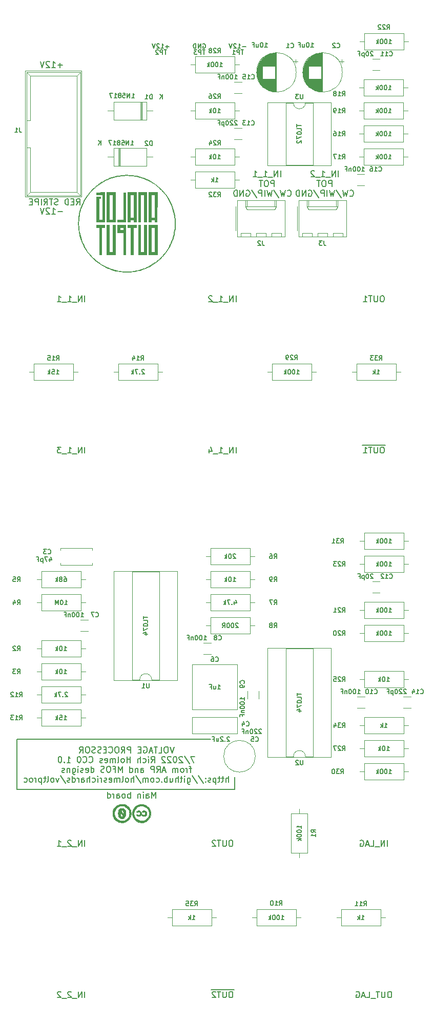
<source format=gbo>
G04 #@! TF.GenerationSoftware,KiCad,Pcbnew,6.0.7-f9a2dced07~116~ubuntu22.04.1*
G04 #@! TF.CreationDate,2022-09-02T23:43:51-04:00*
G04 #@! TF.ProjectId,voltproc_b1,766f6c74-7072-46f6-935f-62312e6b6963,rev?*
G04 #@! TF.SameCoordinates,Original*
G04 #@! TF.FileFunction,Legend,Bot*
G04 #@! TF.FilePolarity,Positive*
%FSLAX46Y46*%
G04 Gerber Fmt 4.6, Leading zero omitted, Abs format (unit mm)*
G04 Created by KiCad (PCBNEW 6.0.7-f9a2dced07~116~ubuntu22.04.1) date 2022-09-02 23:43:51*
%MOMM*%
%LPD*%
G01*
G04 APERTURE LIST*
%ADD10C,0.150000*%
%ADD11C,0.120000*%
%ADD12C,0.010000*%
G04 APERTURE END LIST*
D10*
X52500000Y-142000000D02*
X52500000Y-140000000D01*
X16500000Y-133766000D02*
X16500000Y-142000000D01*
X48500000Y-133766000D02*
X16500000Y-133766000D01*
X16500000Y-142000000D02*
X52500000Y-142000000D01*
X77404761Y-85170000D02*
X76357142Y-85170000D01*
X76976190Y-85452380D02*
X76785714Y-85452380D01*
X76690476Y-85500000D01*
X76595238Y-85595238D01*
X76547619Y-85785714D01*
X76547619Y-86119047D01*
X76595238Y-86309523D01*
X76690476Y-86404761D01*
X76785714Y-86452380D01*
X76976190Y-86452380D01*
X77071428Y-86404761D01*
X77166666Y-86309523D01*
X77214285Y-86119047D01*
X77214285Y-85785714D01*
X77166666Y-85595238D01*
X77071428Y-85500000D01*
X76976190Y-85452380D01*
X76357142Y-85170000D02*
X75309523Y-85170000D01*
X76119047Y-85452380D02*
X76119047Y-86261904D01*
X76071428Y-86357142D01*
X76023809Y-86404761D01*
X75928571Y-86452380D01*
X75738095Y-86452380D01*
X75642857Y-86404761D01*
X75595238Y-86357142D01*
X75547619Y-86261904D01*
X75547619Y-85452380D01*
X75309523Y-85170000D02*
X74547619Y-85170000D01*
X75214285Y-85452380D02*
X74642857Y-85452380D01*
X74928571Y-86452380D02*
X74928571Y-85452380D01*
X74547619Y-85170000D02*
X73595238Y-85170000D01*
X73785714Y-86452380D02*
X74357142Y-86452380D01*
X74071428Y-86452380D02*
X74071428Y-85452380D01*
X74166666Y-85595238D01*
X74261904Y-85690476D01*
X74357142Y-85738095D01*
X42482142Y-134994380D02*
X42148809Y-135994380D01*
X41815476Y-134994380D01*
X41291666Y-134994380D02*
X41101190Y-134994380D01*
X41005952Y-135042000D01*
X40910714Y-135137238D01*
X40863095Y-135327714D01*
X40863095Y-135661047D01*
X40910714Y-135851523D01*
X41005952Y-135946761D01*
X41101190Y-135994380D01*
X41291666Y-135994380D01*
X41386904Y-135946761D01*
X41482142Y-135851523D01*
X41529761Y-135661047D01*
X41529761Y-135327714D01*
X41482142Y-135137238D01*
X41386904Y-135042000D01*
X41291666Y-134994380D01*
X39958333Y-135994380D02*
X40434523Y-135994380D01*
X40434523Y-134994380D01*
X39767857Y-134994380D02*
X39196428Y-134994380D01*
X39482142Y-135994380D02*
X39482142Y-134994380D01*
X38910714Y-135708666D02*
X38434523Y-135708666D01*
X39005952Y-135994380D02*
X38672619Y-134994380D01*
X38339285Y-135994380D01*
X37482142Y-135042000D02*
X37577380Y-134994380D01*
X37720238Y-134994380D01*
X37863095Y-135042000D01*
X37958333Y-135137238D01*
X38005952Y-135232476D01*
X38053571Y-135422952D01*
X38053571Y-135565809D01*
X38005952Y-135756285D01*
X37958333Y-135851523D01*
X37863095Y-135946761D01*
X37720238Y-135994380D01*
X37625000Y-135994380D01*
X37482142Y-135946761D01*
X37434523Y-135899142D01*
X37434523Y-135565809D01*
X37625000Y-135565809D01*
X37005952Y-135470571D02*
X36672619Y-135470571D01*
X36529761Y-135994380D02*
X37005952Y-135994380D01*
X37005952Y-134994380D01*
X36529761Y-134994380D01*
X35339285Y-135994380D02*
X35339285Y-134994380D01*
X34958333Y-134994380D01*
X34863095Y-135042000D01*
X34815476Y-135089619D01*
X34767857Y-135184857D01*
X34767857Y-135327714D01*
X34815476Y-135422952D01*
X34863095Y-135470571D01*
X34958333Y-135518190D01*
X35339285Y-135518190D01*
X33767857Y-135994380D02*
X34101190Y-135518190D01*
X34339285Y-135994380D02*
X34339285Y-134994380D01*
X33958333Y-134994380D01*
X33863095Y-135042000D01*
X33815476Y-135089619D01*
X33767857Y-135184857D01*
X33767857Y-135327714D01*
X33815476Y-135422952D01*
X33863095Y-135470571D01*
X33958333Y-135518190D01*
X34339285Y-135518190D01*
X33148809Y-134994380D02*
X32958333Y-134994380D01*
X32863095Y-135042000D01*
X32767857Y-135137238D01*
X32720238Y-135327714D01*
X32720238Y-135661047D01*
X32767857Y-135851523D01*
X32863095Y-135946761D01*
X32958333Y-135994380D01*
X33148809Y-135994380D01*
X33244047Y-135946761D01*
X33339285Y-135851523D01*
X33386904Y-135661047D01*
X33386904Y-135327714D01*
X33339285Y-135137238D01*
X33244047Y-135042000D01*
X33148809Y-134994380D01*
X31720238Y-135899142D02*
X31767857Y-135946761D01*
X31910714Y-135994380D01*
X32005952Y-135994380D01*
X32148809Y-135946761D01*
X32244047Y-135851523D01*
X32291666Y-135756285D01*
X32339285Y-135565809D01*
X32339285Y-135422952D01*
X32291666Y-135232476D01*
X32244047Y-135137238D01*
X32148809Y-135042000D01*
X32005952Y-134994380D01*
X31910714Y-134994380D01*
X31767857Y-135042000D01*
X31720238Y-135089619D01*
X31291666Y-135470571D02*
X30958333Y-135470571D01*
X30815476Y-135994380D02*
X31291666Y-135994380D01*
X31291666Y-134994380D01*
X30815476Y-134994380D01*
X30434523Y-135946761D02*
X30291666Y-135994380D01*
X30053571Y-135994380D01*
X29958333Y-135946761D01*
X29910714Y-135899142D01*
X29863095Y-135803904D01*
X29863095Y-135708666D01*
X29910714Y-135613428D01*
X29958333Y-135565809D01*
X30053571Y-135518190D01*
X30244047Y-135470571D01*
X30339285Y-135422952D01*
X30386904Y-135375333D01*
X30434523Y-135280095D01*
X30434523Y-135184857D01*
X30386904Y-135089619D01*
X30339285Y-135042000D01*
X30244047Y-134994380D01*
X30005952Y-134994380D01*
X29863095Y-135042000D01*
X29482142Y-135946761D02*
X29339285Y-135994380D01*
X29101190Y-135994380D01*
X29005952Y-135946761D01*
X28958333Y-135899142D01*
X28910714Y-135803904D01*
X28910714Y-135708666D01*
X28958333Y-135613428D01*
X29005952Y-135565809D01*
X29101190Y-135518190D01*
X29291666Y-135470571D01*
X29386904Y-135422952D01*
X29434523Y-135375333D01*
X29482142Y-135280095D01*
X29482142Y-135184857D01*
X29434523Y-135089619D01*
X29386904Y-135042000D01*
X29291666Y-134994380D01*
X29053571Y-134994380D01*
X28910714Y-135042000D01*
X28291666Y-134994380D02*
X28101190Y-134994380D01*
X28005952Y-135042000D01*
X27910714Y-135137238D01*
X27863095Y-135327714D01*
X27863095Y-135661047D01*
X27910714Y-135851523D01*
X28005952Y-135946761D01*
X28101190Y-135994380D01*
X28291666Y-135994380D01*
X28386904Y-135946761D01*
X28482142Y-135851523D01*
X28529761Y-135661047D01*
X28529761Y-135327714D01*
X28482142Y-135137238D01*
X28386904Y-135042000D01*
X28291666Y-134994380D01*
X26863095Y-135994380D02*
X27196428Y-135518190D01*
X27434523Y-135994380D02*
X27434523Y-134994380D01*
X27053571Y-134994380D01*
X26958333Y-135042000D01*
X26910714Y-135089619D01*
X26863095Y-135184857D01*
X26863095Y-135327714D01*
X26910714Y-135422952D01*
X26958333Y-135470571D01*
X27053571Y-135518190D01*
X27434523Y-135518190D01*
X45934523Y-136604380D02*
X45267857Y-136604380D01*
X45696428Y-137604380D01*
X44172619Y-136556761D02*
X45029761Y-137842476D01*
X43886904Y-136699619D02*
X43839285Y-136652000D01*
X43744047Y-136604380D01*
X43505952Y-136604380D01*
X43410714Y-136652000D01*
X43363095Y-136699619D01*
X43315476Y-136794857D01*
X43315476Y-136890095D01*
X43363095Y-137032952D01*
X43934523Y-137604380D01*
X43315476Y-137604380D01*
X42696428Y-136604380D02*
X42601190Y-136604380D01*
X42505952Y-136652000D01*
X42458333Y-136699619D01*
X42410714Y-136794857D01*
X42363095Y-136985333D01*
X42363095Y-137223428D01*
X42410714Y-137413904D01*
X42458333Y-137509142D01*
X42505952Y-137556761D01*
X42601190Y-137604380D01*
X42696428Y-137604380D01*
X42791666Y-137556761D01*
X42839285Y-137509142D01*
X42886904Y-137413904D01*
X42934523Y-137223428D01*
X42934523Y-136985333D01*
X42886904Y-136794857D01*
X42839285Y-136699619D01*
X42791666Y-136652000D01*
X42696428Y-136604380D01*
X41982142Y-136699619D02*
X41934523Y-136652000D01*
X41839285Y-136604380D01*
X41601190Y-136604380D01*
X41505952Y-136652000D01*
X41458333Y-136699619D01*
X41410714Y-136794857D01*
X41410714Y-136890095D01*
X41458333Y-137032952D01*
X42029761Y-137604380D01*
X41410714Y-137604380D01*
X41029761Y-136699619D02*
X40982142Y-136652000D01*
X40886904Y-136604380D01*
X40648809Y-136604380D01*
X40553571Y-136652000D01*
X40505952Y-136699619D01*
X40458333Y-136794857D01*
X40458333Y-136890095D01*
X40505952Y-137032952D01*
X41077380Y-137604380D01*
X40458333Y-137604380D01*
X38696428Y-137604380D02*
X39029761Y-137128190D01*
X39267857Y-137604380D02*
X39267857Y-136604380D01*
X38886904Y-136604380D01*
X38791666Y-136652000D01*
X38744047Y-136699619D01*
X38696428Y-136794857D01*
X38696428Y-136937714D01*
X38744047Y-137032952D01*
X38791666Y-137080571D01*
X38886904Y-137128190D01*
X39267857Y-137128190D01*
X38267857Y-137604380D02*
X38267857Y-136937714D01*
X38267857Y-136604380D02*
X38315476Y-136652000D01*
X38267857Y-136699619D01*
X38220238Y-136652000D01*
X38267857Y-136604380D01*
X38267857Y-136699619D01*
X37363095Y-137556761D02*
X37458333Y-137604380D01*
X37648809Y-137604380D01*
X37744047Y-137556761D01*
X37791666Y-137509142D01*
X37839285Y-137413904D01*
X37839285Y-137128190D01*
X37791666Y-137032952D01*
X37744047Y-136985333D01*
X37648809Y-136937714D01*
X37458333Y-136937714D01*
X37363095Y-136985333D01*
X36934523Y-137604380D02*
X36934523Y-136604380D01*
X36505952Y-137604380D02*
X36505952Y-137080571D01*
X36553571Y-136985333D01*
X36648809Y-136937714D01*
X36791666Y-136937714D01*
X36886904Y-136985333D01*
X36934523Y-137032952D01*
X35267857Y-137604380D02*
X35267857Y-136604380D01*
X35267857Y-137080571D02*
X34696428Y-137080571D01*
X34696428Y-137604380D02*
X34696428Y-136604380D01*
X34077380Y-137604380D02*
X34172619Y-137556761D01*
X34220238Y-137509142D01*
X34267857Y-137413904D01*
X34267857Y-137128190D01*
X34220238Y-137032952D01*
X34172619Y-136985333D01*
X34077380Y-136937714D01*
X33934523Y-136937714D01*
X33839285Y-136985333D01*
X33791666Y-137032952D01*
X33744047Y-137128190D01*
X33744047Y-137413904D01*
X33791666Y-137509142D01*
X33839285Y-137556761D01*
X33934523Y-137604380D01*
X34077380Y-137604380D01*
X33172619Y-137604380D02*
X33267857Y-137556761D01*
X33315476Y-137461523D01*
X33315476Y-136604380D01*
X32791666Y-137604380D02*
X32791666Y-136937714D01*
X32791666Y-137032952D02*
X32744047Y-136985333D01*
X32648809Y-136937714D01*
X32505952Y-136937714D01*
X32410714Y-136985333D01*
X32363095Y-137080571D01*
X32363095Y-137604380D01*
X32363095Y-137080571D02*
X32315476Y-136985333D01*
X32220238Y-136937714D01*
X32077380Y-136937714D01*
X31982142Y-136985333D01*
X31934523Y-137080571D01*
X31934523Y-137604380D01*
X31077380Y-137556761D02*
X31172619Y-137604380D01*
X31363095Y-137604380D01*
X31458333Y-137556761D01*
X31505952Y-137461523D01*
X31505952Y-137080571D01*
X31458333Y-136985333D01*
X31363095Y-136937714D01*
X31172619Y-136937714D01*
X31077380Y-136985333D01*
X31029761Y-137080571D01*
X31029761Y-137175809D01*
X31505952Y-137271047D01*
X30648809Y-137556761D02*
X30553571Y-137604380D01*
X30363095Y-137604380D01*
X30267857Y-137556761D01*
X30220238Y-137461523D01*
X30220238Y-137413904D01*
X30267857Y-137318666D01*
X30363095Y-137271047D01*
X30505952Y-137271047D01*
X30601190Y-137223428D01*
X30648809Y-137128190D01*
X30648809Y-137080571D01*
X30601190Y-136985333D01*
X30505952Y-136937714D01*
X30363095Y-136937714D01*
X30267857Y-136985333D01*
X28458333Y-137509142D02*
X28505952Y-137556761D01*
X28648809Y-137604380D01*
X28744047Y-137604380D01*
X28886904Y-137556761D01*
X28982142Y-137461523D01*
X29029761Y-137366285D01*
X29077380Y-137175809D01*
X29077380Y-137032952D01*
X29029761Y-136842476D01*
X28982142Y-136747238D01*
X28886904Y-136652000D01*
X28744047Y-136604380D01*
X28648809Y-136604380D01*
X28505952Y-136652000D01*
X28458333Y-136699619D01*
X27458333Y-137509142D02*
X27505952Y-137556761D01*
X27648809Y-137604380D01*
X27744047Y-137604380D01*
X27886904Y-137556761D01*
X27982142Y-137461523D01*
X28029761Y-137366285D01*
X28077380Y-137175809D01*
X28077380Y-137032952D01*
X28029761Y-136842476D01*
X27982142Y-136747238D01*
X27886904Y-136652000D01*
X27744047Y-136604380D01*
X27648809Y-136604380D01*
X27505952Y-136652000D01*
X27458333Y-136699619D01*
X26839285Y-136604380D02*
X26744047Y-136604380D01*
X26648809Y-136652000D01*
X26601190Y-136699619D01*
X26553571Y-136794857D01*
X26505952Y-136985333D01*
X26505952Y-137223428D01*
X26553571Y-137413904D01*
X26601190Y-137509142D01*
X26648809Y-137556761D01*
X26744047Y-137604380D01*
X26839285Y-137604380D01*
X26934523Y-137556761D01*
X26982142Y-137509142D01*
X27029761Y-137413904D01*
X27077380Y-137223428D01*
X27077380Y-136985333D01*
X27029761Y-136794857D01*
X26982142Y-136699619D01*
X26934523Y-136652000D01*
X26839285Y-136604380D01*
X24791666Y-137604380D02*
X25363095Y-137604380D01*
X25077380Y-137604380D02*
X25077380Y-136604380D01*
X25172619Y-136747238D01*
X25267857Y-136842476D01*
X25363095Y-136890095D01*
X24363095Y-137509142D02*
X24315476Y-137556761D01*
X24363095Y-137604380D01*
X24410714Y-137556761D01*
X24363095Y-137509142D01*
X24363095Y-137604380D01*
X23696428Y-136604380D02*
X23601190Y-136604380D01*
X23505952Y-136652000D01*
X23458333Y-136699619D01*
X23410714Y-136794857D01*
X23363095Y-136985333D01*
X23363095Y-137223428D01*
X23410714Y-137413904D01*
X23458333Y-137509142D01*
X23505952Y-137556761D01*
X23601190Y-137604380D01*
X23696428Y-137604380D01*
X23791666Y-137556761D01*
X23839285Y-137509142D01*
X23886904Y-137413904D01*
X23934523Y-137223428D01*
X23934523Y-136985333D01*
X23886904Y-136794857D01*
X23839285Y-136699619D01*
X23791666Y-136652000D01*
X23696428Y-136604380D01*
X45386904Y-138547714D02*
X45005952Y-138547714D01*
X45244047Y-139214380D02*
X45244047Y-138357238D01*
X45196428Y-138262000D01*
X45101190Y-138214380D01*
X45005952Y-138214380D01*
X44672619Y-139214380D02*
X44672619Y-138547714D01*
X44672619Y-138738190D02*
X44625000Y-138642952D01*
X44577380Y-138595333D01*
X44482142Y-138547714D01*
X44386904Y-138547714D01*
X43910714Y-139214380D02*
X44005952Y-139166761D01*
X44053571Y-139119142D01*
X44101190Y-139023904D01*
X44101190Y-138738190D01*
X44053571Y-138642952D01*
X44005952Y-138595333D01*
X43910714Y-138547714D01*
X43767857Y-138547714D01*
X43672619Y-138595333D01*
X43625000Y-138642952D01*
X43577380Y-138738190D01*
X43577380Y-139023904D01*
X43625000Y-139119142D01*
X43672619Y-139166761D01*
X43767857Y-139214380D01*
X43910714Y-139214380D01*
X43148809Y-139214380D02*
X43148809Y-138547714D01*
X43148809Y-138642952D02*
X43101190Y-138595333D01*
X43005952Y-138547714D01*
X42863095Y-138547714D01*
X42767857Y-138595333D01*
X42720238Y-138690571D01*
X42720238Y-139214380D01*
X42720238Y-138690571D02*
X42672619Y-138595333D01*
X42577380Y-138547714D01*
X42434523Y-138547714D01*
X42339285Y-138595333D01*
X42291666Y-138690571D01*
X42291666Y-139214380D01*
X41101190Y-138928666D02*
X40625000Y-138928666D01*
X41196428Y-139214380D02*
X40863095Y-138214380D01*
X40529761Y-139214380D01*
X39625000Y-139214380D02*
X39958333Y-138738190D01*
X40196428Y-139214380D02*
X40196428Y-138214380D01*
X39815476Y-138214380D01*
X39720238Y-138262000D01*
X39672619Y-138309619D01*
X39625000Y-138404857D01*
X39625000Y-138547714D01*
X39672619Y-138642952D01*
X39720238Y-138690571D01*
X39815476Y-138738190D01*
X40196428Y-138738190D01*
X39196428Y-139214380D02*
X39196428Y-138214380D01*
X38815476Y-138214380D01*
X38720238Y-138262000D01*
X38672619Y-138309619D01*
X38625000Y-138404857D01*
X38625000Y-138547714D01*
X38672619Y-138642952D01*
X38720238Y-138690571D01*
X38815476Y-138738190D01*
X39196428Y-138738190D01*
X37005952Y-139214380D02*
X37005952Y-138690571D01*
X37053571Y-138595333D01*
X37148809Y-138547714D01*
X37339285Y-138547714D01*
X37434523Y-138595333D01*
X37005952Y-139166761D02*
X37101190Y-139214380D01*
X37339285Y-139214380D01*
X37434523Y-139166761D01*
X37482142Y-139071523D01*
X37482142Y-138976285D01*
X37434523Y-138881047D01*
X37339285Y-138833428D01*
X37101190Y-138833428D01*
X37005952Y-138785809D01*
X36529761Y-138547714D02*
X36529761Y-139214380D01*
X36529761Y-138642952D02*
X36482142Y-138595333D01*
X36386904Y-138547714D01*
X36244047Y-138547714D01*
X36148809Y-138595333D01*
X36101190Y-138690571D01*
X36101190Y-139214380D01*
X35196428Y-139214380D02*
X35196428Y-138214380D01*
X35196428Y-139166761D02*
X35291666Y-139214380D01*
X35482142Y-139214380D01*
X35577380Y-139166761D01*
X35625000Y-139119142D01*
X35672619Y-139023904D01*
X35672619Y-138738190D01*
X35625000Y-138642952D01*
X35577380Y-138595333D01*
X35482142Y-138547714D01*
X35291666Y-138547714D01*
X35196428Y-138595333D01*
X33958333Y-139214380D02*
X33958333Y-138214380D01*
X33625000Y-138928666D01*
X33291666Y-138214380D01*
X33291666Y-139214380D01*
X32482142Y-138690571D02*
X32815476Y-138690571D01*
X32815476Y-139214380D02*
X32815476Y-138214380D01*
X32339285Y-138214380D01*
X31767857Y-138214380D02*
X31577380Y-138214380D01*
X31482142Y-138262000D01*
X31386904Y-138357238D01*
X31339285Y-138547714D01*
X31339285Y-138881047D01*
X31386904Y-139071523D01*
X31482142Y-139166761D01*
X31577380Y-139214380D01*
X31767857Y-139214380D01*
X31863095Y-139166761D01*
X31958333Y-139071523D01*
X32005952Y-138881047D01*
X32005952Y-138547714D01*
X31958333Y-138357238D01*
X31863095Y-138262000D01*
X31767857Y-138214380D01*
X30958333Y-139166761D02*
X30815476Y-139214380D01*
X30577380Y-139214380D01*
X30482142Y-139166761D01*
X30434523Y-139119142D01*
X30386904Y-139023904D01*
X30386904Y-138928666D01*
X30434523Y-138833428D01*
X30482142Y-138785809D01*
X30577380Y-138738190D01*
X30767857Y-138690571D01*
X30863095Y-138642952D01*
X30910714Y-138595333D01*
X30958333Y-138500095D01*
X30958333Y-138404857D01*
X30910714Y-138309619D01*
X30863095Y-138262000D01*
X30767857Y-138214380D01*
X30529761Y-138214380D01*
X30386904Y-138262000D01*
X28767857Y-139214380D02*
X28767857Y-138214380D01*
X28767857Y-139166761D02*
X28863095Y-139214380D01*
X29053571Y-139214380D01*
X29148809Y-139166761D01*
X29196428Y-139119142D01*
X29244047Y-139023904D01*
X29244047Y-138738190D01*
X29196428Y-138642952D01*
X29148809Y-138595333D01*
X29053571Y-138547714D01*
X28863095Y-138547714D01*
X28767857Y-138595333D01*
X27910714Y-139166761D02*
X28005952Y-139214380D01*
X28196428Y-139214380D01*
X28291666Y-139166761D01*
X28339285Y-139071523D01*
X28339285Y-138690571D01*
X28291666Y-138595333D01*
X28196428Y-138547714D01*
X28005952Y-138547714D01*
X27910714Y-138595333D01*
X27863095Y-138690571D01*
X27863095Y-138785809D01*
X28339285Y-138881047D01*
X27482142Y-139166761D02*
X27386904Y-139214380D01*
X27196428Y-139214380D01*
X27101190Y-139166761D01*
X27053571Y-139071523D01*
X27053571Y-139023904D01*
X27101190Y-138928666D01*
X27196428Y-138881047D01*
X27339285Y-138881047D01*
X27434523Y-138833428D01*
X27482142Y-138738190D01*
X27482142Y-138690571D01*
X27434523Y-138595333D01*
X27339285Y-138547714D01*
X27196428Y-138547714D01*
X27101190Y-138595333D01*
X26625000Y-139214380D02*
X26625000Y-138547714D01*
X26625000Y-138214380D02*
X26672619Y-138262000D01*
X26625000Y-138309619D01*
X26577380Y-138262000D01*
X26625000Y-138214380D01*
X26625000Y-138309619D01*
X25720238Y-138547714D02*
X25720238Y-139357238D01*
X25767857Y-139452476D01*
X25815476Y-139500095D01*
X25910714Y-139547714D01*
X26053571Y-139547714D01*
X26148809Y-139500095D01*
X25720238Y-139166761D02*
X25815476Y-139214380D01*
X26005952Y-139214380D01*
X26101190Y-139166761D01*
X26148809Y-139119142D01*
X26196428Y-139023904D01*
X26196428Y-138738190D01*
X26148809Y-138642952D01*
X26101190Y-138595333D01*
X26005952Y-138547714D01*
X25815476Y-138547714D01*
X25720238Y-138595333D01*
X25244047Y-138547714D02*
X25244047Y-139214380D01*
X25244047Y-138642952D02*
X25196428Y-138595333D01*
X25101190Y-138547714D01*
X24958333Y-138547714D01*
X24863095Y-138595333D01*
X24815476Y-138690571D01*
X24815476Y-139214380D01*
X24386904Y-139166761D02*
X24291666Y-139214380D01*
X24101190Y-139214380D01*
X24005952Y-139166761D01*
X23958333Y-139071523D01*
X23958333Y-139023904D01*
X24005952Y-138928666D01*
X24101190Y-138881047D01*
X24244047Y-138881047D01*
X24339285Y-138833428D01*
X24386904Y-138738190D01*
X24386904Y-138690571D01*
X24339285Y-138595333D01*
X24244047Y-138547714D01*
X24101190Y-138547714D01*
X24005952Y-138595333D01*
X51458333Y-140824380D02*
X51458333Y-139824380D01*
X51029761Y-140824380D02*
X51029761Y-140300571D01*
X51077380Y-140205333D01*
X51172619Y-140157714D01*
X51315476Y-140157714D01*
X51410714Y-140205333D01*
X51458333Y-140252952D01*
X50696428Y-140157714D02*
X50315476Y-140157714D01*
X50553571Y-139824380D02*
X50553571Y-140681523D01*
X50505952Y-140776761D01*
X50410714Y-140824380D01*
X50315476Y-140824380D01*
X50125000Y-140157714D02*
X49744047Y-140157714D01*
X49982142Y-139824380D02*
X49982142Y-140681523D01*
X49934523Y-140776761D01*
X49839285Y-140824380D01*
X49744047Y-140824380D01*
X49410714Y-140157714D02*
X49410714Y-141157714D01*
X49410714Y-140205333D02*
X49315476Y-140157714D01*
X49125000Y-140157714D01*
X49029761Y-140205333D01*
X48982142Y-140252952D01*
X48934523Y-140348190D01*
X48934523Y-140633904D01*
X48982142Y-140729142D01*
X49029761Y-140776761D01*
X49125000Y-140824380D01*
X49315476Y-140824380D01*
X49410714Y-140776761D01*
X48553571Y-140776761D02*
X48458333Y-140824380D01*
X48267857Y-140824380D01*
X48172619Y-140776761D01*
X48125000Y-140681523D01*
X48125000Y-140633904D01*
X48172619Y-140538666D01*
X48267857Y-140491047D01*
X48410714Y-140491047D01*
X48505952Y-140443428D01*
X48553571Y-140348190D01*
X48553571Y-140300571D01*
X48505952Y-140205333D01*
X48410714Y-140157714D01*
X48267857Y-140157714D01*
X48172619Y-140205333D01*
X47696428Y-140729142D02*
X47648809Y-140776761D01*
X47696428Y-140824380D01*
X47744047Y-140776761D01*
X47696428Y-140729142D01*
X47696428Y-140824380D01*
X47696428Y-140205333D02*
X47648809Y-140252952D01*
X47696428Y-140300571D01*
X47744047Y-140252952D01*
X47696428Y-140205333D01*
X47696428Y-140300571D01*
X46505952Y-139776761D02*
X47363095Y-141062476D01*
X45458333Y-139776761D02*
X46315476Y-141062476D01*
X44696428Y-140157714D02*
X44696428Y-140967238D01*
X44744047Y-141062476D01*
X44791666Y-141110095D01*
X44886904Y-141157714D01*
X45029761Y-141157714D01*
X45125000Y-141110095D01*
X44696428Y-140776761D02*
X44791666Y-140824380D01*
X44982142Y-140824380D01*
X45077380Y-140776761D01*
X45125000Y-140729142D01*
X45172619Y-140633904D01*
X45172619Y-140348190D01*
X45125000Y-140252952D01*
X45077380Y-140205333D01*
X44982142Y-140157714D01*
X44791666Y-140157714D01*
X44696428Y-140205333D01*
X44220238Y-140824380D02*
X44220238Y-140157714D01*
X44220238Y-139824380D02*
X44267857Y-139872000D01*
X44220238Y-139919619D01*
X44172619Y-139872000D01*
X44220238Y-139824380D01*
X44220238Y-139919619D01*
X43886904Y-140157714D02*
X43505952Y-140157714D01*
X43744047Y-139824380D02*
X43744047Y-140681523D01*
X43696428Y-140776761D01*
X43601190Y-140824380D01*
X43505952Y-140824380D01*
X43172619Y-140824380D02*
X43172619Y-139824380D01*
X42744047Y-140824380D02*
X42744047Y-140300571D01*
X42791666Y-140205333D01*
X42886904Y-140157714D01*
X43029761Y-140157714D01*
X43125000Y-140205333D01*
X43172619Y-140252952D01*
X41839285Y-140157714D02*
X41839285Y-140824380D01*
X42267857Y-140157714D02*
X42267857Y-140681523D01*
X42220238Y-140776761D01*
X42125000Y-140824380D01*
X41982142Y-140824380D01*
X41886904Y-140776761D01*
X41839285Y-140729142D01*
X41363095Y-140824380D02*
X41363095Y-139824380D01*
X41363095Y-140205333D02*
X41267857Y-140157714D01*
X41077380Y-140157714D01*
X40982142Y-140205333D01*
X40934523Y-140252952D01*
X40886904Y-140348190D01*
X40886904Y-140633904D01*
X40934523Y-140729142D01*
X40982142Y-140776761D01*
X41077380Y-140824380D01*
X41267857Y-140824380D01*
X41363095Y-140776761D01*
X40458333Y-140729142D02*
X40410714Y-140776761D01*
X40458333Y-140824380D01*
X40505952Y-140776761D01*
X40458333Y-140729142D01*
X40458333Y-140824380D01*
X39553571Y-140776761D02*
X39648809Y-140824380D01*
X39839285Y-140824380D01*
X39934523Y-140776761D01*
X39982142Y-140729142D01*
X40029761Y-140633904D01*
X40029761Y-140348190D01*
X39982142Y-140252952D01*
X39934523Y-140205333D01*
X39839285Y-140157714D01*
X39648809Y-140157714D01*
X39553571Y-140205333D01*
X38982142Y-140824380D02*
X39077380Y-140776761D01*
X39125000Y-140729142D01*
X39172619Y-140633904D01*
X39172619Y-140348190D01*
X39125000Y-140252952D01*
X39077380Y-140205333D01*
X38982142Y-140157714D01*
X38839285Y-140157714D01*
X38744047Y-140205333D01*
X38696428Y-140252952D01*
X38648809Y-140348190D01*
X38648809Y-140633904D01*
X38696428Y-140729142D01*
X38744047Y-140776761D01*
X38839285Y-140824380D01*
X38982142Y-140824380D01*
X38220238Y-140824380D02*
X38220238Y-140157714D01*
X38220238Y-140252952D02*
X38172619Y-140205333D01*
X38077380Y-140157714D01*
X37934523Y-140157714D01*
X37839285Y-140205333D01*
X37791666Y-140300571D01*
X37791666Y-140824380D01*
X37791666Y-140300571D02*
X37744047Y-140205333D01*
X37648809Y-140157714D01*
X37505952Y-140157714D01*
X37410714Y-140205333D01*
X37363095Y-140300571D01*
X37363095Y-140824380D01*
X36172619Y-139776761D02*
X37029761Y-141062476D01*
X35839285Y-140824380D02*
X35839285Y-139824380D01*
X35410714Y-140824380D02*
X35410714Y-140300571D01*
X35458333Y-140205333D01*
X35553571Y-140157714D01*
X35696428Y-140157714D01*
X35791666Y-140205333D01*
X35839285Y-140252952D01*
X34791666Y-140824380D02*
X34886904Y-140776761D01*
X34934523Y-140729142D01*
X34982142Y-140633904D01*
X34982142Y-140348190D01*
X34934523Y-140252952D01*
X34886904Y-140205333D01*
X34791666Y-140157714D01*
X34648809Y-140157714D01*
X34553571Y-140205333D01*
X34505952Y-140252952D01*
X34458333Y-140348190D01*
X34458333Y-140633904D01*
X34505952Y-140729142D01*
X34553571Y-140776761D01*
X34648809Y-140824380D01*
X34791666Y-140824380D01*
X33886904Y-140824380D02*
X33982142Y-140776761D01*
X34029761Y-140681523D01*
X34029761Y-139824380D01*
X33505952Y-140824380D02*
X33505952Y-140157714D01*
X33505952Y-140252952D02*
X33458333Y-140205333D01*
X33363095Y-140157714D01*
X33220238Y-140157714D01*
X33125000Y-140205333D01*
X33077380Y-140300571D01*
X33077380Y-140824380D01*
X33077380Y-140300571D02*
X33029761Y-140205333D01*
X32934523Y-140157714D01*
X32791666Y-140157714D01*
X32696428Y-140205333D01*
X32648809Y-140300571D01*
X32648809Y-140824380D01*
X31791666Y-140776761D02*
X31886904Y-140824380D01*
X32077380Y-140824380D01*
X32172619Y-140776761D01*
X32220238Y-140681523D01*
X32220238Y-140300571D01*
X32172619Y-140205333D01*
X32077380Y-140157714D01*
X31886904Y-140157714D01*
X31791666Y-140205333D01*
X31744047Y-140300571D01*
X31744047Y-140395809D01*
X32220238Y-140491047D01*
X31363095Y-140776761D02*
X31267857Y-140824380D01*
X31077380Y-140824380D01*
X30982142Y-140776761D01*
X30934523Y-140681523D01*
X30934523Y-140633904D01*
X30982142Y-140538666D01*
X31077380Y-140491047D01*
X31220238Y-140491047D01*
X31315476Y-140443428D01*
X31363095Y-140348190D01*
X31363095Y-140300571D01*
X31315476Y-140205333D01*
X31220238Y-140157714D01*
X31077380Y-140157714D01*
X30982142Y-140205333D01*
X30505952Y-140824380D02*
X30505952Y-140157714D01*
X30505952Y-140348190D02*
X30458333Y-140252952D01*
X30410714Y-140205333D01*
X30315476Y-140157714D01*
X30220238Y-140157714D01*
X29886904Y-140824380D02*
X29886904Y-140157714D01*
X29886904Y-139824380D02*
X29934523Y-139872000D01*
X29886904Y-139919619D01*
X29839285Y-139872000D01*
X29886904Y-139824380D01*
X29886904Y-139919619D01*
X28982142Y-140776761D02*
X29077380Y-140824380D01*
X29267857Y-140824380D01*
X29363095Y-140776761D01*
X29410714Y-140729142D01*
X29458333Y-140633904D01*
X29458333Y-140348190D01*
X29410714Y-140252952D01*
X29363095Y-140205333D01*
X29267857Y-140157714D01*
X29077380Y-140157714D01*
X28982142Y-140205333D01*
X28553571Y-140824380D02*
X28553571Y-139824380D01*
X28125000Y-140824380D02*
X28125000Y-140300571D01*
X28172619Y-140205333D01*
X28267857Y-140157714D01*
X28410714Y-140157714D01*
X28505952Y-140205333D01*
X28553571Y-140252952D01*
X27220238Y-140824380D02*
X27220238Y-140300571D01*
X27267857Y-140205333D01*
X27363095Y-140157714D01*
X27553571Y-140157714D01*
X27648809Y-140205333D01*
X27220238Y-140776761D02*
X27315476Y-140824380D01*
X27553571Y-140824380D01*
X27648809Y-140776761D01*
X27696428Y-140681523D01*
X27696428Y-140586285D01*
X27648809Y-140491047D01*
X27553571Y-140443428D01*
X27315476Y-140443428D01*
X27220238Y-140395809D01*
X26744047Y-140824380D02*
X26744047Y-140157714D01*
X26744047Y-140348190D02*
X26696428Y-140252952D01*
X26648809Y-140205333D01*
X26553571Y-140157714D01*
X26458333Y-140157714D01*
X25696428Y-140824380D02*
X25696428Y-139824380D01*
X25696428Y-140776761D02*
X25791666Y-140824380D01*
X25982142Y-140824380D01*
X26077380Y-140776761D01*
X26125000Y-140729142D01*
X26172619Y-140633904D01*
X26172619Y-140348190D01*
X26125000Y-140252952D01*
X26077380Y-140205333D01*
X25982142Y-140157714D01*
X25791666Y-140157714D01*
X25696428Y-140205333D01*
X25267857Y-140776761D02*
X25172619Y-140824380D01*
X24982142Y-140824380D01*
X24886904Y-140776761D01*
X24839285Y-140681523D01*
X24839285Y-140633904D01*
X24886904Y-140538666D01*
X24982142Y-140491047D01*
X25125000Y-140491047D01*
X25220238Y-140443428D01*
X25267857Y-140348190D01*
X25267857Y-140300571D01*
X25220238Y-140205333D01*
X25125000Y-140157714D01*
X24982142Y-140157714D01*
X24886904Y-140205333D01*
X23696428Y-139776761D02*
X24553571Y-141062476D01*
X23458333Y-140157714D02*
X23220238Y-140824380D01*
X22982142Y-140157714D01*
X22458333Y-140824380D02*
X22553571Y-140776761D01*
X22601190Y-140729142D01*
X22648809Y-140633904D01*
X22648809Y-140348190D01*
X22601190Y-140252952D01*
X22553571Y-140205333D01*
X22458333Y-140157714D01*
X22315476Y-140157714D01*
X22220238Y-140205333D01*
X22172619Y-140252952D01*
X22125000Y-140348190D01*
X22125000Y-140633904D01*
X22172619Y-140729142D01*
X22220238Y-140776761D01*
X22315476Y-140824380D01*
X22458333Y-140824380D01*
X21553571Y-140824380D02*
X21648809Y-140776761D01*
X21696428Y-140681523D01*
X21696428Y-139824380D01*
X21315476Y-140157714D02*
X20934523Y-140157714D01*
X21172619Y-139824380D02*
X21172619Y-140681523D01*
X21125000Y-140776761D01*
X21029761Y-140824380D01*
X20934523Y-140824380D01*
X20601190Y-140157714D02*
X20601190Y-141157714D01*
X20601190Y-140205333D02*
X20505952Y-140157714D01*
X20315476Y-140157714D01*
X20220238Y-140205333D01*
X20172619Y-140252952D01*
X20125000Y-140348190D01*
X20125000Y-140633904D01*
X20172619Y-140729142D01*
X20220238Y-140776761D01*
X20315476Y-140824380D01*
X20505952Y-140824380D01*
X20601190Y-140776761D01*
X19696428Y-140824380D02*
X19696428Y-140157714D01*
X19696428Y-140348190D02*
X19648809Y-140252952D01*
X19601190Y-140205333D01*
X19505952Y-140157714D01*
X19410714Y-140157714D01*
X18934523Y-140824380D02*
X19029761Y-140776761D01*
X19077380Y-140729142D01*
X19125000Y-140633904D01*
X19125000Y-140348190D01*
X19077380Y-140252952D01*
X19029761Y-140205333D01*
X18934523Y-140157714D01*
X18791666Y-140157714D01*
X18696428Y-140205333D01*
X18648809Y-140252952D01*
X18601190Y-140348190D01*
X18601190Y-140633904D01*
X18648809Y-140729142D01*
X18696428Y-140776761D01*
X18791666Y-140824380D01*
X18934523Y-140824380D01*
X17744047Y-140776761D02*
X17839285Y-140824380D01*
X18029761Y-140824380D01*
X18125000Y-140776761D01*
X18172619Y-140729142D01*
X18220238Y-140633904D01*
X18220238Y-140348190D01*
X18172619Y-140252952D01*
X18125000Y-140205333D01*
X18029761Y-140157714D01*
X17839285Y-140157714D01*
X17744047Y-140205333D01*
X27738095Y-176452380D02*
X27738095Y-175452380D01*
X27261904Y-176452380D02*
X27261904Y-175452380D01*
X26690476Y-176452380D01*
X26690476Y-175452380D01*
X26452380Y-176547619D02*
X25690476Y-176547619D01*
X25500000Y-175547619D02*
X25452380Y-175500000D01*
X25357142Y-175452380D01*
X25119047Y-175452380D01*
X25023809Y-175500000D01*
X24976190Y-175547619D01*
X24928571Y-175642857D01*
X24928571Y-175738095D01*
X24976190Y-175880952D01*
X25547619Y-176452380D01*
X24928571Y-176452380D01*
X24738095Y-176547619D02*
X23976190Y-176547619D01*
X23785714Y-175547619D02*
X23738095Y-175500000D01*
X23642857Y-175452380D01*
X23404761Y-175452380D01*
X23309523Y-175500000D01*
X23261904Y-175547619D01*
X23214285Y-175642857D01*
X23214285Y-175738095D01*
X23261904Y-175880952D01*
X23833333Y-176452380D01*
X23214285Y-176452380D01*
X52404761Y-175170000D02*
X51357142Y-175170000D01*
X51976190Y-175452380D02*
X51785714Y-175452380D01*
X51690476Y-175500000D01*
X51595238Y-175595238D01*
X51547619Y-175785714D01*
X51547619Y-176119047D01*
X51595238Y-176309523D01*
X51690476Y-176404761D01*
X51785714Y-176452380D01*
X51976190Y-176452380D01*
X52071428Y-176404761D01*
X52166666Y-176309523D01*
X52214285Y-176119047D01*
X52214285Y-175785714D01*
X52166666Y-175595238D01*
X52071428Y-175500000D01*
X51976190Y-175452380D01*
X51357142Y-175170000D02*
X50309523Y-175170000D01*
X51119047Y-175452380D02*
X51119047Y-176261904D01*
X51071428Y-176357142D01*
X51023809Y-176404761D01*
X50928571Y-176452380D01*
X50738095Y-176452380D01*
X50642857Y-176404761D01*
X50595238Y-176357142D01*
X50547619Y-176261904D01*
X50547619Y-175452380D01*
X50309523Y-175170000D02*
X49547619Y-175170000D01*
X50214285Y-175452380D02*
X49642857Y-175452380D01*
X49928571Y-176452380D02*
X49928571Y-175452380D01*
X49547619Y-175170000D02*
X48595238Y-175170000D01*
X49357142Y-175547619D02*
X49309523Y-175500000D01*
X49214285Y-175452380D01*
X48976190Y-175452380D01*
X48880952Y-175500000D01*
X48833333Y-175547619D01*
X48785714Y-175642857D01*
X48785714Y-175738095D01*
X48833333Y-175880952D01*
X49404761Y-176452380D01*
X48785714Y-176452380D01*
X27738095Y-151452380D02*
X27738095Y-150452380D01*
X27261904Y-151452380D02*
X27261904Y-150452380D01*
X26690476Y-151452380D01*
X26690476Y-150452380D01*
X26452380Y-151547619D02*
X25690476Y-151547619D01*
X25500000Y-150547619D02*
X25452380Y-150500000D01*
X25357142Y-150452380D01*
X25119047Y-150452380D01*
X25023809Y-150500000D01*
X24976190Y-150547619D01*
X24928571Y-150642857D01*
X24928571Y-150738095D01*
X24976190Y-150880952D01*
X25547619Y-151452380D01*
X24928571Y-151452380D01*
X24738095Y-151547619D02*
X23976190Y-151547619D01*
X23214285Y-151452380D02*
X23785714Y-151452380D01*
X23500000Y-151452380D02*
X23500000Y-150452380D01*
X23595238Y-150595238D01*
X23690476Y-150690476D01*
X23785714Y-150738095D01*
X39476190Y-143452380D02*
X39476190Y-142452380D01*
X39142857Y-143166666D01*
X38809523Y-142452380D01*
X38809523Y-143452380D01*
X37904761Y-143452380D02*
X37904761Y-142928571D01*
X37952380Y-142833333D01*
X38047619Y-142785714D01*
X38238095Y-142785714D01*
X38333333Y-142833333D01*
X37904761Y-143404761D02*
X38000000Y-143452380D01*
X38238095Y-143452380D01*
X38333333Y-143404761D01*
X38380952Y-143309523D01*
X38380952Y-143214285D01*
X38333333Y-143119047D01*
X38238095Y-143071428D01*
X38000000Y-143071428D01*
X37904761Y-143023809D01*
X37428571Y-143452380D02*
X37428571Y-142785714D01*
X37428571Y-142452380D02*
X37476190Y-142500000D01*
X37428571Y-142547619D01*
X37380952Y-142500000D01*
X37428571Y-142452380D01*
X37428571Y-142547619D01*
X36952380Y-142785714D02*
X36952380Y-143452380D01*
X36952380Y-142880952D02*
X36904761Y-142833333D01*
X36809523Y-142785714D01*
X36666666Y-142785714D01*
X36571428Y-142833333D01*
X36523809Y-142928571D01*
X36523809Y-143452380D01*
X35285714Y-143452380D02*
X35285714Y-142452380D01*
X35285714Y-142833333D02*
X35190476Y-142785714D01*
X35000000Y-142785714D01*
X34904761Y-142833333D01*
X34857142Y-142880952D01*
X34809523Y-142976190D01*
X34809523Y-143261904D01*
X34857142Y-143357142D01*
X34904761Y-143404761D01*
X35000000Y-143452380D01*
X35190476Y-143452380D01*
X35285714Y-143404761D01*
X34238095Y-143452380D02*
X34333333Y-143404761D01*
X34380952Y-143357142D01*
X34428571Y-143261904D01*
X34428571Y-142976190D01*
X34380952Y-142880952D01*
X34333333Y-142833333D01*
X34238095Y-142785714D01*
X34095238Y-142785714D01*
X34000000Y-142833333D01*
X33952380Y-142880952D01*
X33904761Y-142976190D01*
X33904761Y-143261904D01*
X33952380Y-143357142D01*
X34000000Y-143404761D01*
X34095238Y-143452380D01*
X34238095Y-143452380D01*
X33047619Y-143452380D02*
X33047619Y-142928571D01*
X33095238Y-142833333D01*
X33190476Y-142785714D01*
X33380952Y-142785714D01*
X33476190Y-142833333D01*
X33047619Y-143404761D02*
X33142857Y-143452380D01*
X33380952Y-143452380D01*
X33476190Y-143404761D01*
X33523809Y-143309523D01*
X33523809Y-143214285D01*
X33476190Y-143119047D01*
X33380952Y-143071428D01*
X33142857Y-143071428D01*
X33047619Y-143023809D01*
X32571428Y-143452380D02*
X32571428Y-142785714D01*
X32571428Y-142976190D02*
X32523809Y-142880952D01*
X32476190Y-142833333D01*
X32380952Y-142785714D01*
X32285714Y-142785714D01*
X31523809Y-143452380D02*
X31523809Y-142452380D01*
X31523809Y-143404761D02*
X31619047Y-143452380D01*
X31809523Y-143452380D01*
X31904761Y-143404761D01*
X31952380Y-143357142D01*
X32000000Y-143261904D01*
X32000000Y-142976190D01*
X31952380Y-142880952D01*
X31904761Y-142833333D01*
X31809523Y-142785714D01*
X31619047Y-142785714D01*
X31523809Y-142833333D01*
X27738095Y-61452380D02*
X27738095Y-60452380D01*
X27261904Y-61452380D02*
X27261904Y-60452380D01*
X26690476Y-61452380D01*
X26690476Y-60452380D01*
X26452380Y-61547619D02*
X25690476Y-61547619D01*
X24928571Y-61452380D02*
X25500000Y-61452380D01*
X25214285Y-61452380D02*
X25214285Y-60452380D01*
X25309523Y-60595238D01*
X25404761Y-60690476D01*
X25500000Y-60738095D01*
X24738095Y-61547619D02*
X23976190Y-61547619D01*
X23214285Y-61452380D02*
X23785714Y-61452380D01*
X23500000Y-61452380D02*
X23500000Y-60452380D01*
X23595238Y-60595238D01*
X23690476Y-60690476D01*
X23785714Y-60738095D01*
X60104095Y-40787380D02*
X60104095Y-39787380D01*
X59627904Y-40787380D02*
X59627904Y-39787380D01*
X59056476Y-40787380D01*
X59056476Y-39787380D01*
X58818380Y-40882619D02*
X58056476Y-40882619D01*
X57294571Y-40787380D02*
X57866000Y-40787380D01*
X57580285Y-40787380D02*
X57580285Y-39787380D01*
X57675523Y-39930238D01*
X57770761Y-40025476D01*
X57866000Y-40073095D01*
X57104095Y-40882619D02*
X56342190Y-40882619D01*
X55580285Y-40787380D02*
X56151714Y-40787380D01*
X55866000Y-40787380D02*
X55866000Y-39787380D01*
X55961238Y-39930238D01*
X56056476Y-40025476D01*
X56151714Y-40073095D01*
X59032666Y-42397380D02*
X59032666Y-41397380D01*
X58651714Y-41397380D01*
X58556476Y-41445000D01*
X58508857Y-41492619D01*
X58461238Y-41587857D01*
X58461238Y-41730714D01*
X58508857Y-41825952D01*
X58556476Y-41873571D01*
X58651714Y-41921190D01*
X59032666Y-41921190D01*
X57842190Y-41397380D02*
X57651714Y-41397380D01*
X57556476Y-41445000D01*
X57461238Y-41540238D01*
X57413619Y-41730714D01*
X57413619Y-42064047D01*
X57461238Y-42254523D01*
X57556476Y-42349761D01*
X57651714Y-42397380D01*
X57842190Y-42397380D01*
X57937428Y-42349761D01*
X58032666Y-42254523D01*
X58080285Y-42064047D01*
X58080285Y-41730714D01*
X58032666Y-41540238D01*
X57937428Y-41445000D01*
X57842190Y-41397380D01*
X57127904Y-41397380D02*
X56556476Y-41397380D01*
X56842190Y-42397380D02*
X56842190Y-41397380D01*
X61246952Y-43912142D02*
X61294571Y-43959761D01*
X61437428Y-44007380D01*
X61532666Y-44007380D01*
X61675523Y-43959761D01*
X61770761Y-43864523D01*
X61818380Y-43769285D01*
X61866000Y-43578809D01*
X61866000Y-43435952D01*
X61818380Y-43245476D01*
X61770761Y-43150238D01*
X61675523Y-43055000D01*
X61532666Y-43007380D01*
X61437428Y-43007380D01*
X61294571Y-43055000D01*
X61246952Y-43102619D01*
X60913619Y-43007380D02*
X60675523Y-44007380D01*
X60485047Y-43293095D01*
X60294571Y-44007380D01*
X60056476Y-43007380D01*
X58961238Y-42959761D02*
X59818380Y-44245476D01*
X58723142Y-43007380D02*
X58485047Y-44007380D01*
X58294571Y-43293095D01*
X58104095Y-44007380D01*
X57866000Y-43007380D01*
X57485047Y-44007380D02*
X57485047Y-43007380D01*
X57008857Y-44007380D02*
X57008857Y-43007380D01*
X56627904Y-43007380D01*
X56532666Y-43055000D01*
X56485047Y-43102619D01*
X56437428Y-43197857D01*
X56437428Y-43340714D01*
X56485047Y-43435952D01*
X56532666Y-43483571D01*
X56627904Y-43531190D01*
X57008857Y-43531190D01*
X55294571Y-42959761D02*
X56151714Y-44245476D01*
X54437428Y-43055000D02*
X54532666Y-43007380D01*
X54675523Y-43007380D01*
X54818380Y-43055000D01*
X54913619Y-43150238D01*
X54961238Y-43245476D01*
X55008857Y-43435952D01*
X55008857Y-43578809D01*
X54961238Y-43769285D01*
X54913619Y-43864523D01*
X54818380Y-43959761D01*
X54675523Y-44007380D01*
X54580285Y-44007380D01*
X54437428Y-43959761D01*
X54389809Y-43912142D01*
X54389809Y-43578809D01*
X54580285Y-43578809D01*
X53961238Y-44007380D02*
X53961238Y-43007380D01*
X53389809Y-44007380D01*
X53389809Y-43007380D01*
X52913619Y-44007380D02*
X52913619Y-43007380D01*
X52675523Y-43007380D01*
X52532666Y-43055000D01*
X52437428Y-43150238D01*
X52389809Y-43245476D01*
X52342190Y-43435952D01*
X52342190Y-43578809D01*
X52389809Y-43769285D01*
X52437428Y-43864523D01*
X52532666Y-43959761D01*
X52675523Y-44007380D01*
X52913619Y-44007380D01*
X52738095Y-61452380D02*
X52738095Y-60452380D01*
X52261904Y-61452380D02*
X52261904Y-60452380D01*
X51690476Y-61452380D01*
X51690476Y-60452380D01*
X51452380Y-61547619D02*
X50690476Y-61547619D01*
X49928571Y-61452380D02*
X50500000Y-61452380D01*
X50214285Y-61452380D02*
X50214285Y-60452380D01*
X50309523Y-60595238D01*
X50404761Y-60690476D01*
X50500000Y-60738095D01*
X49738095Y-61547619D02*
X48976190Y-61547619D01*
X48785714Y-60547619D02*
X48738095Y-60500000D01*
X48642857Y-60452380D01*
X48404761Y-60452380D01*
X48309523Y-60500000D01*
X48261904Y-60547619D01*
X48214285Y-60642857D01*
X48214285Y-60738095D01*
X48261904Y-60880952D01*
X48833333Y-61452380D01*
X48214285Y-61452380D01*
X77738095Y-151452380D02*
X77738095Y-150452380D01*
X77261904Y-151452380D02*
X77261904Y-150452380D01*
X76690476Y-151452380D01*
X76690476Y-150452380D01*
X76452380Y-151547619D02*
X75690476Y-151547619D01*
X74976190Y-151452380D02*
X75452380Y-151452380D01*
X75452380Y-150452380D01*
X74690476Y-151166666D02*
X74214285Y-151166666D01*
X74785714Y-151452380D02*
X74452380Y-150452380D01*
X74119047Y-151452380D01*
X73261904Y-150500000D02*
X73357142Y-150452380D01*
X73500000Y-150452380D01*
X73642857Y-150500000D01*
X73738095Y-150595238D01*
X73785714Y-150690476D01*
X73833333Y-150880952D01*
X73833333Y-151023809D01*
X73785714Y-151214285D01*
X73738095Y-151309523D01*
X73642857Y-151404761D01*
X73500000Y-151452380D01*
X73404761Y-151452380D01*
X73261904Y-151404761D01*
X73214285Y-151357142D01*
X73214285Y-151023809D01*
X73404761Y-151023809D01*
X52738095Y-86452380D02*
X52738095Y-85452380D01*
X52261904Y-86452380D02*
X52261904Y-85452380D01*
X51690476Y-86452380D01*
X51690476Y-85452380D01*
X51452380Y-86547619D02*
X50690476Y-86547619D01*
X49928571Y-86452380D02*
X50500000Y-86452380D01*
X50214285Y-86452380D02*
X50214285Y-85452380D01*
X50309523Y-85595238D01*
X50404761Y-85690476D01*
X50500000Y-85738095D01*
X49738095Y-86547619D02*
X48976190Y-86547619D01*
X48309523Y-85785714D02*
X48309523Y-86452380D01*
X48547619Y-85404761D02*
X48785714Y-86119047D01*
X48166666Y-86119047D01*
X69629095Y-40787380D02*
X69629095Y-39787380D01*
X69152904Y-40787380D02*
X69152904Y-39787380D01*
X68581476Y-40787380D01*
X68581476Y-39787380D01*
X68343380Y-40882619D02*
X67581476Y-40882619D01*
X66819571Y-40787380D02*
X67391000Y-40787380D01*
X67105285Y-40787380D02*
X67105285Y-39787380D01*
X67200523Y-39930238D01*
X67295761Y-40025476D01*
X67391000Y-40073095D01*
X66629095Y-40882619D02*
X65867190Y-40882619D01*
X65676714Y-39882619D02*
X65629095Y-39835000D01*
X65533857Y-39787380D01*
X65295761Y-39787380D01*
X65200523Y-39835000D01*
X65152904Y-39882619D01*
X65105285Y-39977857D01*
X65105285Y-40073095D01*
X65152904Y-40215952D01*
X65724333Y-40787380D01*
X65105285Y-40787380D01*
X68557666Y-42397380D02*
X68557666Y-41397380D01*
X68176714Y-41397380D01*
X68081476Y-41445000D01*
X68033857Y-41492619D01*
X67986238Y-41587857D01*
X67986238Y-41730714D01*
X68033857Y-41825952D01*
X68081476Y-41873571D01*
X68176714Y-41921190D01*
X68557666Y-41921190D01*
X67367190Y-41397380D02*
X67176714Y-41397380D01*
X67081476Y-41445000D01*
X66986238Y-41540238D01*
X66938619Y-41730714D01*
X66938619Y-42064047D01*
X66986238Y-42254523D01*
X67081476Y-42349761D01*
X67176714Y-42397380D01*
X67367190Y-42397380D01*
X67462428Y-42349761D01*
X67557666Y-42254523D01*
X67605285Y-42064047D01*
X67605285Y-41730714D01*
X67557666Y-41540238D01*
X67462428Y-41445000D01*
X67367190Y-41397380D01*
X66652904Y-41397380D02*
X66081476Y-41397380D01*
X66367190Y-42397380D02*
X66367190Y-41397380D01*
X71533857Y-43912142D02*
X71581476Y-43959761D01*
X71724333Y-44007380D01*
X71819571Y-44007380D01*
X71962428Y-43959761D01*
X72057666Y-43864523D01*
X72105285Y-43769285D01*
X72152904Y-43578809D01*
X72152904Y-43435952D01*
X72105285Y-43245476D01*
X72057666Y-43150238D01*
X71962428Y-43055000D01*
X71819571Y-43007380D01*
X71724333Y-43007380D01*
X71581476Y-43055000D01*
X71533857Y-43102619D01*
X71200523Y-43007380D02*
X70962428Y-44007380D01*
X70771952Y-43293095D01*
X70581476Y-44007380D01*
X70343380Y-43007380D01*
X69248142Y-42959761D02*
X70105285Y-44245476D01*
X69010047Y-43007380D02*
X68771952Y-44007380D01*
X68581476Y-43293095D01*
X68391000Y-44007380D01*
X68152904Y-43007380D01*
X67771952Y-44007380D02*
X67771952Y-43007380D01*
X67295761Y-44007380D02*
X67295761Y-43007380D01*
X66914809Y-43007380D01*
X66819571Y-43055000D01*
X66771952Y-43102619D01*
X66724333Y-43197857D01*
X66724333Y-43340714D01*
X66771952Y-43435952D01*
X66819571Y-43483571D01*
X66914809Y-43531190D01*
X67295761Y-43531190D01*
X65581476Y-42959761D02*
X66438619Y-44245476D01*
X64724333Y-43055000D02*
X64819571Y-43007380D01*
X64962428Y-43007380D01*
X65105285Y-43055000D01*
X65200523Y-43150238D01*
X65248142Y-43245476D01*
X65295761Y-43435952D01*
X65295761Y-43578809D01*
X65248142Y-43769285D01*
X65200523Y-43864523D01*
X65105285Y-43959761D01*
X64962428Y-44007380D01*
X64867190Y-44007380D01*
X64724333Y-43959761D01*
X64676714Y-43912142D01*
X64676714Y-43578809D01*
X64867190Y-43578809D01*
X64248142Y-44007380D02*
X64248142Y-43007380D01*
X63676714Y-44007380D01*
X63676714Y-43007380D01*
X63200523Y-44007380D02*
X63200523Y-43007380D01*
X62962428Y-43007380D01*
X62819571Y-43055000D01*
X62724333Y-43150238D01*
X62676714Y-43245476D01*
X62629095Y-43435952D01*
X62629095Y-43578809D01*
X62676714Y-43769285D01*
X62724333Y-43864523D01*
X62819571Y-43959761D01*
X62962428Y-44007380D01*
X63200523Y-44007380D01*
X76976190Y-60452380D02*
X76785714Y-60452380D01*
X76690476Y-60500000D01*
X76595238Y-60595238D01*
X76547619Y-60785714D01*
X76547619Y-61119047D01*
X76595238Y-61309523D01*
X76690476Y-61404761D01*
X76785714Y-61452380D01*
X76976190Y-61452380D01*
X77071428Y-61404761D01*
X77166666Y-61309523D01*
X77214285Y-61119047D01*
X77214285Y-60785714D01*
X77166666Y-60595238D01*
X77071428Y-60500000D01*
X76976190Y-60452380D01*
X76119047Y-60452380D02*
X76119047Y-61261904D01*
X76071428Y-61357142D01*
X76023809Y-61404761D01*
X75928571Y-61452380D01*
X75738095Y-61452380D01*
X75642857Y-61404761D01*
X75595238Y-61357142D01*
X75547619Y-61261904D01*
X75547619Y-60452380D01*
X75214285Y-60452380D02*
X74642857Y-60452380D01*
X74928571Y-61452380D02*
X74928571Y-60452380D01*
X73785714Y-61452380D02*
X74357142Y-61452380D01*
X74071428Y-61452380D02*
X74071428Y-60452380D01*
X74166666Y-60595238D01*
X74261904Y-60690476D01*
X74357142Y-60738095D01*
X78214285Y-175452380D02*
X78023809Y-175452380D01*
X77928571Y-175500000D01*
X77833333Y-175595238D01*
X77785714Y-175785714D01*
X77785714Y-176119047D01*
X77833333Y-176309523D01*
X77928571Y-176404761D01*
X78023809Y-176452380D01*
X78214285Y-176452380D01*
X78309523Y-176404761D01*
X78404761Y-176309523D01*
X78452380Y-176119047D01*
X78452380Y-175785714D01*
X78404761Y-175595238D01*
X78309523Y-175500000D01*
X78214285Y-175452380D01*
X77357142Y-175452380D02*
X77357142Y-176261904D01*
X77309523Y-176357142D01*
X77261904Y-176404761D01*
X77166666Y-176452380D01*
X76976190Y-176452380D01*
X76880952Y-176404761D01*
X76833333Y-176357142D01*
X76785714Y-176261904D01*
X76785714Y-175452380D01*
X76452380Y-175452380D02*
X75880952Y-175452380D01*
X76166666Y-176452380D02*
X76166666Y-175452380D01*
X75785714Y-176547619D02*
X75023809Y-176547619D01*
X74309523Y-176452380D02*
X74785714Y-176452380D01*
X74785714Y-175452380D01*
X74023809Y-176166666D02*
X73547619Y-176166666D01*
X74119047Y-176452380D02*
X73785714Y-175452380D01*
X73452380Y-176452380D01*
X72595238Y-175500000D02*
X72690476Y-175452380D01*
X72833333Y-175452380D01*
X72976190Y-175500000D01*
X73071428Y-175595238D01*
X73119047Y-175690476D01*
X73166666Y-175880952D01*
X73166666Y-176023809D01*
X73119047Y-176214285D01*
X73071428Y-176309523D01*
X72976190Y-176404761D01*
X72833333Y-176452380D01*
X72738095Y-176452380D01*
X72595238Y-176404761D01*
X72547619Y-176357142D01*
X72547619Y-176023809D01*
X72738095Y-176023809D01*
X51976190Y-150452380D02*
X51785714Y-150452380D01*
X51690476Y-150500000D01*
X51595238Y-150595238D01*
X51547619Y-150785714D01*
X51547619Y-151119047D01*
X51595238Y-151309523D01*
X51690476Y-151404761D01*
X51785714Y-151452380D01*
X51976190Y-151452380D01*
X52071428Y-151404761D01*
X52166666Y-151309523D01*
X52214285Y-151119047D01*
X52214285Y-150785714D01*
X52166666Y-150595238D01*
X52071428Y-150500000D01*
X51976190Y-150452380D01*
X51119047Y-150452380D02*
X51119047Y-151261904D01*
X51071428Y-151357142D01*
X51023809Y-151404761D01*
X50928571Y-151452380D01*
X50738095Y-151452380D01*
X50642857Y-151404761D01*
X50595238Y-151357142D01*
X50547619Y-151261904D01*
X50547619Y-150452380D01*
X50214285Y-150452380D02*
X49642857Y-150452380D01*
X49928571Y-151452380D02*
X49928571Y-150452380D01*
X49357142Y-150547619D02*
X49309523Y-150500000D01*
X49214285Y-150452380D01*
X48976190Y-150452380D01*
X48880952Y-150500000D01*
X48833333Y-150547619D01*
X48785714Y-150642857D01*
X48785714Y-150738095D01*
X48833333Y-150880952D01*
X49404761Y-151452380D01*
X48785714Y-151452380D01*
X27738095Y-86452380D02*
X27738095Y-85452380D01*
X27261904Y-86452380D02*
X27261904Y-85452380D01*
X26690476Y-86452380D01*
X26690476Y-85452380D01*
X26452380Y-86547619D02*
X25690476Y-86547619D01*
X24928571Y-86452380D02*
X25500000Y-86452380D01*
X25214285Y-86452380D02*
X25214285Y-85452380D01*
X25309523Y-85595238D01*
X25404761Y-85690476D01*
X25500000Y-85738095D01*
X24738095Y-86547619D02*
X23976190Y-86547619D01*
X23833333Y-85452380D02*
X23214285Y-85452380D01*
X23547619Y-85833333D01*
X23404761Y-85833333D01*
X23309523Y-85880952D01*
X23261904Y-85928571D01*
X23214285Y-86023809D01*
X23214285Y-86261904D01*
X23261904Y-86357142D01*
X23309523Y-86404761D01*
X23404761Y-86452380D01*
X23690476Y-86452380D01*
X23785714Y-86404761D01*
X23833333Y-86357142D01*
G04 #@! TO.C,TP2*
X41661428Y-19265571D02*
X41090000Y-19265571D01*
X41375714Y-19551285D02*
X41375714Y-18979857D01*
X40340000Y-19551285D02*
X40768571Y-19551285D01*
X40554285Y-19551285D02*
X40554285Y-18801285D01*
X40625714Y-18908428D01*
X40697142Y-18979857D01*
X40768571Y-19015571D01*
X40054285Y-18872714D02*
X40018571Y-18837000D01*
X39947142Y-18801285D01*
X39768571Y-18801285D01*
X39697142Y-18837000D01*
X39661428Y-18872714D01*
X39625714Y-18944142D01*
X39625714Y-19015571D01*
X39661428Y-19122714D01*
X40090000Y-19551285D01*
X39625714Y-19551285D01*
X39411428Y-18801285D02*
X39161428Y-19551285D01*
X38911428Y-18801285D01*
X41286428Y-19817285D02*
X40857857Y-19817285D01*
X41072142Y-20567285D02*
X41072142Y-19817285D01*
X40607857Y-20567285D02*
X40607857Y-19817285D01*
X40322142Y-19817285D01*
X40250714Y-19853000D01*
X40215000Y-19888714D01*
X40179285Y-19960142D01*
X40179285Y-20067285D01*
X40215000Y-20138714D01*
X40250714Y-20174428D01*
X40322142Y-20210142D01*
X40607857Y-20210142D01*
X39893571Y-19888714D02*
X39857857Y-19853000D01*
X39786428Y-19817285D01*
X39607857Y-19817285D01*
X39536428Y-19853000D01*
X39500714Y-19888714D01*
X39465000Y-19960142D01*
X39465000Y-20031571D01*
X39500714Y-20138714D01*
X39929285Y-20567285D01*
X39465000Y-20567285D01*
G04 #@! TO.C,TP3*
X47261428Y-18837000D02*
X47332857Y-18801285D01*
X47440000Y-18801285D01*
X47547142Y-18837000D01*
X47618571Y-18908428D01*
X47654285Y-18979857D01*
X47690000Y-19122714D01*
X47690000Y-19229857D01*
X47654285Y-19372714D01*
X47618571Y-19444142D01*
X47547142Y-19515571D01*
X47440000Y-19551285D01*
X47368571Y-19551285D01*
X47261428Y-19515571D01*
X47225714Y-19479857D01*
X47225714Y-19229857D01*
X47368571Y-19229857D01*
X46904285Y-19551285D02*
X46904285Y-18801285D01*
X46475714Y-19551285D01*
X46475714Y-18801285D01*
X46118571Y-19551285D02*
X46118571Y-18801285D01*
X45940000Y-18801285D01*
X45832857Y-18837000D01*
X45761428Y-18908428D01*
X45725714Y-18979857D01*
X45690000Y-19122714D01*
X45690000Y-19229857D01*
X45725714Y-19372714D01*
X45761428Y-19444142D01*
X45832857Y-19515571D01*
X45940000Y-19551285D01*
X46118571Y-19551285D01*
X47636428Y-19817285D02*
X47207857Y-19817285D01*
X47422142Y-20567285D02*
X47422142Y-19817285D01*
X46957857Y-20567285D02*
X46957857Y-19817285D01*
X46672142Y-19817285D01*
X46600714Y-19853000D01*
X46565000Y-19888714D01*
X46529285Y-19960142D01*
X46529285Y-20067285D01*
X46565000Y-20138714D01*
X46600714Y-20174428D01*
X46672142Y-20210142D01*
X46957857Y-20210142D01*
X46279285Y-19817285D02*
X45815000Y-19817285D01*
X46065000Y-20103000D01*
X45957857Y-20103000D01*
X45886428Y-20138714D01*
X45850714Y-20174428D01*
X45815000Y-20245857D01*
X45815000Y-20424428D01*
X45850714Y-20495857D01*
X45886428Y-20531571D01*
X45957857Y-20567285D01*
X46172142Y-20567285D01*
X46243571Y-20531571D01*
X46279285Y-20495857D01*
G04 #@! TO.C,TP1*
X54361428Y-19265571D02*
X53790000Y-19265571D01*
X53040000Y-19551285D02*
X53468571Y-19551285D01*
X53254285Y-19551285D02*
X53254285Y-18801285D01*
X53325714Y-18908428D01*
X53397142Y-18979857D01*
X53468571Y-19015571D01*
X52754285Y-18872714D02*
X52718571Y-18837000D01*
X52647142Y-18801285D01*
X52468571Y-18801285D01*
X52397142Y-18837000D01*
X52361428Y-18872714D01*
X52325714Y-18944142D01*
X52325714Y-19015571D01*
X52361428Y-19122714D01*
X52790000Y-19551285D01*
X52325714Y-19551285D01*
X52111428Y-18801285D02*
X51861428Y-19551285D01*
X51611428Y-18801285D01*
X53986428Y-19817285D02*
X53557857Y-19817285D01*
X53772142Y-20567285D02*
X53772142Y-19817285D01*
X53307857Y-20567285D02*
X53307857Y-19817285D01*
X53022142Y-19817285D01*
X52950714Y-19853000D01*
X52915000Y-19888714D01*
X52879285Y-19960142D01*
X52879285Y-20067285D01*
X52915000Y-20138714D01*
X52950714Y-20174428D01*
X53022142Y-20210142D01*
X53307857Y-20210142D01*
X52165000Y-20567285D02*
X52593571Y-20567285D01*
X52379285Y-20567285D02*
X52379285Y-19817285D01*
X52450714Y-19924428D01*
X52522142Y-19995857D01*
X52593571Y-20031571D01*
G04 #@! TO.C,C3*
X21669000Y-103045857D02*
X21704714Y-103081571D01*
X21811857Y-103117285D01*
X21883285Y-103117285D01*
X21990428Y-103081571D01*
X22061857Y-103010142D01*
X22097571Y-102938714D01*
X22133285Y-102795857D01*
X22133285Y-102688714D01*
X22097571Y-102545857D01*
X22061857Y-102474428D01*
X21990428Y-102403000D01*
X21883285Y-102367285D01*
X21811857Y-102367285D01*
X21704714Y-102403000D01*
X21669000Y-102438714D01*
X21419000Y-102367285D02*
X20954714Y-102367285D01*
X21204714Y-102653000D01*
X21097571Y-102653000D01*
X21026142Y-102688714D01*
X20990428Y-102724428D01*
X20954714Y-102795857D01*
X20954714Y-102974428D01*
X20990428Y-103045857D01*
X21026142Y-103081571D01*
X21097571Y-103117285D01*
X21311857Y-103117285D01*
X21383285Y-103081571D01*
X21419000Y-103045857D01*
X21911000Y-103887285D02*
X21911000Y-104387285D01*
X22089571Y-103601571D02*
X22268142Y-104137285D01*
X21803857Y-104137285D01*
X21589571Y-103637285D02*
X21089571Y-103637285D01*
X21411000Y-104387285D01*
X20803857Y-103887285D02*
X20803857Y-104637285D01*
X20803857Y-103923000D02*
X20732428Y-103887285D01*
X20589571Y-103887285D01*
X20518142Y-103923000D01*
X20482428Y-103958714D01*
X20446714Y-104030142D01*
X20446714Y-104244428D01*
X20482428Y-104315857D01*
X20518142Y-104351571D01*
X20589571Y-104387285D01*
X20732428Y-104387285D01*
X20803857Y-104351571D01*
X19875285Y-103994428D02*
X20125285Y-103994428D01*
X20125285Y-104387285D02*
X20125285Y-103637285D01*
X19768142Y-103637285D01*
G04 #@! TO.C,C1*
X61785000Y-19397857D02*
X61820714Y-19433571D01*
X61927857Y-19469285D01*
X61999285Y-19469285D01*
X62106428Y-19433571D01*
X62177857Y-19362142D01*
X62213571Y-19290714D01*
X62249285Y-19147857D01*
X62249285Y-19040714D01*
X62213571Y-18897857D01*
X62177857Y-18826428D01*
X62106428Y-18755000D01*
X61999285Y-18719285D01*
X61927857Y-18719285D01*
X61820714Y-18755000D01*
X61785000Y-18790714D01*
X61070714Y-19469285D02*
X61499285Y-19469285D01*
X61285000Y-19469285D02*
X61285000Y-18719285D01*
X61356428Y-18826428D01*
X61427857Y-18897857D01*
X61499285Y-18933571D01*
X57463571Y-19369285D02*
X57892142Y-19369285D01*
X57677857Y-19369285D02*
X57677857Y-18619285D01*
X57749285Y-18726428D01*
X57820714Y-18797857D01*
X57892142Y-18833571D01*
X56999285Y-18619285D02*
X56927857Y-18619285D01*
X56856428Y-18655000D01*
X56820714Y-18690714D01*
X56785000Y-18762142D01*
X56749285Y-18905000D01*
X56749285Y-19083571D01*
X56785000Y-19226428D01*
X56820714Y-19297857D01*
X56856428Y-19333571D01*
X56927857Y-19369285D01*
X56999285Y-19369285D01*
X57070714Y-19333571D01*
X57106428Y-19297857D01*
X57142142Y-19226428D01*
X57177857Y-19083571D01*
X57177857Y-18905000D01*
X57142142Y-18762142D01*
X57106428Y-18690714D01*
X57070714Y-18655000D01*
X56999285Y-18619285D01*
X56106428Y-18869285D02*
X56106428Y-19369285D01*
X56427857Y-18869285D02*
X56427857Y-19262142D01*
X56392142Y-19333571D01*
X56320714Y-19369285D01*
X56213571Y-19369285D01*
X56142142Y-19333571D01*
X56106428Y-19297857D01*
X55499285Y-18976428D02*
X55749285Y-18976428D01*
X55749285Y-19369285D02*
X55749285Y-18619285D01*
X55392142Y-18619285D01*
G04 #@! TO.C,R14*
X37012142Y-71113285D02*
X37262142Y-70756142D01*
X37440714Y-71113285D02*
X37440714Y-70363285D01*
X37155000Y-70363285D01*
X37083571Y-70399000D01*
X37047857Y-70434714D01*
X37012142Y-70506142D01*
X37012142Y-70613285D01*
X37047857Y-70684714D01*
X37083571Y-70720428D01*
X37155000Y-70756142D01*
X37440714Y-70756142D01*
X36297857Y-71113285D02*
X36726428Y-71113285D01*
X36512142Y-71113285D02*
X36512142Y-70363285D01*
X36583571Y-70470428D01*
X36655000Y-70541857D01*
X36726428Y-70577571D01*
X35655000Y-70613285D02*
X35655000Y-71113285D01*
X35833571Y-70327571D02*
X36012142Y-70863285D01*
X35547857Y-70863285D01*
X37583571Y-72720714D02*
X37547857Y-72685000D01*
X37476428Y-72649285D01*
X37297857Y-72649285D01*
X37226428Y-72685000D01*
X37190714Y-72720714D01*
X37155000Y-72792142D01*
X37155000Y-72863571D01*
X37190714Y-72970714D01*
X37619285Y-73399285D01*
X37155000Y-73399285D01*
X36833571Y-73327857D02*
X36797857Y-73363571D01*
X36833571Y-73399285D01*
X36869285Y-73363571D01*
X36833571Y-73327857D01*
X36833571Y-73399285D01*
X36547857Y-72649285D02*
X36047857Y-72649285D01*
X36369285Y-73399285D01*
X35762142Y-73399285D02*
X35762142Y-72649285D01*
X35690714Y-73113571D02*
X35476428Y-73399285D01*
X35476428Y-72899285D02*
X35762142Y-73185000D01*
G04 #@! TO.C,R33*
X76382142Y-71113285D02*
X76632142Y-70756142D01*
X76810714Y-71113285D02*
X76810714Y-70363285D01*
X76525000Y-70363285D01*
X76453571Y-70399000D01*
X76417857Y-70434714D01*
X76382142Y-70506142D01*
X76382142Y-70613285D01*
X76417857Y-70684714D01*
X76453571Y-70720428D01*
X76525000Y-70756142D01*
X76810714Y-70756142D01*
X76132142Y-70363285D02*
X75667857Y-70363285D01*
X75917857Y-70649000D01*
X75810714Y-70649000D01*
X75739285Y-70684714D01*
X75703571Y-70720428D01*
X75667857Y-70791857D01*
X75667857Y-70970428D01*
X75703571Y-71041857D01*
X75739285Y-71077571D01*
X75810714Y-71113285D01*
X76025000Y-71113285D01*
X76096428Y-71077571D01*
X76132142Y-71041857D01*
X75417857Y-70363285D02*
X74953571Y-70363285D01*
X75203571Y-70649000D01*
X75096428Y-70649000D01*
X75025000Y-70684714D01*
X74989285Y-70720428D01*
X74953571Y-70791857D01*
X74953571Y-70970428D01*
X74989285Y-71041857D01*
X75025000Y-71077571D01*
X75096428Y-71113285D01*
X75310714Y-71113285D01*
X75382142Y-71077571D01*
X75417857Y-71041857D01*
X75989285Y-73399285D02*
X76417857Y-73399285D01*
X76203571Y-73399285D02*
X76203571Y-72649285D01*
X76275000Y-72756428D01*
X76346428Y-72827857D01*
X76417857Y-72863571D01*
X75667857Y-73399285D02*
X75667857Y-72649285D01*
X75596428Y-73113571D02*
X75382142Y-73399285D01*
X75382142Y-72899285D02*
X75667857Y-73185000D01*
G04 #@! TO.C,C13*
X55292142Y-32179857D02*
X55327857Y-32215571D01*
X55435000Y-32251285D01*
X55506428Y-32251285D01*
X55613571Y-32215571D01*
X55685000Y-32144142D01*
X55720714Y-32072714D01*
X55756428Y-31929857D01*
X55756428Y-31822714D01*
X55720714Y-31679857D01*
X55685000Y-31608428D01*
X55613571Y-31537000D01*
X55506428Y-31501285D01*
X55435000Y-31501285D01*
X55327857Y-31537000D01*
X55292142Y-31572714D01*
X54577857Y-32251285D02*
X55006428Y-32251285D01*
X54792142Y-32251285D02*
X54792142Y-31501285D01*
X54863571Y-31608428D01*
X54935000Y-31679857D01*
X55006428Y-31715571D01*
X54327857Y-31501285D02*
X53863571Y-31501285D01*
X54113571Y-31787000D01*
X54006428Y-31787000D01*
X53935000Y-31822714D01*
X53899285Y-31858428D01*
X53863571Y-31929857D01*
X53863571Y-32108428D01*
X53899285Y-32179857D01*
X53935000Y-32215571D01*
X54006428Y-32251285D01*
X54220714Y-32251285D01*
X54292142Y-32215571D01*
X54327857Y-32179857D01*
X52899285Y-31572714D02*
X52863571Y-31537000D01*
X52792142Y-31501285D01*
X52613571Y-31501285D01*
X52542142Y-31537000D01*
X52506428Y-31572714D01*
X52470714Y-31644142D01*
X52470714Y-31715571D01*
X52506428Y-31822714D01*
X52935000Y-32251285D01*
X52470714Y-32251285D01*
X52185000Y-31572714D02*
X52149285Y-31537000D01*
X52077857Y-31501285D01*
X51899285Y-31501285D01*
X51827857Y-31537000D01*
X51792142Y-31572714D01*
X51756428Y-31644142D01*
X51756428Y-31715571D01*
X51792142Y-31822714D01*
X52220714Y-32251285D01*
X51756428Y-32251285D01*
X51292142Y-31501285D02*
X51220714Y-31501285D01*
X51149285Y-31537000D01*
X51113571Y-31572714D01*
X51077857Y-31644142D01*
X51042142Y-31787000D01*
X51042142Y-31965571D01*
X51077857Y-32108428D01*
X51113571Y-32179857D01*
X51149285Y-32215571D01*
X51220714Y-32251285D01*
X51292142Y-32251285D01*
X51363571Y-32215571D01*
X51399285Y-32179857D01*
X51435000Y-32108428D01*
X51470714Y-31965571D01*
X51470714Y-31787000D01*
X51435000Y-31644142D01*
X51399285Y-31572714D01*
X51363571Y-31537000D01*
X51292142Y-31501285D01*
X50720714Y-31751285D02*
X50720714Y-32501285D01*
X50720714Y-31787000D02*
X50649285Y-31751285D01*
X50506428Y-31751285D01*
X50435000Y-31787000D01*
X50399285Y-31822714D01*
X50363571Y-31894142D01*
X50363571Y-32108428D01*
X50399285Y-32179857D01*
X50435000Y-32215571D01*
X50506428Y-32251285D01*
X50649285Y-32251285D01*
X50720714Y-32215571D01*
X49792142Y-31858428D02*
X50042142Y-31858428D01*
X50042142Y-32251285D02*
X50042142Y-31501285D01*
X49685000Y-31501285D01*
G04 #@! TO.C,R10*
X59872142Y-161199285D02*
X60122142Y-160842142D01*
X60300714Y-161199285D02*
X60300714Y-160449285D01*
X60015000Y-160449285D01*
X59943571Y-160485000D01*
X59907857Y-160520714D01*
X59872142Y-160592142D01*
X59872142Y-160699285D01*
X59907857Y-160770714D01*
X59943571Y-160806428D01*
X60015000Y-160842142D01*
X60300714Y-160842142D01*
X59157857Y-161199285D02*
X59586428Y-161199285D01*
X59372142Y-161199285D02*
X59372142Y-160449285D01*
X59443571Y-160556428D01*
X59515000Y-160627857D01*
X59586428Y-160663571D01*
X58693571Y-160449285D02*
X58622142Y-160449285D01*
X58550714Y-160485000D01*
X58515000Y-160520714D01*
X58479285Y-160592142D01*
X58443571Y-160735000D01*
X58443571Y-160913571D01*
X58479285Y-161056428D01*
X58515000Y-161127857D01*
X58550714Y-161163571D01*
X58622142Y-161199285D01*
X58693571Y-161199285D01*
X58765000Y-161163571D01*
X58800714Y-161127857D01*
X58836428Y-161056428D01*
X58872142Y-160913571D01*
X58872142Y-160735000D01*
X58836428Y-160592142D01*
X58800714Y-160520714D01*
X58765000Y-160485000D01*
X58693571Y-160449285D01*
X60193571Y-163569285D02*
X60622142Y-163569285D01*
X60407857Y-163569285D02*
X60407857Y-162819285D01*
X60479285Y-162926428D01*
X60550714Y-162997857D01*
X60622142Y-163033571D01*
X59729285Y-162819285D02*
X59657857Y-162819285D01*
X59586428Y-162855000D01*
X59550714Y-162890714D01*
X59515000Y-162962142D01*
X59479285Y-163105000D01*
X59479285Y-163283571D01*
X59515000Y-163426428D01*
X59550714Y-163497857D01*
X59586428Y-163533571D01*
X59657857Y-163569285D01*
X59729285Y-163569285D01*
X59800714Y-163533571D01*
X59836428Y-163497857D01*
X59872142Y-163426428D01*
X59907857Y-163283571D01*
X59907857Y-163105000D01*
X59872142Y-162962142D01*
X59836428Y-162890714D01*
X59800714Y-162855000D01*
X59729285Y-162819285D01*
X59015000Y-162819285D02*
X58943571Y-162819285D01*
X58872142Y-162855000D01*
X58836428Y-162890714D01*
X58800714Y-162962142D01*
X58765000Y-163105000D01*
X58765000Y-163283571D01*
X58800714Y-163426428D01*
X58836428Y-163497857D01*
X58872142Y-163533571D01*
X58943571Y-163569285D01*
X59015000Y-163569285D01*
X59086428Y-163533571D01*
X59122142Y-163497857D01*
X59157857Y-163426428D01*
X59193571Y-163283571D01*
X59193571Y-163105000D01*
X59157857Y-162962142D01*
X59122142Y-162890714D01*
X59086428Y-162855000D01*
X59015000Y-162819285D01*
X58443571Y-163569285D02*
X58443571Y-162819285D01*
X58372142Y-163283571D02*
X58157857Y-163569285D01*
X58157857Y-163069285D02*
X58443571Y-163355000D01*
G04 #@! TO.C,R21*
X70286142Y-112769285D02*
X70536142Y-112412142D01*
X70714714Y-112769285D02*
X70714714Y-112019285D01*
X70429000Y-112019285D01*
X70357571Y-112055000D01*
X70321857Y-112090714D01*
X70286142Y-112162142D01*
X70286142Y-112269285D01*
X70321857Y-112340714D01*
X70357571Y-112376428D01*
X70429000Y-112412142D01*
X70714714Y-112412142D01*
X70000428Y-112090714D02*
X69964714Y-112055000D01*
X69893285Y-112019285D01*
X69714714Y-112019285D01*
X69643285Y-112055000D01*
X69607571Y-112090714D01*
X69571857Y-112162142D01*
X69571857Y-112233571D01*
X69607571Y-112340714D01*
X70036142Y-112769285D01*
X69571857Y-112769285D01*
X68857571Y-112769285D02*
X69286142Y-112769285D01*
X69071857Y-112769285D02*
X69071857Y-112019285D01*
X69143285Y-112126428D01*
X69214714Y-112197857D01*
X69286142Y-112233571D01*
X77973571Y-112769285D02*
X78402142Y-112769285D01*
X78187857Y-112769285D02*
X78187857Y-112019285D01*
X78259285Y-112126428D01*
X78330714Y-112197857D01*
X78402142Y-112233571D01*
X77509285Y-112019285D02*
X77437857Y-112019285D01*
X77366428Y-112055000D01*
X77330714Y-112090714D01*
X77295000Y-112162142D01*
X77259285Y-112305000D01*
X77259285Y-112483571D01*
X77295000Y-112626428D01*
X77330714Y-112697857D01*
X77366428Y-112733571D01*
X77437857Y-112769285D01*
X77509285Y-112769285D01*
X77580714Y-112733571D01*
X77616428Y-112697857D01*
X77652142Y-112626428D01*
X77687857Y-112483571D01*
X77687857Y-112305000D01*
X77652142Y-112162142D01*
X77616428Y-112090714D01*
X77580714Y-112055000D01*
X77509285Y-112019285D01*
X76795000Y-112019285D02*
X76723571Y-112019285D01*
X76652142Y-112055000D01*
X76616428Y-112090714D01*
X76580714Y-112162142D01*
X76545000Y-112305000D01*
X76545000Y-112483571D01*
X76580714Y-112626428D01*
X76616428Y-112697857D01*
X76652142Y-112733571D01*
X76723571Y-112769285D01*
X76795000Y-112769285D01*
X76866428Y-112733571D01*
X76902142Y-112697857D01*
X76937857Y-112626428D01*
X76973571Y-112483571D01*
X76973571Y-112305000D01*
X76937857Y-112162142D01*
X76902142Y-112090714D01*
X76866428Y-112055000D01*
X76795000Y-112019285D01*
X76223571Y-112769285D02*
X76223571Y-112019285D01*
X76152142Y-112483571D02*
X75937857Y-112769285D01*
X75937857Y-112269285D02*
X76223571Y-112555000D01*
G04 #@! TO.C,C8*
X49855000Y-117269857D02*
X49890714Y-117305571D01*
X49997857Y-117341285D01*
X50069285Y-117341285D01*
X50176428Y-117305571D01*
X50247857Y-117234142D01*
X50283571Y-117162714D01*
X50319285Y-117019857D01*
X50319285Y-116912714D01*
X50283571Y-116769857D01*
X50247857Y-116698428D01*
X50176428Y-116627000D01*
X50069285Y-116591285D01*
X49997857Y-116591285D01*
X49890714Y-116627000D01*
X49855000Y-116662714D01*
X49426428Y-116912714D02*
X49497857Y-116877000D01*
X49533571Y-116841285D01*
X49569285Y-116769857D01*
X49569285Y-116734142D01*
X49533571Y-116662714D01*
X49497857Y-116627000D01*
X49426428Y-116591285D01*
X49283571Y-116591285D01*
X49212142Y-116627000D01*
X49176428Y-116662714D01*
X49140714Y-116734142D01*
X49140714Y-116769857D01*
X49176428Y-116841285D01*
X49212142Y-116877000D01*
X49283571Y-116912714D01*
X49426428Y-116912714D01*
X49497857Y-116948428D01*
X49533571Y-116984142D01*
X49569285Y-117055571D01*
X49569285Y-117198428D01*
X49533571Y-117269857D01*
X49497857Y-117305571D01*
X49426428Y-117341285D01*
X49283571Y-117341285D01*
X49212142Y-117305571D01*
X49176428Y-117269857D01*
X49140714Y-117198428D01*
X49140714Y-117055571D01*
X49176428Y-116984142D01*
X49212142Y-116948428D01*
X49283571Y-116912714D01*
X47390714Y-117341285D02*
X47819285Y-117341285D01*
X47605000Y-117341285D02*
X47605000Y-116591285D01*
X47676428Y-116698428D01*
X47747857Y-116769857D01*
X47819285Y-116805571D01*
X46926428Y-116591285D02*
X46855000Y-116591285D01*
X46783571Y-116627000D01*
X46747857Y-116662714D01*
X46712142Y-116734142D01*
X46676428Y-116877000D01*
X46676428Y-117055571D01*
X46712142Y-117198428D01*
X46747857Y-117269857D01*
X46783571Y-117305571D01*
X46855000Y-117341285D01*
X46926428Y-117341285D01*
X46997857Y-117305571D01*
X47033571Y-117269857D01*
X47069285Y-117198428D01*
X47105000Y-117055571D01*
X47105000Y-116877000D01*
X47069285Y-116734142D01*
X47033571Y-116662714D01*
X46997857Y-116627000D01*
X46926428Y-116591285D01*
X46212142Y-116591285D02*
X46140714Y-116591285D01*
X46069285Y-116627000D01*
X46033571Y-116662714D01*
X45997857Y-116734142D01*
X45962142Y-116877000D01*
X45962142Y-117055571D01*
X45997857Y-117198428D01*
X46033571Y-117269857D01*
X46069285Y-117305571D01*
X46140714Y-117341285D01*
X46212142Y-117341285D01*
X46283571Y-117305571D01*
X46319285Y-117269857D01*
X46355000Y-117198428D01*
X46390714Y-117055571D01*
X46390714Y-116877000D01*
X46355000Y-116734142D01*
X46319285Y-116662714D01*
X46283571Y-116627000D01*
X46212142Y-116591285D01*
X45640714Y-116841285D02*
X45640714Y-117341285D01*
X45640714Y-116912714D02*
X45605000Y-116877000D01*
X45533571Y-116841285D01*
X45426428Y-116841285D01*
X45355000Y-116877000D01*
X45319285Y-116948428D01*
X45319285Y-117341285D01*
X44712142Y-116948428D02*
X44962142Y-116948428D01*
X44962142Y-117341285D02*
X44962142Y-116591285D01*
X44605000Y-116591285D01*
G04 #@! TO.C,R2*
X16589000Y-119119285D02*
X16839000Y-118762142D01*
X17017571Y-119119285D02*
X17017571Y-118369285D01*
X16731857Y-118369285D01*
X16660428Y-118405000D01*
X16624714Y-118440714D01*
X16589000Y-118512142D01*
X16589000Y-118619285D01*
X16624714Y-118690714D01*
X16660428Y-118726428D01*
X16731857Y-118762142D01*
X17017571Y-118762142D01*
X16303285Y-118440714D02*
X16267571Y-118405000D01*
X16196142Y-118369285D01*
X16017571Y-118369285D01*
X15946142Y-118405000D01*
X15910428Y-118440714D01*
X15874714Y-118512142D01*
X15874714Y-118583571D01*
X15910428Y-118690714D01*
X16339000Y-119119285D01*
X15874714Y-119119285D01*
X24276428Y-119119285D02*
X24705000Y-119119285D01*
X24490714Y-119119285D02*
X24490714Y-118369285D01*
X24562142Y-118476428D01*
X24633571Y-118547857D01*
X24705000Y-118583571D01*
X23812142Y-118369285D02*
X23740714Y-118369285D01*
X23669285Y-118405000D01*
X23633571Y-118440714D01*
X23597857Y-118512142D01*
X23562142Y-118655000D01*
X23562142Y-118833571D01*
X23597857Y-118976428D01*
X23633571Y-119047857D01*
X23669285Y-119083571D01*
X23740714Y-119119285D01*
X23812142Y-119119285D01*
X23883571Y-119083571D01*
X23919285Y-119047857D01*
X23955000Y-118976428D01*
X23990714Y-118833571D01*
X23990714Y-118655000D01*
X23955000Y-118512142D01*
X23919285Y-118440714D01*
X23883571Y-118405000D01*
X23812142Y-118369285D01*
X23240714Y-119119285D02*
X23240714Y-118369285D01*
X23169285Y-118833571D02*
X22955000Y-119119285D01*
X22955000Y-118619285D02*
X23240714Y-118905000D01*
G04 #@! TO.C,U2*
X63781428Y-137214285D02*
X63781428Y-137821428D01*
X63745714Y-137892857D01*
X63710000Y-137928571D01*
X63638571Y-137964285D01*
X63495714Y-137964285D01*
X63424285Y-137928571D01*
X63388571Y-137892857D01*
X63352857Y-137821428D01*
X63352857Y-137214285D01*
X63031428Y-137285714D02*
X62995714Y-137250000D01*
X62924285Y-137214285D01*
X62745714Y-137214285D01*
X62674285Y-137250000D01*
X62638571Y-137285714D01*
X62602857Y-137357142D01*
X62602857Y-137428571D01*
X62638571Y-137535714D01*
X63067142Y-137964285D01*
X62602857Y-137964285D01*
X62799285Y-126085714D02*
X62799285Y-126514285D01*
X63549285Y-126300000D02*
X62799285Y-126300000D01*
X63549285Y-127121428D02*
X63549285Y-126764285D01*
X62799285Y-126764285D01*
X62799285Y-127514285D02*
X62799285Y-127585714D01*
X62835000Y-127657142D01*
X62870714Y-127692857D01*
X62942142Y-127728571D01*
X63085000Y-127764285D01*
X63263571Y-127764285D01*
X63406428Y-127728571D01*
X63477857Y-127692857D01*
X63513571Y-127657142D01*
X63549285Y-127585714D01*
X63549285Y-127514285D01*
X63513571Y-127442857D01*
X63477857Y-127407142D01*
X63406428Y-127371428D01*
X63263571Y-127335714D01*
X63085000Y-127335714D01*
X62942142Y-127371428D01*
X62870714Y-127407142D01*
X62835000Y-127442857D01*
X62799285Y-127514285D01*
X62799285Y-128014285D02*
X62799285Y-128514285D01*
X63549285Y-128192857D01*
X63049285Y-129121428D02*
X63549285Y-129121428D01*
X62763571Y-128942857D02*
X63299285Y-128764285D01*
X63299285Y-129228571D01*
G04 #@! TO.C,U1*
X38381428Y-124514285D02*
X38381428Y-125121428D01*
X38345714Y-125192857D01*
X38310000Y-125228571D01*
X38238571Y-125264285D01*
X38095714Y-125264285D01*
X38024285Y-125228571D01*
X37988571Y-125192857D01*
X37952857Y-125121428D01*
X37952857Y-124514285D01*
X37202857Y-125264285D02*
X37631428Y-125264285D01*
X37417142Y-125264285D02*
X37417142Y-124514285D01*
X37488571Y-124621428D01*
X37560000Y-124692857D01*
X37631428Y-124728571D01*
X37399285Y-113385714D02*
X37399285Y-113814285D01*
X38149285Y-113600000D02*
X37399285Y-113600000D01*
X38149285Y-114421428D02*
X38149285Y-114064285D01*
X37399285Y-114064285D01*
X37399285Y-114814285D02*
X37399285Y-114885714D01*
X37435000Y-114957142D01*
X37470714Y-114992857D01*
X37542142Y-115028571D01*
X37685000Y-115064285D01*
X37863571Y-115064285D01*
X38006428Y-115028571D01*
X38077857Y-114992857D01*
X38113571Y-114957142D01*
X38149285Y-114885714D01*
X38149285Y-114814285D01*
X38113571Y-114742857D01*
X38077857Y-114707142D01*
X38006428Y-114671428D01*
X37863571Y-114635714D01*
X37685000Y-114635714D01*
X37542142Y-114671428D01*
X37470714Y-114707142D01*
X37435000Y-114742857D01*
X37399285Y-114814285D01*
X37399285Y-115314285D02*
X37399285Y-115814285D01*
X38149285Y-115492857D01*
X37649285Y-116421428D02*
X38149285Y-116421428D01*
X37363571Y-116242857D02*
X37899285Y-116064285D01*
X37899285Y-116528571D01*
G04 #@! TO.C,C4*
X54435000Y-131493857D02*
X54470714Y-131529571D01*
X54577857Y-131565285D01*
X54649285Y-131565285D01*
X54756428Y-131529571D01*
X54827857Y-131458142D01*
X54863571Y-131386714D01*
X54899285Y-131243857D01*
X54899285Y-131136714D01*
X54863571Y-130993857D01*
X54827857Y-130922428D01*
X54756428Y-130851000D01*
X54649285Y-130815285D01*
X54577857Y-130815285D01*
X54470714Y-130851000D01*
X54435000Y-130886714D01*
X53792142Y-131065285D02*
X53792142Y-131565285D01*
X53970714Y-130779571D02*
X54149285Y-131315285D01*
X53685000Y-131315285D01*
X56915285Y-132156714D02*
X56879571Y-132121000D01*
X56808142Y-132085285D01*
X56629571Y-132085285D01*
X56558142Y-132121000D01*
X56522428Y-132156714D01*
X56486714Y-132228142D01*
X56486714Y-132299571D01*
X56522428Y-132406714D01*
X56951000Y-132835285D01*
X56486714Y-132835285D01*
X56201000Y-132156714D02*
X56165285Y-132121000D01*
X56093857Y-132085285D01*
X55915285Y-132085285D01*
X55843857Y-132121000D01*
X55808142Y-132156714D01*
X55772428Y-132228142D01*
X55772428Y-132299571D01*
X55808142Y-132406714D01*
X56236714Y-132835285D01*
X55772428Y-132835285D01*
X55308142Y-132085285D02*
X55236714Y-132085285D01*
X55165285Y-132121000D01*
X55129571Y-132156714D01*
X55093857Y-132228142D01*
X55058142Y-132371000D01*
X55058142Y-132549571D01*
X55093857Y-132692428D01*
X55129571Y-132763857D01*
X55165285Y-132799571D01*
X55236714Y-132835285D01*
X55308142Y-132835285D01*
X55379571Y-132799571D01*
X55415285Y-132763857D01*
X55451000Y-132692428D01*
X55486714Y-132549571D01*
X55486714Y-132371000D01*
X55451000Y-132228142D01*
X55415285Y-132156714D01*
X55379571Y-132121000D01*
X55308142Y-132085285D01*
X54736714Y-132335285D02*
X54736714Y-132835285D01*
X54736714Y-132406714D02*
X54701000Y-132371000D01*
X54629571Y-132335285D01*
X54522428Y-132335285D01*
X54451000Y-132371000D01*
X54415285Y-132442428D01*
X54415285Y-132835285D01*
X53808142Y-132442428D02*
X54058142Y-132442428D01*
X54058142Y-132835285D02*
X54058142Y-132085285D01*
X53701000Y-132085285D01*
G04 #@! TO.C,R23*
X70286142Y-105149285D02*
X70536142Y-104792142D01*
X70714714Y-105149285D02*
X70714714Y-104399285D01*
X70429000Y-104399285D01*
X70357571Y-104435000D01*
X70321857Y-104470714D01*
X70286142Y-104542142D01*
X70286142Y-104649285D01*
X70321857Y-104720714D01*
X70357571Y-104756428D01*
X70429000Y-104792142D01*
X70714714Y-104792142D01*
X70000428Y-104470714D02*
X69964714Y-104435000D01*
X69893285Y-104399285D01*
X69714714Y-104399285D01*
X69643285Y-104435000D01*
X69607571Y-104470714D01*
X69571857Y-104542142D01*
X69571857Y-104613571D01*
X69607571Y-104720714D01*
X70036142Y-105149285D01*
X69571857Y-105149285D01*
X69321857Y-104399285D02*
X68857571Y-104399285D01*
X69107571Y-104685000D01*
X69000428Y-104685000D01*
X68929000Y-104720714D01*
X68893285Y-104756428D01*
X68857571Y-104827857D01*
X68857571Y-105006428D01*
X68893285Y-105077857D01*
X68929000Y-105113571D01*
X69000428Y-105149285D01*
X69214714Y-105149285D01*
X69286142Y-105113571D01*
X69321857Y-105077857D01*
X77973571Y-105149285D02*
X78402142Y-105149285D01*
X78187857Y-105149285D02*
X78187857Y-104399285D01*
X78259285Y-104506428D01*
X78330714Y-104577857D01*
X78402142Y-104613571D01*
X77509285Y-104399285D02*
X77437857Y-104399285D01*
X77366428Y-104435000D01*
X77330714Y-104470714D01*
X77295000Y-104542142D01*
X77259285Y-104685000D01*
X77259285Y-104863571D01*
X77295000Y-105006428D01*
X77330714Y-105077857D01*
X77366428Y-105113571D01*
X77437857Y-105149285D01*
X77509285Y-105149285D01*
X77580714Y-105113571D01*
X77616428Y-105077857D01*
X77652142Y-105006428D01*
X77687857Y-104863571D01*
X77687857Y-104685000D01*
X77652142Y-104542142D01*
X77616428Y-104470714D01*
X77580714Y-104435000D01*
X77509285Y-104399285D01*
X76795000Y-104399285D02*
X76723571Y-104399285D01*
X76652142Y-104435000D01*
X76616428Y-104470714D01*
X76580714Y-104542142D01*
X76545000Y-104685000D01*
X76545000Y-104863571D01*
X76580714Y-105006428D01*
X76616428Y-105077857D01*
X76652142Y-105113571D01*
X76723571Y-105149285D01*
X76795000Y-105149285D01*
X76866428Y-105113571D01*
X76902142Y-105077857D01*
X76937857Y-105006428D01*
X76973571Y-104863571D01*
X76973571Y-104685000D01*
X76937857Y-104542142D01*
X76902142Y-104470714D01*
X76866428Y-104435000D01*
X76795000Y-104399285D01*
X76223571Y-105149285D02*
X76223571Y-104399285D01*
X76152142Y-104863571D02*
X75937857Y-105149285D01*
X75937857Y-104649285D02*
X76223571Y-104935000D01*
G04 #@! TO.C,R18*
X70286142Y-27425285D02*
X70536142Y-27068142D01*
X70714714Y-27425285D02*
X70714714Y-26675285D01*
X70429000Y-26675285D01*
X70357571Y-26711000D01*
X70321857Y-26746714D01*
X70286142Y-26818142D01*
X70286142Y-26925285D01*
X70321857Y-26996714D01*
X70357571Y-27032428D01*
X70429000Y-27068142D01*
X70714714Y-27068142D01*
X69571857Y-27425285D02*
X70000428Y-27425285D01*
X69786142Y-27425285D02*
X69786142Y-26675285D01*
X69857571Y-26782428D01*
X69929000Y-26853857D01*
X70000428Y-26889571D01*
X69143285Y-26996714D02*
X69214714Y-26961000D01*
X69250428Y-26925285D01*
X69286142Y-26853857D01*
X69286142Y-26818142D01*
X69250428Y-26746714D01*
X69214714Y-26711000D01*
X69143285Y-26675285D01*
X69000428Y-26675285D01*
X68929000Y-26711000D01*
X68893285Y-26746714D01*
X68857571Y-26818142D01*
X68857571Y-26853857D01*
X68893285Y-26925285D01*
X68929000Y-26961000D01*
X69000428Y-26996714D01*
X69143285Y-26996714D01*
X69214714Y-27032428D01*
X69250428Y-27068142D01*
X69286142Y-27139571D01*
X69286142Y-27282428D01*
X69250428Y-27353857D01*
X69214714Y-27389571D01*
X69143285Y-27425285D01*
X69000428Y-27425285D01*
X68929000Y-27389571D01*
X68893285Y-27353857D01*
X68857571Y-27282428D01*
X68857571Y-27139571D01*
X68893285Y-27068142D01*
X68929000Y-27032428D01*
X69000428Y-26996714D01*
X77933571Y-26409285D02*
X78362142Y-26409285D01*
X78147857Y-26409285D02*
X78147857Y-25659285D01*
X78219285Y-25766428D01*
X78290714Y-25837857D01*
X78362142Y-25873571D01*
X77469285Y-25659285D02*
X77397857Y-25659285D01*
X77326428Y-25695000D01*
X77290714Y-25730714D01*
X77255000Y-25802142D01*
X77219285Y-25945000D01*
X77219285Y-26123571D01*
X77255000Y-26266428D01*
X77290714Y-26337857D01*
X77326428Y-26373571D01*
X77397857Y-26409285D01*
X77469285Y-26409285D01*
X77540714Y-26373571D01*
X77576428Y-26337857D01*
X77612142Y-26266428D01*
X77647857Y-26123571D01*
X77647857Y-25945000D01*
X77612142Y-25802142D01*
X77576428Y-25730714D01*
X77540714Y-25695000D01*
X77469285Y-25659285D01*
X76755000Y-25659285D02*
X76683571Y-25659285D01*
X76612142Y-25695000D01*
X76576428Y-25730714D01*
X76540714Y-25802142D01*
X76505000Y-25945000D01*
X76505000Y-26123571D01*
X76540714Y-26266428D01*
X76576428Y-26337857D01*
X76612142Y-26373571D01*
X76683571Y-26409285D01*
X76755000Y-26409285D01*
X76826428Y-26373571D01*
X76862142Y-26337857D01*
X76897857Y-26266428D01*
X76933571Y-26123571D01*
X76933571Y-25945000D01*
X76897857Y-25802142D01*
X76862142Y-25730714D01*
X76826428Y-25695000D01*
X76755000Y-25659285D01*
X76183571Y-26409285D02*
X76183571Y-25659285D01*
X76112142Y-26123571D02*
X75897857Y-26409285D01*
X75897857Y-25909285D02*
X76183571Y-26195000D01*
G04 #@! TO.C,R28*
X49712142Y-20313285D02*
X49962142Y-19956142D01*
X50140714Y-20313285D02*
X50140714Y-19563285D01*
X49855000Y-19563285D01*
X49783571Y-19599000D01*
X49747857Y-19634714D01*
X49712142Y-19706142D01*
X49712142Y-19813285D01*
X49747857Y-19884714D01*
X49783571Y-19920428D01*
X49855000Y-19956142D01*
X50140714Y-19956142D01*
X49426428Y-19634714D02*
X49390714Y-19599000D01*
X49319285Y-19563285D01*
X49140714Y-19563285D01*
X49069285Y-19599000D01*
X49033571Y-19634714D01*
X48997857Y-19706142D01*
X48997857Y-19777571D01*
X49033571Y-19884714D01*
X49462142Y-20313285D01*
X48997857Y-20313285D01*
X48569285Y-19884714D02*
X48640714Y-19849000D01*
X48676428Y-19813285D01*
X48712142Y-19741857D01*
X48712142Y-19706142D01*
X48676428Y-19634714D01*
X48640714Y-19599000D01*
X48569285Y-19563285D01*
X48426428Y-19563285D01*
X48355000Y-19599000D01*
X48319285Y-19634714D01*
X48283571Y-19706142D01*
X48283571Y-19741857D01*
X48319285Y-19813285D01*
X48355000Y-19849000D01*
X48426428Y-19884714D01*
X48569285Y-19884714D01*
X48640714Y-19920428D01*
X48676428Y-19956142D01*
X48712142Y-20027571D01*
X48712142Y-20170428D01*
X48676428Y-20241857D01*
X48640714Y-20277571D01*
X48569285Y-20313285D01*
X48426428Y-20313285D01*
X48355000Y-20277571D01*
X48319285Y-20241857D01*
X48283571Y-20170428D01*
X48283571Y-20027571D01*
X48319285Y-19956142D01*
X48355000Y-19920428D01*
X48426428Y-19884714D01*
X50033571Y-22599285D02*
X50462142Y-22599285D01*
X50247857Y-22599285D02*
X50247857Y-21849285D01*
X50319285Y-21956428D01*
X50390714Y-22027857D01*
X50462142Y-22063571D01*
X49569285Y-21849285D02*
X49497857Y-21849285D01*
X49426428Y-21885000D01*
X49390714Y-21920714D01*
X49355000Y-21992142D01*
X49319285Y-22135000D01*
X49319285Y-22313571D01*
X49355000Y-22456428D01*
X49390714Y-22527857D01*
X49426428Y-22563571D01*
X49497857Y-22599285D01*
X49569285Y-22599285D01*
X49640714Y-22563571D01*
X49676428Y-22527857D01*
X49712142Y-22456428D01*
X49747857Y-22313571D01*
X49747857Y-22135000D01*
X49712142Y-21992142D01*
X49676428Y-21920714D01*
X49640714Y-21885000D01*
X49569285Y-21849285D01*
X48855000Y-21849285D02*
X48783571Y-21849285D01*
X48712142Y-21885000D01*
X48676428Y-21920714D01*
X48640714Y-21992142D01*
X48605000Y-22135000D01*
X48605000Y-22313571D01*
X48640714Y-22456428D01*
X48676428Y-22527857D01*
X48712142Y-22563571D01*
X48783571Y-22599285D01*
X48855000Y-22599285D01*
X48926428Y-22563571D01*
X48962142Y-22527857D01*
X48997857Y-22456428D01*
X49033571Y-22313571D01*
X49033571Y-22135000D01*
X48997857Y-21992142D01*
X48962142Y-21920714D01*
X48926428Y-21885000D01*
X48855000Y-21849285D01*
X48283571Y-22599285D02*
X48283571Y-21849285D01*
X48212142Y-22313571D02*
X47997857Y-22599285D01*
X47997857Y-22099285D02*
X48283571Y-22385000D01*
G04 #@! TO.C,R24*
X49712142Y-35553285D02*
X49962142Y-35196142D01*
X50140714Y-35553285D02*
X50140714Y-34803285D01*
X49855000Y-34803285D01*
X49783571Y-34839000D01*
X49747857Y-34874714D01*
X49712142Y-34946142D01*
X49712142Y-35053285D01*
X49747857Y-35124714D01*
X49783571Y-35160428D01*
X49855000Y-35196142D01*
X50140714Y-35196142D01*
X49426428Y-34874714D02*
X49390714Y-34839000D01*
X49319285Y-34803285D01*
X49140714Y-34803285D01*
X49069285Y-34839000D01*
X49033571Y-34874714D01*
X48997857Y-34946142D01*
X48997857Y-35017571D01*
X49033571Y-35124714D01*
X49462142Y-35553285D01*
X48997857Y-35553285D01*
X48355000Y-35053285D02*
X48355000Y-35553285D01*
X48533571Y-34767571D02*
X48712142Y-35303285D01*
X48247857Y-35303285D01*
X49676428Y-37839285D02*
X50105000Y-37839285D01*
X49890714Y-37839285D02*
X49890714Y-37089285D01*
X49962142Y-37196428D01*
X50033571Y-37267857D01*
X50105000Y-37303571D01*
X49212142Y-37089285D02*
X49140714Y-37089285D01*
X49069285Y-37125000D01*
X49033571Y-37160714D01*
X48997857Y-37232142D01*
X48962142Y-37375000D01*
X48962142Y-37553571D01*
X48997857Y-37696428D01*
X49033571Y-37767857D01*
X49069285Y-37803571D01*
X49140714Y-37839285D01*
X49212142Y-37839285D01*
X49283571Y-37803571D01*
X49319285Y-37767857D01*
X49355000Y-37696428D01*
X49390714Y-37553571D01*
X49390714Y-37375000D01*
X49355000Y-37232142D01*
X49319285Y-37160714D01*
X49283571Y-37125000D01*
X49212142Y-37089285D01*
X48640714Y-37839285D02*
X48640714Y-37089285D01*
X48569285Y-37553571D02*
X48355000Y-37839285D01*
X48355000Y-37339285D02*
X48640714Y-37625000D01*
G04 #@! TO.C,R35*
X45902142Y-161283285D02*
X46152142Y-160926142D01*
X46330714Y-161283285D02*
X46330714Y-160533285D01*
X46045000Y-160533285D01*
X45973571Y-160569000D01*
X45937857Y-160604714D01*
X45902142Y-160676142D01*
X45902142Y-160783285D01*
X45937857Y-160854714D01*
X45973571Y-160890428D01*
X46045000Y-160926142D01*
X46330714Y-160926142D01*
X45652142Y-160533285D02*
X45187857Y-160533285D01*
X45437857Y-160819000D01*
X45330714Y-160819000D01*
X45259285Y-160854714D01*
X45223571Y-160890428D01*
X45187857Y-160961857D01*
X45187857Y-161140428D01*
X45223571Y-161211857D01*
X45259285Y-161247571D01*
X45330714Y-161283285D01*
X45545000Y-161283285D01*
X45616428Y-161247571D01*
X45652142Y-161211857D01*
X44509285Y-160533285D02*
X44866428Y-160533285D01*
X44902142Y-160890428D01*
X44866428Y-160854714D01*
X44795000Y-160819000D01*
X44616428Y-160819000D01*
X44545000Y-160854714D01*
X44509285Y-160890428D01*
X44473571Y-160961857D01*
X44473571Y-161140428D01*
X44509285Y-161211857D01*
X44545000Y-161247571D01*
X44616428Y-161283285D01*
X44795000Y-161283285D01*
X44866428Y-161247571D01*
X44902142Y-161211857D01*
X45509285Y-163569285D02*
X45937857Y-163569285D01*
X45723571Y-163569285D02*
X45723571Y-162819285D01*
X45795000Y-162926428D01*
X45866428Y-162997857D01*
X45937857Y-163033571D01*
X45187857Y-163569285D02*
X45187857Y-162819285D01*
X45116428Y-163283571D02*
X44902142Y-163569285D01*
X44902142Y-163069285D02*
X45187857Y-163355000D01*
G04 #@! TO.C,R7*
X59007000Y-111499285D02*
X59257000Y-111142142D01*
X59435571Y-111499285D02*
X59435571Y-110749285D01*
X59149857Y-110749285D01*
X59078428Y-110785000D01*
X59042714Y-110820714D01*
X59007000Y-110892142D01*
X59007000Y-110999285D01*
X59042714Y-111070714D01*
X59078428Y-111106428D01*
X59149857Y-111142142D01*
X59435571Y-111142142D01*
X58757000Y-110749285D02*
X58257000Y-110749285D01*
X58578428Y-111499285D01*
X52466428Y-110999285D02*
X52466428Y-111499285D01*
X52645000Y-110713571D02*
X52823571Y-111249285D01*
X52359285Y-111249285D01*
X52073571Y-111427857D02*
X52037857Y-111463571D01*
X52073571Y-111499285D01*
X52109285Y-111463571D01*
X52073571Y-111427857D01*
X52073571Y-111499285D01*
X51787857Y-110749285D02*
X51287857Y-110749285D01*
X51609285Y-111499285D01*
X51002142Y-111499285D02*
X51002142Y-110749285D01*
X50930714Y-111213571D02*
X50716428Y-111499285D01*
X50716428Y-110999285D02*
X51002142Y-111285000D01*
G04 #@! TO.C,R8*
X59007000Y-115309285D02*
X59257000Y-114952142D01*
X59435571Y-115309285D02*
X59435571Y-114559285D01*
X59149857Y-114559285D01*
X59078428Y-114595000D01*
X59042714Y-114630714D01*
X59007000Y-114702142D01*
X59007000Y-114809285D01*
X59042714Y-114880714D01*
X59078428Y-114916428D01*
X59149857Y-114952142D01*
X59435571Y-114952142D01*
X58578428Y-114880714D02*
X58649857Y-114845000D01*
X58685571Y-114809285D01*
X58721285Y-114737857D01*
X58721285Y-114702142D01*
X58685571Y-114630714D01*
X58649857Y-114595000D01*
X58578428Y-114559285D01*
X58435571Y-114559285D01*
X58364142Y-114595000D01*
X58328428Y-114630714D01*
X58292714Y-114702142D01*
X58292714Y-114737857D01*
X58328428Y-114809285D01*
X58364142Y-114845000D01*
X58435571Y-114880714D01*
X58578428Y-114880714D01*
X58649857Y-114916428D01*
X58685571Y-114952142D01*
X58721285Y-115023571D01*
X58721285Y-115166428D01*
X58685571Y-115237857D01*
X58649857Y-115273571D01*
X58578428Y-115309285D01*
X58435571Y-115309285D01*
X58364142Y-115273571D01*
X58328428Y-115237857D01*
X58292714Y-115166428D01*
X58292714Y-115023571D01*
X58328428Y-114952142D01*
X58364142Y-114916428D01*
X58435571Y-114880714D01*
X53073571Y-114630714D02*
X53037857Y-114595000D01*
X52966428Y-114559285D01*
X52787857Y-114559285D01*
X52716428Y-114595000D01*
X52680714Y-114630714D01*
X52645000Y-114702142D01*
X52645000Y-114773571D01*
X52680714Y-114880714D01*
X53109285Y-115309285D01*
X52645000Y-115309285D01*
X52180714Y-114559285D02*
X52109285Y-114559285D01*
X52037857Y-114595000D01*
X52002142Y-114630714D01*
X51966428Y-114702142D01*
X51930714Y-114845000D01*
X51930714Y-115023571D01*
X51966428Y-115166428D01*
X52002142Y-115237857D01*
X52037857Y-115273571D01*
X52109285Y-115309285D01*
X52180714Y-115309285D01*
X52252142Y-115273571D01*
X52287857Y-115237857D01*
X52323571Y-115166428D01*
X52359285Y-115023571D01*
X52359285Y-114845000D01*
X52323571Y-114702142D01*
X52287857Y-114630714D01*
X52252142Y-114595000D01*
X52180714Y-114559285D01*
X51466428Y-114559285D02*
X51395000Y-114559285D01*
X51323571Y-114595000D01*
X51287857Y-114630714D01*
X51252142Y-114702142D01*
X51216428Y-114845000D01*
X51216428Y-115023571D01*
X51252142Y-115166428D01*
X51287857Y-115237857D01*
X51323571Y-115273571D01*
X51395000Y-115309285D01*
X51466428Y-115309285D01*
X51537857Y-115273571D01*
X51573571Y-115237857D01*
X51609285Y-115166428D01*
X51645000Y-115023571D01*
X51645000Y-114845000D01*
X51609285Y-114702142D01*
X51573571Y-114630714D01*
X51537857Y-114595000D01*
X51466428Y-114559285D01*
X50466428Y-115309285D02*
X50716428Y-114952142D01*
X50895000Y-115309285D02*
X50895000Y-114559285D01*
X50609285Y-114559285D01*
X50537857Y-114595000D01*
X50502142Y-114630714D01*
X50466428Y-114702142D01*
X50466428Y-114809285D01*
X50502142Y-114880714D01*
X50537857Y-114916428D01*
X50609285Y-114952142D01*
X50895000Y-114952142D01*
G04 #@! TO.C,C7*
X29535000Y-113459857D02*
X29570714Y-113495571D01*
X29677857Y-113531285D01*
X29749285Y-113531285D01*
X29856428Y-113495571D01*
X29927857Y-113424142D01*
X29963571Y-113352714D01*
X29999285Y-113209857D01*
X29999285Y-113102714D01*
X29963571Y-112959857D01*
X29927857Y-112888428D01*
X29856428Y-112817000D01*
X29749285Y-112781285D01*
X29677857Y-112781285D01*
X29570714Y-112817000D01*
X29535000Y-112852714D01*
X29285000Y-112781285D02*
X28785000Y-112781285D01*
X29106428Y-113531285D01*
X27070714Y-113531285D02*
X27499285Y-113531285D01*
X27285000Y-113531285D02*
X27285000Y-112781285D01*
X27356428Y-112888428D01*
X27427857Y-112959857D01*
X27499285Y-112995571D01*
X26606428Y-112781285D02*
X26535000Y-112781285D01*
X26463571Y-112817000D01*
X26427857Y-112852714D01*
X26392142Y-112924142D01*
X26356428Y-113067000D01*
X26356428Y-113245571D01*
X26392142Y-113388428D01*
X26427857Y-113459857D01*
X26463571Y-113495571D01*
X26535000Y-113531285D01*
X26606428Y-113531285D01*
X26677857Y-113495571D01*
X26713571Y-113459857D01*
X26749285Y-113388428D01*
X26785000Y-113245571D01*
X26785000Y-113067000D01*
X26749285Y-112924142D01*
X26713571Y-112852714D01*
X26677857Y-112817000D01*
X26606428Y-112781285D01*
X25892142Y-112781285D02*
X25820714Y-112781285D01*
X25749285Y-112817000D01*
X25713571Y-112852714D01*
X25677857Y-112924142D01*
X25642142Y-113067000D01*
X25642142Y-113245571D01*
X25677857Y-113388428D01*
X25713571Y-113459857D01*
X25749285Y-113495571D01*
X25820714Y-113531285D01*
X25892142Y-113531285D01*
X25963571Y-113495571D01*
X25999285Y-113459857D01*
X26035000Y-113388428D01*
X26070714Y-113245571D01*
X26070714Y-113067000D01*
X26035000Y-112924142D01*
X25999285Y-112852714D01*
X25963571Y-112817000D01*
X25892142Y-112781285D01*
X25320714Y-113031285D02*
X25320714Y-113531285D01*
X25320714Y-113102714D02*
X25285000Y-113067000D01*
X25213571Y-113031285D01*
X25106428Y-113031285D01*
X25035000Y-113067000D01*
X24999285Y-113138428D01*
X24999285Y-113531285D01*
X24392142Y-113138428D02*
X24642142Y-113138428D01*
X24642142Y-113531285D02*
X24642142Y-112781285D01*
X24285000Y-112781285D01*
G04 #@! TO.C,J3*
X67260000Y-51369285D02*
X67260000Y-51905000D01*
X67295714Y-52012142D01*
X67367142Y-52083571D01*
X67474285Y-52119285D01*
X67545714Y-52119285D01*
X66974285Y-51369285D02*
X66510000Y-51369285D01*
X66760000Y-51655000D01*
X66652857Y-51655000D01*
X66581428Y-51690714D01*
X66545714Y-51726428D01*
X66510000Y-51797857D01*
X66510000Y-51976428D01*
X66545714Y-52047857D01*
X66581428Y-52083571D01*
X66652857Y-52119285D01*
X66867142Y-52119285D01*
X66938571Y-52083571D01*
X66974285Y-52047857D01*
G04 #@! TO.C,C10*
X75612142Y-126159857D02*
X75647857Y-126195571D01*
X75755000Y-126231285D01*
X75826428Y-126231285D01*
X75933571Y-126195571D01*
X76005000Y-126124142D01*
X76040714Y-126052714D01*
X76076428Y-125909857D01*
X76076428Y-125802714D01*
X76040714Y-125659857D01*
X76005000Y-125588428D01*
X75933571Y-125517000D01*
X75826428Y-125481285D01*
X75755000Y-125481285D01*
X75647857Y-125517000D01*
X75612142Y-125552714D01*
X74897857Y-126231285D02*
X75326428Y-126231285D01*
X75112142Y-126231285D02*
X75112142Y-125481285D01*
X75183571Y-125588428D01*
X75255000Y-125659857D01*
X75326428Y-125695571D01*
X74433571Y-125481285D02*
X74362142Y-125481285D01*
X74290714Y-125517000D01*
X74255000Y-125552714D01*
X74219285Y-125624142D01*
X74183571Y-125767000D01*
X74183571Y-125945571D01*
X74219285Y-126088428D01*
X74255000Y-126159857D01*
X74290714Y-126195571D01*
X74362142Y-126231285D01*
X74433571Y-126231285D01*
X74505000Y-126195571D01*
X74540714Y-126159857D01*
X74576428Y-126088428D01*
X74612142Y-125945571D01*
X74612142Y-125767000D01*
X74576428Y-125624142D01*
X74540714Y-125552714D01*
X74505000Y-125517000D01*
X74433571Y-125481285D01*
X72790714Y-126231285D02*
X73219285Y-126231285D01*
X73005000Y-126231285D02*
X73005000Y-125481285D01*
X73076428Y-125588428D01*
X73147857Y-125659857D01*
X73219285Y-125695571D01*
X72326428Y-125481285D02*
X72255000Y-125481285D01*
X72183571Y-125517000D01*
X72147857Y-125552714D01*
X72112142Y-125624142D01*
X72076428Y-125767000D01*
X72076428Y-125945571D01*
X72112142Y-126088428D01*
X72147857Y-126159857D01*
X72183571Y-126195571D01*
X72255000Y-126231285D01*
X72326428Y-126231285D01*
X72397857Y-126195571D01*
X72433571Y-126159857D01*
X72469285Y-126088428D01*
X72505000Y-125945571D01*
X72505000Y-125767000D01*
X72469285Y-125624142D01*
X72433571Y-125552714D01*
X72397857Y-125517000D01*
X72326428Y-125481285D01*
X71612142Y-125481285D02*
X71540714Y-125481285D01*
X71469285Y-125517000D01*
X71433571Y-125552714D01*
X71397857Y-125624142D01*
X71362142Y-125767000D01*
X71362142Y-125945571D01*
X71397857Y-126088428D01*
X71433571Y-126159857D01*
X71469285Y-126195571D01*
X71540714Y-126231285D01*
X71612142Y-126231285D01*
X71683571Y-126195571D01*
X71719285Y-126159857D01*
X71755000Y-126088428D01*
X71790714Y-125945571D01*
X71790714Y-125767000D01*
X71755000Y-125624142D01*
X71719285Y-125552714D01*
X71683571Y-125517000D01*
X71612142Y-125481285D01*
X71040714Y-125731285D02*
X71040714Y-126231285D01*
X71040714Y-125802714D02*
X71005000Y-125767000D01*
X70933571Y-125731285D01*
X70826428Y-125731285D01*
X70755000Y-125767000D01*
X70719285Y-125838428D01*
X70719285Y-126231285D01*
X70112142Y-125838428D02*
X70362142Y-125838428D01*
X70362142Y-126231285D02*
X70362142Y-125481285D01*
X70005000Y-125481285D01*
G04 #@! TO.C,R32*
X49712142Y-44062285D02*
X49962142Y-43705142D01*
X50140714Y-44062285D02*
X50140714Y-43312285D01*
X49855000Y-43312285D01*
X49783571Y-43348000D01*
X49747857Y-43383714D01*
X49712142Y-43455142D01*
X49712142Y-43562285D01*
X49747857Y-43633714D01*
X49783571Y-43669428D01*
X49855000Y-43705142D01*
X50140714Y-43705142D01*
X49462142Y-43312285D02*
X48997857Y-43312285D01*
X49247857Y-43598000D01*
X49140714Y-43598000D01*
X49069285Y-43633714D01*
X49033571Y-43669428D01*
X48997857Y-43740857D01*
X48997857Y-43919428D01*
X49033571Y-43990857D01*
X49069285Y-44026571D01*
X49140714Y-44062285D01*
X49355000Y-44062285D01*
X49426428Y-44026571D01*
X49462142Y-43990857D01*
X48712142Y-43383714D02*
X48676428Y-43348000D01*
X48605000Y-43312285D01*
X48426428Y-43312285D01*
X48355000Y-43348000D01*
X48319285Y-43383714D01*
X48283571Y-43455142D01*
X48283571Y-43526571D01*
X48319285Y-43633714D01*
X48747857Y-44062285D01*
X48283571Y-44062285D01*
X49319285Y-41649285D02*
X49747857Y-41649285D01*
X49533571Y-41649285D02*
X49533571Y-40899285D01*
X49605000Y-41006428D01*
X49676428Y-41077857D01*
X49747857Y-41113571D01*
X48997857Y-41649285D02*
X48997857Y-40899285D01*
X48926428Y-41363571D02*
X48712142Y-41649285D01*
X48712142Y-41149285D02*
X48997857Y-41435000D01*
G04 #@! TO.C,R30*
X70032142Y-139439285D02*
X70282142Y-139082142D01*
X70460714Y-139439285D02*
X70460714Y-138689285D01*
X70175000Y-138689285D01*
X70103571Y-138725000D01*
X70067857Y-138760714D01*
X70032142Y-138832142D01*
X70032142Y-138939285D01*
X70067857Y-139010714D01*
X70103571Y-139046428D01*
X70175000Y-139082142D01*
X70460714Y-139082142D01*
X69782142Y-138689285D02*
X69317857Y-138689285D01*
X69567857Y-138975000D01*
X69460714Y-138975000D01*
X69389285Y-139010714D01*
X69353571Y-139046428D01*
X69317857Y-139117857D01*
X69317857Y-139296428D01*
X69353571Y-139367857D01*
X69389285Y-139403571D01*
X69460714Y-139439285D01*
X69675000Y-139439285D01*
X69746428Y-139403571D01*
X69782142Y-139367857D01*
X68853571Y-138689285D02*
X68782142Y-138689285D01*
X68710714Y-138725000D01*
X68675000Y-138760714D01*
X68639285Y-138832142D01*
X68603571Y-138975000D01*
X68603571Y-139153571D01*
X68639285Y-139296428D01*
X68675000Y-139367857D01*
X68710714Y-139403571D01*
X68782142Y-139439285D01*
X68853571Y-139439285D01*
X68925000Y-139403571D01*
X68960714Y-139367857D01*
X68996428Y-139296428D01*
X69032142Y-139153571D01*
X69032142Y-138975000D01*
X68996428Y-138832142D01*
X68960714Y-138760714D01*
X68925000Y-138725000D01*
X68853571Y-138689285D01*
X77973571Y-139439285D02*
X78402142Y-139439285D01*
X78187857Y-139439285D02*
X78187857Y-138689285D01*
X78259285Y-138796428D01*
X78330714Y-138867857D01*
X78402142Y-138903571D01*
X77509285Y-138689285D02*
X77437857Y-138689285D01*
X77366428Y-138725000D01*
X77330714Y-138760714D01*
X77295000Y-138832142D01*
X77259285Y-138975000D01*
X77259285Y-139153571D01*
X77295000Y-139296428D01*
X77330714Y-139367857D01*
X77366428Y-139403571D01*
X77437857Y-139439285D01*
X77509285Y-139439285D01*
X77580714Y-139403571D01*
X77616428Y-139367857D01*
X77652142Y-139296428D01*
X77687857Y-139153571D01*
X77687857Y-138975000D01*
X77652142Y-138832142D01*
X77616428Y-138760714D01*
X77580714Y-138725000D01*
X77509285Y-138689285D01*
X76795000Y-138689285D02*
X76723571Y-138689285D01*
X76652142Y-138725000D01*
X76616428Y-138760714D01*
X76580714Y-138832142D01*
X76545000Y-138975000D01*
X76545000Y-139153571D01*
X76580714Y-139296428D01*
X76616428Y-139367857D01*
X76652142Y-139403571D01*
X76723571Y-139439285D01*
X76795000Y-139439285D01*
X76866428Y-139403571D01*
X76902142Y-139367857D01*
X76937857Y-139296428D01*
X76973571Y-139153571D01*
X76973571Y-138975000D01*
X76937857Y-138832142D01*
X76902142Y-138760714D01*
X76866428Y-138725000D01*
X76795000Y-138689285D01*
X76223571Y-139439285D02*
X76223571Y-138689285D01*
X76152142Y-139153571D02*
X75937857Y-139439285D01*
X75937857Y-138939285D02*
X76223571Y-139225000D01*
G04 #@! TO.C,R11*
X73842142Y-161283285D02*
X74092142Y-160926142D01*
X74270714Y-161283285D02*
X74270714Y-160533285D01*
X73985000Y-160533285D01*
X73913571Y-160569000D01*
X73877857Y-160604714D01*
X73842142Y-160676142D01*
X73842142Y-160783285D01*
X73877857Y-160854714D01*
X73913571Y-160890428D01*
X73985000Y-160926142D01*
X74270714Y-160926142D01*
X73127857Y-161283285D02*
X73556428Y-161283285D01*
X73342142Y-161283285D02*
X73342142Y-160533285D01*
X73413571Y-160640428D01*
X73485000Y-160711857D01*
X73556428Y-160747571D01*
X72413571Y-161283285D02*
X72842142Y-161283285D01*
X72627857Y-161283285D02*
X72627857Y-160533285D01*
X72699285Y-160640428D01*
X72770714Y-160711857D01*
X72842142Y-160747571D01*
X73449285Y-163569285D02*
X73877857Y-163569285D01*
X73663571Y-163569285D02*
X73663571Y-162819285D01*
X73735000Y-162926428D01*
X73806428Y-162997857D01*
X73877857Y-163033571D01*
X73127857Y-163569285D02*
X73127857Y-162819285D01*
X73056428Y-163283571D02*
X72842142Y-163569285D01*
X72842142Y-163069285D02*
X73127857Y-163355000D01*
G04 #@! TO.C,C6*
X49355000Y-120825857D02*
X49390714Y-120861571D01*
X49497857Y-120897285D01*
X49569285Y-120897285D01*
X49676428Y-120861571D01*
X49747857Y-120790142D01*
X49783571Y-120718714D01*
X49819285Y-120575857D01*
X49819285Y-120468714D01*
X49783571Y-120325857D01*
X49747857Y-120254428D01*
X49676428Y-120183000D01*
X49569285Y-120147285D01*
X49497857Y-120147285D01*
X49390714Y-120183000D01*
X49355000Y-120218714D01*
X48712142Y-120147285D02*
X48855000Y-120147285D01*
X48926428Y-120183000D01*
X48962142Y-120218714D01*
X49033571Y-120325857D01*
X49069285Y-120468714D01*
X49069285Y-120754428D01*
X49033571Y-120825857D01*
X48997857Y-120861571D01*
X48926428Y-120897285D01*
X48783571Y-120897285D01*
X48712142Y-120861571D01*
X48676428Y-120825857D01*
X48640714Y-120754428D01*
X48640714Y-120575857D01*
X48676428Y-120504428D01*
X48712142Y-120468714D01*
X48783571Y-120433000D01*
X48926428Y-120433000D01*
X48997857Y-120468714D01*
X49033571Y-120504428D01*
X49069285Y-120575857D01*
X49676428Y-125469285D02*
X50105000Y-125469285D01*
X49890714Y-125469285D02*
X49890714Y-124719285D01*
X49962142Y-124826428D01*
X50033571Y-124897857D01*
X50105000Y-124933571D01*
X49033571Y-124969285D02*
X49033571Y-125469285D01*
X49355000Y-124969285D02*
X49355000Y-125362142D01*
X49319285Y-125433571D01*
X49247857Y-125469285D01*
X49140714Y-125469285D01*
X49069285Y-125433571D01*
X49033571Y-125397857D01*
X48426428Y-125076428D02*
X48676428Y-125076428D01*
X48676428Y-125469285D02*
X48676428Y-124719285D01*
X48319285Y-124719285D01*
G04 #@! TO.C,R26*
X49712142Y-27849285D02*
X49962142Y-27492142D01*
X50140714Y-27849285D02*
X50140714Y-27099285D01*
X49855000Y-27099285D01*
X49783571Y-27135000D01*
X49747857Y-27170714D01*
X49712142Y-27242142D01*
X49712142Y-27349285D01*
X49747857Y-27420714D01*
X49783571Y-27456428D01*
X49855000Y-27492142D01*
X50140714Y-27492142D01*
X49426428Y-27170714D02*
X49390714Y-27135000D01*
X49319285Y-27099285D01*
X49140714Y-27099285D01*
X49069285Y-27135000D01*
X49033571Y-27170714D01*
X48997857Y-27242142D01*
X48997857Y-27313571D01*
X49033571Y-27420714D01*
X49462142Y-27849285D01*
X48997857Y-27849285D01*
X48355000Y-27099285D02*
X48497857Y-27099285D01*
X48569285Y-27135000D01*
X48605000Y-27170714D01*
X48676428Y-27277857D01*
X48712142Y-27420714D01*
X48712142Y-27706428D01*
X48676428Y-27777857D01*
X48640714Y-27813571D01*
X48569285Y-27849285D01*
X48426428Y-27849285D01*
X48355000Y-27813571D01*
X48319285Y-27777857D01*
X48283571Y-27706428D01*
X48283571Y-27527857D01*
X48319285Y-27456428D01*
X48355000Y-27420714D01*
X48426428Y-27385000D01*
X48569285Y-27385000D01*
X48640714Y-27420714D01*
X48676428Y-27456428D01*
X48712142Y-27527857D01*
X49676428Y-30219285D02*
X50105000Y-30219285D01*
X49890714Y-30219285D02*
X49890714Y-29469285D01*
X49962142Y-29576428D01*
X50033571Y-29647857D01*
X50105000Y-29683571D01*
X49212142Y-29469285D02*
X49140714Y-29469285D01*
X49069285Y-29505000D01*
X49033571Y-29540714D01*
X48997857Y-29612142D01*
X48962142Y-29755000D01*
X48962142Y-29933571D01*
X48997857Y-30076428D01*
X49033571Y-30147857D01*
X49069285Y-30183571D01*
X49140714Y-30219285D01*
X49212142Y-30219285D01*
X49283571Y-30183571D01*
X49319285Y-30147857D01*
X49355000Y-30076428D01*
X49390714Y-29933571D01*
X49390714Y-29755000D01*
X49355000Y-29612142D01*
X49319285Y-29540714D01*
X49283571Y-29505000D01*
X49212142Y-29469285D01*
X48640714Y-30219285D02*
X48640714Y-29469285D01*
X48569285Y-29933571D02*
X48355000Y-30219285D01*
X48355000Y-29719285D02*
X48640714Y-30005000D01*
G04 #@! TO.C,R5*
X16589000Y-107689285D02*
X16839000Y-107332142D01*
X17017571Y-107689285D02*
X17017571Y-106939285D01*
X16731857Y-106939285D01*
X16660428Y-106975000D01*
X16624714Y-107010714D01*
X16589000Y-107082142D01*
X16589000Y-107189285D01*
X16624714Y-107260714D01*
X16660428Y-107296428D01*
X16731857Y-107332142D01*
X17017571Y-107332142D01*
X15910428Y-106939285D02*
X16267571Y-106939285D01*
X16303285Y-107296428D01*
X16267571Y-107260714D01*
X16196142Y-107225000D01*
X16017571Y-107225000D01*
X15946142Y-107260714D01*
X15910428Y-107296428D01*
X15874714Y-107367857D01*
X15874714Y-107546428D01*
X15910428Y-107617857D01*
X15946142Y-107653571D01*
X16017571Y-107689285D01*
X16196142Y-107689285D01*
X16267571Y-107653571D01*
X16303285Y-107617857D01*
X24347857Y-106939285D02*
X24490714Y-106939285D01*
X24562142Y-106975000D01*
X24597857Y-107010714D01*
X24669285Y-107117857D01*
X24705000Y-107260714D01*
X24705000Y-107546428D01*
X24669285Y-107617857D01*
X24633571Y-107653571D01*
X24562142Y-107689285D01*
X24419285Y-107689285D01*
X24347857Y-107653571D01*
X24312142Y-107617857D01*
X24276428Y-107546428D01*
X24276428Y-107367857D01*
X24312142Y-107296428D01*
X24347857Y-107260714D01*
X24419285Y-107225000D01*
X24562142Y-107225000D01*
X24633571Y-107260714D01*
X24669285Y-107296428D01*
X24705000Y-107367857D01*
X23847857Y-107260714D02*
X23919285Y-107225000D01*
X23955000Y-107189285D01*
X23990714Y-107117857D01*
X23990714Y-107082142D01*
X23955000Y-107010714D01*
X23919285Y-106975000D01*
X23847857Y-106939285D01*
X23705000Y-106939285D01*
X23633571Y-106975000D01*
X23597857Y-107010714D01*
X23562142Y-107082142D01*
X23562142Y-107117857D01*
X23597857Y-107189285D01*
X23633571Y-107225000D01*
X23705000Y-107260714D01*
X23847857Y-107260714D01*
X23919285Y-107296428D01*
X23955000Y-107332142D01*
X23990714Y-107403571D01*
X23990714Y-107546428D01*
X23955000Y-107617857D01*
X23919285Y-107653571D01*
X23847857Y-107689285D01*
X23705000Y-107689285D01*
X23633571Y-107653571D01*
X23597857Y-107617857D01*
X23562142Y-107546428D01*
X23562142Y-107403571D01*
X23597857Y-107332142D01*
X23633571Y-107296428D01*
X23705000Y-107260714D01*
X23240714Y-107689285D02*
X23240714Y-106939285D01*
X23169285Y-107403571D02*
X22955000Y-107689285D01*
X22955000Y-107189285D02*
X23240714Y-107475000D01*
G04 #@! TO.C,C16*
X76326142Y-39799857D02*
X76361857Y-39835571D01*
X76469000Y-39871285D01*
X76540428Y-39871285D01*
X76647571Y-39835571D01*
X76719000Y-39764142D01*
X76754714Y-39692714D01*
X76790428Y-39549857D01*
X76790428Y-39442714D01*
X76754714Y-39299857D01*
X76719000Y-39228428D01*
X76647571Y-39157000D01*
X76540428Y-39121285D01*
X76469000Y-39121285D01*
X76361857Y-39157000D01*
X76326142Y-39192714D01*
X75611857Y-39871285D02*
X76040428Y-39871285D01*
X75826142Y-39871285D02*
X75826142Y-39121285D01*
X75897571Y-39228428D01*
X75969000Y-39299857D01*
X76040428Y-39335571D01*
X74969000Y-39121285D02*
X75111857Y-39121285D01*
X75183285Y-39157000D01*
X75219000Y-39192714D01*
X75290428Y-39299857D01*
X75326142Y-39442714D01*
X75326142Y-39728428D01*
X75290428Y-39799857D01*
X75254714Y-39835571D01*
X75183285Y-39871285D01*
X75040428Y-39871285D01*
X74969000Y-39835571D01*
X74933285Y-39799857D01*
X74897571Y-39728428D01*
X74897571Y-39549857D01*
X74933285Y-39478428D01*
X74969000Y-39442714D01*
X75040428Y-39407000D01*
X75183285Y-39407000D01*
X75254714Y-39442714D01*
X75290428Y-39478428D01*
X75326142Y-39549857D01*
X73504714Y-39871285D02*
X73933285Y-39871285D01*
X73719000Y-39871285D02*
X73719000Y-39121285D01*
X73790428Y-39228428D01*
X73861857Y-39299857D01*
X73933285Y-39335571D01*
X73040428Y-39121285D02*
X72969000Y-39121285D01*
X72897571Y-39157000D01*
X72861857Y-39192714D01*
X72826142Y-39264142D01*
X72790428Y-39407000D01*
X72790428Y-39585571D01*
X72826142Y-39728428D01*
X72861857Y-39799857D01*
X72897571Y-39835571D01*
X72969000Y-39871285D01*
X73040428Y-39871285D01*
X73111857Y-39835571D01*
X73147571Y-39799857D01*
X73183285Y-39728428D01*
X73219000Y-39585571D01*
X73219000Y-39407000D01*
X73183285Y-39264142D01*
X73147571Y-39192714D01*
X73111857Y-39157000D01*
X73040428Y-39121285D01*
X72326142Y-39121285D02*
X72254714Y-39121285D01*
X72183285Y-39157000D01*
X72147571Y-39192714D01*
X72111857Y-39264142D01*
X72076142Y-39407000D01*
X72076142Y-39585571D01*
X72111857Y-39728428D01*
X72147571Y-39799857D01*
X72183285Y-39835571D01*
X72254714Y-39871285D01*
X72326142Y-39871285D01*
X72397571Y-39835571D01*
X72433285Y-39799857D01*
X72469000Y-39728428D01*
X72504714Y-39585571D01*
X72504714Y-39407000D01*
X72469000Y-39264142D01*
X72433285Y-39192714D01*
X72397571Y-39157000D01*
X72326142Y-39121285D01*
X71754714Y-39371285D02*
X71754714Y-39871285D01*
X71754714Y-39442714D02*
X71719000Y-39407000D01*
X71647571Y-39371285D01*
X71540428Y-39371285D01*
X71469000Y-39407000D01*
X71433285Y-39478428D01*
X71433285Y-39871285D01*
X70826142Y-39478428D02*
X71076142Y-39478428D01*
X71076142Y-39871285D02*
X71076142Y-39121285D01*
X70719000Y-39121285D01*
G04 #@! TO.C,R34*
X70286142Y-131819285D02*
X70536142Y-131462142D01*
X70714714Y-131819285D02*
X70714714Y-131069285D01*
X70429000Y-131069285D01*
X70357571Y-131105000D01*
X70321857Y-131140714D01*
X70286142Y-131212142D01*
X70286142Y-131319285D01*
X70321857Y-131390714D01*
X70357571Y-131426428D01*
X70429000Y-131462142D01*
X70714714Y-131462142D01*
X70036142Y-131069285D02*
X69571857Y-131069285D01*
X69821857Y-131355000D01*
X69714714Y-131355000D01*
X69643285Y-131390714D01*
X69607571Y-131426428D01*
X69571857Y-131497857D01*
X69571857Y-131676428D01*
X69607571Y-131747857D01*
X69643285Y-131783571D01*
X69714714Y-131819285D01*
X69929000Y-131819285D01*
X70000428Y-131783571D01*
X70036142Y-131747857D01*
X68929000Y-131319285D02*
X68929000Y-131819285D01*
X69107571Y-131033571D02*
X69286142Y-131569285D01*
X68821857Y-131569285D01*
X77259285Y-131819285D02*
X77687857Y-131819285D01*
X77473571Y-131819285D02*
X77473571Y-131069285D01*
X77545000Y-131176428D01*
X77616428Y-131247857D01*
X77687857Y-131283571D01*
X76937857Y-131819285D02*
X76937857Y-131069285D01*
X76866428Y-131533571D02*
X76652142Y-131819285D01*
X76652142Y-131319285D02*
X76937857Y-131605000D01*
G04 #@! TO.C,R12*
X16946142Y-126739285D02*
X17196142Y-126382142D01*
X17374714Y-126739285D02*
X17374714Y-125989285D01*
X17089000Y-125989285D01*
X17017571Y-126025000D01*
X16981857Y-126060714D01*
X16946142Y-126132142D01*
X16946142Y-126239285D01*
X16981857Y-126310714D01*
X17017571Y-126346428D01*
X17089000Y-126382142D01*
X17374714Y-126382142D01*
X16231857Y-126739285D02*
X16660428Y-126739285D01*
X16446142Y-126739285D02*
X16446142Y-125989285D01*
X16517571Y-126096428D01*
X16589000Y-126167857D01*
X16660428Y-126203571D01*
X15946142Y-126060714D02*
X15910428Y-126025000D01*
X15839000Y-125989285D01*
X15660428Y-125989285D01*
X15589000Y-126025000D01*
X15553285Y-126060714D01*
X15517571Y-126132142D01*
X15517571Y-126203571D01*
X15553285Y-126310714D01*
X15981857Y-126739285D01*
X15517571Y-126739285D01*
X24883571Y-126060714D02*
X24847857Y-126025000D01*
X24776428Y-125989285D01*
X24597857Y-125989285D01*
X24526428Y-126025000D01*
X24490714Y-126060714D01*
X24455000Y-126132142D01*
X24455000Y-126203571D01*
X24490714Y-126310714D01*
X24919285Y-126739285D01*
X24455000Y-126739285D01*
X24133571Y-126667857D02*
X24097857Y-126703571D01*
X24133571Y-126739285D01*
X24169285Y-126703571D01*
X24133571Y-126667857D01*
X24133571Y-126739285D01*
X23847857Y-125989285D02*
X23347857Y-125989285D01*
X23669285Y-126739285D01*
X23062142Y-126739285D02*
X23062142Y-125989285D01*
X22990714Y-126453571D02*
X22776428Y-126739285D01*
X22776428Y-126239285D02*
X23062142Y-126525000D01*
G04 #@! TO.C,R31*
X70032142Y-101339285D02*
X70282142Y-100982142D01*
X70460714Y-101339285D02*
X70460714Y-100589285D01*
X70175000Y-100589285D01*
X70103571Y-100625000D01*
X70067857Y-100660714D01*
X70032142Y-100732142D01*
X70032142Y-100839285D01*
X70067857Y-100910714D01*
X70103571Y-100946428D01*
X70175000Y-100982142D01*
X70460714Y-100982142D01*
X69782142Y-100589285D02*
X69317857Y-100589285D01*
X69567857Y-100875000D01*
X69460714Y-100875000D01*
X69389285Y-100910714D01*
X69353571Y-100946428D01*
X69317857Y-101017857D01*
X69317857Y-101196428D01*
X69353571Y-101267857D01*
X69389285Y-101303571D01*
X69460714Y-101339285D01*
X69675000Y-101339285D01*
X69746428Y-101303571D01*
X69782142Y-101267857D01*
X68603571Y-101339285D02*
X69032142Y-101339285D01*
X68817857Y-101339285D02*
X68817857Y-100589285D01*
X68889285Y-100696428D01*
X68960714Y-100767857D01*
X69032142Y-100803571D01*
X77973571Y-101339285D02*
X78402142Y-101339285D01*
X78187857Y-101339285D02*
X78187857Y-100589285D01*
X78259285Y-100696428D01*
X78330714Y-100767857D01*
X78402142Y-100803571D01*
X77509285Y-100589285D02*
X77437857Y-100589285D01*
X77366428Y-100625000D01*
X77330714Y-100660714D01*
X77295000Y-100732142D01*
X77259285Y-100875000D01*
X77259285Y-101053571D01*
X77295000Y-101196428D01*
X77330714Y-101267857D01*
X77366428Y-101303571D01*
X77437857Y-101339285D01*
X77509285Y-101339285D01*
X77580714Y-101303571D01*
X77616428Y-101267857D01*
X77652142Y-101196428D01*
X77687857Y-101053571D01*
X77687857Y-100875000D01*
X77652142Y-100732142D01*
X77616428Y-100660714D01*
X77580714Y-100625000D01*
X77509285Y-100589285D01*
X76795000Y-100589285D02*
X76723571Y-100589285D01*
X76652142Y-100625000D01*
X76616428Y-100660714D01*
X76580714Y-100732142D01*
X76545000Y-100875000D01*
X76545000Y-101053571D01*
X76580714Y-101196428D01*
X76616428Y-101267857D01*
X76652142Y-101303571D01*
X76723571Y-101339285D01*
X76795000Y-101339285D01*
X76866428Y-101303571D01*
X76902142Y-101267857D01*
X76937857Y-101196428D01*
X76973571Y-101053571D01*
X76973571Y-100875000D01*
X76937857Y-100732142D01*
X76902142Y-100660714D01*
X76866428Y-100625000D01*
X76795000Y-100589285D01*
X76223571Y-101339285D02*
X76223571Y-100589285D01*
X76152142Y-101053571D02*
X75937857Y-101339285D01*
X75937857Y-100839285D02*
X76223571Y-101125000D01*
G04 #@! TO.C,U3*
X63771428Y-27139285D02*
X63771428Y-27746428D01*
X63735714Y-27817857D01*
X63700000Y-27853571D01*
X63628571Y-27889285D01*
X63485714Y-27889285D01*
X63414285Y-27853571D01*
X63378571Y-27817857D01*
X63342857Y-27746428D01*
X63342857Y-27139285D01*
X63057142Y-27139285D02*
X62592857Y-27139285D01*
X62842857Y-27425000D01*
X62735714Y-27425000D01*
X62664285Y-27460714D01*
X62628571Y-27496428D01*
X62592857Y-27567857D01*
X62592857Y-27746428D01*
X62628571Y-27817857D01*
X62664285Y-27853571D01*
X62735714Y-27889285D01*
X62950000Y-27889285D01*
X63021428Y-27853571D01*
X63057142Y-27817857D01*
X62789285Y-32100714D02*
X62789285Y-32529285D01*
X63539285Y-32315000D02*
X62789285Y-32315000D01*
X63539285Y-33136428D02*
X63539285Y-32779285D01*
X62789285Y-32779285D01*
X62789285Y-33529285D02*
X62789285Y-33600714D01*
X62825000Y-33672142D01*
X62860714Y-33707857D01*
X62932142Y-33743571D01*
X63075000Y-33779285D01*
X63253571Y-33779285D01*
X63396428Y-33743571D01*
X63467857Y-33707857D01*
X63503571Y-33672142D01*
X63539285Y-33600714D01*
X63539285Y-33529285D01*
X63503571Y-33457857D01*
X63467857Y-33422142D01*
X63396428Y-33386428D01*
X63253571Y-33350714D01*
X63075000Y-33350714D01*
X62932142Y-33386428D01*
X62860714Y-33422142D01*
X62825000Y-33457857D01*
X62789285Y-33529285D01*
X62789285Y-34029285D02*
X62789285Y-34529285D01*
X63539285Y-34207857D01*
X62860714Y-34779285D02*
X62825000Y-34815000D01*
X62789285Y-34886428D01*
X62789285Y-35065000D01*
X62825000Y-35136428D01*
X62860714Y-35172142D01*
X62932142Y-35207857D01*
X63003571Y-35207857D01*
X63110714Y-35172142D01*
X63539285Y-34743571D01*
X63539285Y-35207857D01*
G04 #@! TO.C,R4*
X16589000Y-111499285D02*
X16839000Y-111142142D01*
X17017571Y-111499285D02*
X17017571Y-110749285D01*
X16731857Y-110749285D01*
X16660428Y-110785000D01*
X16624714Y-110820714D01*
X16589000Y-110892142D01*
X16589000Y-110999285D01*
X16624714Y-111070714D01*
X16660428Y-111106428D01*
X16731857Y-111142142D01*
X17017571Y-111142142D01*
X15946142Y-110999285D02*
X15946142Y-111499285D01*
X16124714Y-110713571D02*
X16303285Y-111249285D01*
X15839000Y-111249285D01*
X24401428Y-111499285D02*
X24830000Y-111499285D01*
X24615714Y-111499285D02*
X24615714Y-110749285D01*
X24687142Y-110856428D01*
X24758571Y-110927857D01*
X24830000Y-110963571D01*
X23937142Y-110749285D02*
X23865714Y-110749285D01*
X23794285Y-110785000D01*
X23758571Y-110820714D01*
X23722857Y-110892142D01*
X23687142Y-111035000D01*
X23687142Y-111213571D01*
X23722857Y-111356428D01*
X23758571Y-111427857D01*
X23794285Y-111463571D01*
X23865714Y-111499285D01*
X23937142Y-111499285D01*
X24008571Y-111463571D01*
X24044285Y-111427857D01*
X24080000Y-111356428D01*
X24115714Y-111213571D01*
X24115714Y-111035000D01*
X24080000Y-110892142D01*
X24044285Y-110820714D01*
X24008571Y-110785000D01*
X23937142Y-110749285D01*
X23365714Y-111499285D02*
X23365714Y-110749285D01*
X23115714Y-111285000D01*
X22865714Y-110749285D01*
X22865714Y-111499285D01*
G04 #@! TO.C,R17*
X70286142Y-37839285D02*
X70536142Y-37482142D01*
X70714714Y-37839285D02*
X70714714Y-37089285D01*
X70429000Y-37089285D01*
X70357571Y-37125000D01*
X70321857Y-37160714D01*
X70286142Y-37232142D01*
X70286142Y-37339285D01*
X70321857Y-37410714D01*
X70357571Y-37446428D01*
X70429000Y-37482142D01*
X70714714Y-37482142D01*
X69571857Y-37839285D02*
X70000428Y-37839285D01*
X69786142Y-37839285D02*
X69786142Y-37089285D01*
X69857571Y-37196428D01*
X69929000Y-37267857D01*
X70000428Y-37303571D01*
X69321857Y-37089285D02*
X68821857Y-37089285D01*
X69143285Y-37839285D01*
X77933571Y-37839285D02*
X78362142Y-37839285D01*
X78147857Y-37839285D02*
X78147857Y-37089285D01*
X78219285Y-37196428D01*
X78290714Y-37267857D01*
X78362142Y-37303571D01*
X77469285Y-37089285D02*
X77397857Y-37089285D01*
X77326428Y-37125000D01*
X77290714Y-37160714D01*
X77255000Y-37232142D01*
X77219285Y-37375000D01*
X77219285Y-37553571D01*
X77255000Y-37696428D01*
X77290714Y-37767857D01*
X77326428Y-37803571D01*
X77397857Y-37839285D01*
X77469285Y-37839285D01*
X77540714Y-37803571D01*
X77576428Y-37767857D01*
X77612142Y-37696428D01*
X77647857Y-37553571D01*
X77647857Y-37375000D01*
X77612142Y-37232142D01*
X77576428Y-37160714D01*
X77540714Y-37125000D01*
X77469285Y-37089285D01*
X76755000Y-37089285D02*
X76683571Y-37089285D01*
X76612142Y-37125000D01*
X76576428Y-37160714D01*
X76540714Y-37232142D01*
X76505000Y-37375000D01*
X76505000Y-37553571D01*
X76540714Y-37696428D01*
X76576428Y-37767857D01*
X76612142Y-37803571D01*
X76683571Y-37839285D01*
X76755000Y-37839285D01*
X76826428Y-37803571D01*
X76862142Y-37767857D01*
X76897857Y-37696428D01*
X76933571Y-37553571D01*
X76933571Y-37375000D01*
X76897857Y-37232142D01*
X76862142Y-37160714D01*
X76826428Y-37125000D01*
X76755000Y-37089285D01*
X76183571Y-37839285D02*
X76183571Y-37089285D01*
X76112142Y-37553571D02*
X75897857Y-37839285D01*
X75897857Y-37339285D02*
X76183571Y-37625000D01*
G04 #@! TO.C,R29*
X62412142Y-71029285D02*
X62662142Y-70672142D01*
X62840714Y-71029285D02*
X62840714Y-70279285D01*
X62555000Y-70279285D01*
X62483571Y-70315000D01*
X62447857Y-70350714D01*
X62412142Y-70422142D01*
X62412142Y-70529285D01*
X62447857Y-70600714D01*
X62483571Y-70636428D01*
X62555000Y-70672142D01*
X62840714Y-70672142D01*
X62126428Y-70350714D02*
X62090714Y-70315000D01*
X62019285Y-70279285D01*
X61840714Y-70279285D01*
X61769285Y-70315000D01*
X61733571Y-70350714D01*
X61697857Y-70422142D01*
X61697857Y-70493571D01*
X61733571Y-70600714D01*
X62162142Y-71029285D01*
X61697857Y-71029285D01*
X61340714Y-71029285D02*
X61197857Y-71029285D01*
X61126428Y-70993571D01*
X61090714Y-70957857D01*
X61019285Y-70850714D01*
X60983571Y-70707857D01*
X60983571Y-70422142D01*
X61019285Y-70350714D01*
X61055000Y-70315000D01*
X61126428Y-70279285D01*
X61269285Y-70279285D01*
X61340714Y-70315000D01*
X61376428Y-70350714D01*
X61412142Y-70422142D01*
X61412142Y-70600714D01*
X61376428Y-70672142D01*
X61340714Y-70707857D01*
X61269285Y-70743571D01*
X61126428Y-70743571D01*
X61055000Y-70707857D01*
X61019285Y-70672142D01*
X60983571Y-70600714D01*
X62733571Y-73399285D02*
X63162142Y-73399285D01*
X62947857Y-73399285D02*
X62947857Y-72649285D01*
X63019285Y-72756428D01*
X63090714Y-72827857D01*
X63162142Y-72863571D01*
X62269285Y-72649285D02*
X62197857Y-72649285D01*
X62126428Y-72685000D01*
X62090714Y-72720714D01*
X62055000Y-72792142D01*
X62019285Y-72935000D01*
X62019285Y-73113571D01*
X62055000Y-73256428D01*
X62090714Y-73327857D01*
X62126428Y-73363571D01*
X62197857Y-73399285D01*
X62269285Y-73399285D01*
X62340714Y-73363571D01*
X62376428Y-73327857D01*
X62412142Y-73256428D01*
X62447857Y-73113571D01*
X62447857Y-72935000D01*
X62412142Y-72792142D01*
X62376428Y-72720714D01*
X62340714Y-72685000D01*
X62269285Y-72649285D01*
X61555000Y-72649285D02*
X61483571Y-72649285D01*
X61412142Y-72685000D01*
X61376428Y-72720714D01*
X61340714Y-72792142D01*
X61305000Y-72935000D01*
X61305000Y-73113571D01*
X61340714Y-73256428D01*
X61376428Y-73327857D01*
X61412142Y-73363571D01*
X61483571Y-73399285D01*
X61555000Y-73399285D01*
X61626428Y-73363571D01*
X61662142Y-73327857D01*
X61697857Y-73256428D01*
X61733571Y-73113571D01*
X61733571Y-72935000D01*
X61697857Y-72792142D01*
X61662142Y-72720714D01*
X61626428Y-72685000D01*
X61555000Y-72649285D01*
X60983571Y-73399285D02*
X60983571Y-72649285D01*
X60912142Y-73113571D02*
X60697857Y-73399285D01*
X60697857Y-72899285D02*
X60983571Y-73185000D01*
G04 #@! TO.C,C9*
X54069857Y-124497000D02*
X54105571Y-124461285D01*
X54141285Y-124354142D01*
X54141285Y-124282714D01*
X54105571Y-124175571D01*
X54034142Y-124104142D01*
X53962714Y-124068428D01*
X53819857Y-124032714D01*
X53712714Y-124032714D01*
X53569857Y-124068428D01*
X53498428Y-124104142D01*
X53427000Y-124175571D01*
X53391285Y-124282714D01*
X53391285Y-124354142D01*
X53427000Y-124461285D01*
X53462714Y-124497000D01*
X54141285Y-124854142D02*
X54141285Y-124997000D01*
X54105571Y-125068428D01*
X54069857Y-125104142D01*
X53962714Y-125175571D01*
X53819857Y-125211285D01*
X53534142Y-125211285D01*
X53462714Y-125175571D01*
X53427000Y-125139857D01*
X53391285Y-125068428D01*
X53391285Y-124925571D01*
X53427000Y-124854142D01*
X53462714Y-124818428D01*
X53534142Y-124782714D01*
X53712714Y-124782714D01*
X53784142Y-124818428D01*
X53819857Y-124854142D01*
X53855571Y-124925571D01*
X53855571Y-125068428D01*
X53819857Y-125139857D01*
X53784142Y-125175571D01*
X53712714Y-125211285D01*
X54141285Y-127271285D02*
X54141285Y-126842714D01*
X54141285Y-127057000D02*
X53391285Y-127057000D01*
X53498428Y-126985571D01*
X53569857Y-126914142D01*
X53605571Y-126842714D01*
X53391285Y-127735571D02*
X53391285Y-127807000D01*
X53427000Y-127878428D01*
X53462714Y-127914142D01*
X53534142Y-127949857D01*
X53677000Y-127985571D01*
X53855571Y-127985571D01*
X53998428Y-127949857D01*
X54069857Y-127914142D01*
X54105571Y-127878428D01*
X54141285Y-127807000D01*
X54141285Y-127735571D01*
X54105571Y-127664142D01*
X54069857Y-127628428D01*
X53998428Y-127592714D01*
X53855571Y-127557000D01*
X53677000Y-127557000D01*
X53534142Y-127592714D01*
X53462714Y-127628428D01*
X53427000Y-127664142D01*
X53391285Y-127735571D01*
X53391285Y-128449857D02*
X53391285Y-128521285D01*
X53427000Y-128592714D01*
X53462714Y-128628428D01*
X53534142Y-128664142D01*
X53677000Y-128699857D01*
X53855571Y-128699857D01*
X53998428Y-128664142D01*
X54069857Y-128628428D01*
X54105571Y-128592714D01*
X54141285Y-128521285D01*
X54141285Y-128449857D01*
X54105571Y-128378428D01*
X54069857Y-128342714D01*
X53998428Y-128307000D01*
X53855571Y-128271285D01*
X53677000Y-128271285D01*
X53534142Y-128307000D01*
X53462714Y-128342714D01*
X53427000Y-128378428D01*
X53391285Y-128449857D01*
X53641285Y-129021285D02*
X54141285Y-129021285D01*
X53712714Y-129021285D02*
X53677000Y-129057000D01*
X53641285Y-129128428D01*
X53641285Y-129235571D01*
X53677000Y-129307000D01*
X53748428Y-129342714D01*
X54141285Y-129342714D01*
X53748428Y-129949857D02*
X53748428Y-129699857D01*
X54141285Y-129699857D02*
X53391285Y-129699857D01*
X53391285Y-130057000D01*
G04 #@! TO.C,R3*
X16589000Y-122929285D02*
X16839000Y-122572142D01*
X17017571Y-122929285D02*
X17017571Y-122179285D01*
X16731857Y-122179285D01*
X16660428Y-122215000D01*
X16624714Y-122250714D01*
X16589000Y-122322142D01*
X16589000Y-122429285D01*
X16624714Y-122500714D01*
X16660428Y-122536428D01*
X16731857Y-122572142D01*
X17017571Y-122572142D01*
X16339000Y-122179285D02*
X15874714Y-122179285D01*
X16124714Y-122465000D01*
X16017571Y-122465000D01*
X15946142Y-122500714D01*
X15910428Y-122536428D01*
X15874714Y-122607857D01*
X15874714Y-122786428D01*
X15910428Y-122857857D01*
X15946142Y-122893571D01*
X16017571Y-122929285D01*
X16231857Y-122929285D01*
X16303285Y-122893571D01*
X16339000Y-122857857D01*
X24276428Y-122929285D02*
X24705000Y-122929285D01*
X24490714Y-122929285D02*
X24490714Y-122179285D01*
X24562142Y-122286428D01*
X24633571Y-122357857D01*
X24705000Y-122393571D01*
X23812142Y-122179285D02*
X23740714Y-122179285D01*
X23669285Y-122215000D01*
X23633571Y-122250714D01*
X23597857Y-122322142D01*
X23562142Y-122465000D01*
X23562142Y-122643571D01*
X23597857Y-122786428D01*
X23633571Y-122857857D01*
X23669285Y-122893571D01*
X23740714Y-122929285D01*
X23812142Y-122929285D01*
X23883571Y-122893571D01*
X23919285Y-122857857D01*
X23955000Y-122786428D01*
X23990714Y-122643571D01*
X23990714Y-122465000D01*
X23955000Y-122322142D01*
X23919285Y-122250714D01*
X23883571Y-122215000D01*
X23812142Y-122179285D01*
X23240714Y-122929285D02*
X23240714Y-122179285D01*
X23169285Y-122643571D02*
X22955000Y-122929285D01*
X22955000Y-122429285D02*
X23240714Y-122715000D01*
G04 #@! TO.C,J2*
X57100000Y-51369285D02*
X57100000Y-51905000D01*
X57135714Y-52012142D01*
X57207142Y-52083571D01*
X57314285Y-52119285D01*
X57385714Y-52119285D01*
X56778571Y-51440714D02*
X56742857Y-51405000D01*
X56671428Y-51369285D01*
X56492857Y-51369285D01*
X56421428Y-51405000D01*
X56385714Y-51440714D01*
X56350000Y-51512142D01*
X56350000Y-51583571D01*
X56385714Y-51690714D01*
X56814285Y-52119285D01*
X56350000Y-52119285D01*
G04 #@! TO.C,D2*
X38861571Y-35583285D02*
X38861571Y-34833285D01*
X38683000Y-34833285D01*
X38575857Y-34869000D01*
X38504428Y-34940428D01*
X38468714Y-35011857D01*
X38433000Y-35154714D01*
X38433000Y-35261857D01*
X38468714Y-35404714D01*
X38504428Y-35476142D01*
X38575857Y-35547571D01*
X38683000Y-35583285D01*
X38861571Y-35583285D01*
X38147285Y-34904714D02*
X38111571Y-34869000D01*
X38040142Y-34833285D01*
X37861571Y-34833285D01*
X37790142Y-34869000D01*
X37754428Y-34904714D01*
X37718714Y-34976142D01*
X37718714Y-35047571D01*
X37754428Y-35154714D01*
X38183000Y-35583285D01*
X37718714Y-35583285D01*
X30376428Y-35553285D02*
X30376428Y-34803285D01*
X29947857Y-35553285D02*
X30269285Y-35124714D01*
X29947857Y-34803285D02*
X30376428Y-35231857D01*
X35343142Y-35553285D02*
X35771714Y-35553285D01*
X35557428Y-35553285D02*
X35557428Y-34803285D01*
X35628857Y-34910428D01*
X35700285Y-34981857D01*
X35771714Y-35017571D01*
X35021714Y-35553285D02*
X35021714Y-34803285D01*
X34593142Y-35553285D01*
X34593142Y-34803285D01*
X33878857Y-34803285D02*
X34236000Y-34803285D01*
X34271714Y-35160428D01*
X34236000Y-35124714D01*
X34164571Y-35089000D01*
X33986000Y-35089000D01*
X33914571Y-35124714D01*
X33878857Y-35160428D01*
X33843142Y-35231857D01*
X33843142Y-35410428D01*
X33878857Y-35481857D01*
X33914571Y-35517571D01*
X33986000Y-35553285D01*
X34164571Y-35553285D01*
X34236000Y-35517571D01*
X34271714Y-35481857D01*
X33414571Y-35124714D02*
X33486000Y-35089000D01*
X33521714Y-35053285D01*
X33557428Y-34981857D01*
X33557428Y-34946142D01*
X33521714Y-34874714D01*
X33486000Y-34839000D01*
X33414571Y-34803285D01*
X33271714Y-34803285D01*
X33200285Y-34839000D01*
X33164571Y-34874714D01*
X33128857Y-34946142D01*
X33128857Y-34981857D01*
X33164571Y-35053285D01*
X33200285Y-35089000D01*
X33271714Y-35124714D01*
X33414571Y-35124714D01*
X33486000Y-35160428D01*
X33521714Y-35196142D01*
X33557428Y-35267571D01*
X33557428Y-35410428D01*
X33521714Y-35481857D01*
X33486000Y-35517571D01*
X33414571Y-35553285D01*
X33271714Y-35553285D01*
X33200285Y-35517571D01*
X33164571Y-35481857D01*
X33128857Y-35410428D01*
X33128857Y-35267571D01*
X33164571Y-35196142D01*
X33200285Y-35160428D01*
X33271714Y-35124714D01*
X32414571Y-35553285D02*
X32843142Y-35553285D01*
X32628857Y-35553285D02*
X32628857Y-34803285D01*
X32700285Y-34910428D01*
X32771714Y-34981857D01*
X32843142Y-35017571D01*
X32164571Y-34803285D02*
X31664571Y-34803285D01*
X31986000Y-35553285D01*
G04 #@! TO.C,R1*
X65909285Y-149135000D02*
X65552142Y-148885000D01*
X65909285Y-148706428D02*
X65159285Y-148706428D01*
X65159285Y-148992142D01*
X65195000Y-149063571D01*
X65230714Y-149099285D01*
X65302142Y-149135000D01*
X65409285Y-149135000D01*
X65480714Y-149099285D01*
X65516428Y-149063571D01*
X65552142Y-148992142D01*
X65552142Y-148706428D01*
X65909285Y-149849285D02*
X65909285Y-149420714D01*
X65909285Y-149635000D02*
X65159285Y-149635000D01*
X65266428Y-149563571D01*
X65337857Y-149492142D01*
X65373571Y-149420714D01*
X63539285Y-148456428D02*
X63539285Y-148027857D01*
X63539285Y-148242142D02*
X62789285Y-148242142D01*
X62896428Y-148170714D01*
X62967857Y-148099285D01*
X63003571Y-148027857D01*
X62789285Y-148920714D02*
X62789285Y-148992142D01*
X62825000Y-149063571D01*
X62860714Y-149099285D01*
X62932142Y-149135000D01*
X63075000Y-149170714D01*
X63253571Y-149170714D01*
X63396428Y-149135000D01*
X63467857Y-149099285D01*
X63503571Y-149063571D01*
X63539285Y-148992142D01*
X63539285Y-148920714D01*
X63503571Y-148849285D01*
X63467857Y-148813571D01*
X63396428Y-148777857D01*
X63253571Y-148742142D01*
X63075000Y-148742142D01*
X62932142Y-148777857D01*
X62860714Y-148813571D01*
X62825000Y-148849285D01*
X62789285Y-148920714D01*
X62789285Y-149635000D02*
X62789285Y-149706428D01*
X62825000Y-149777857D01*
X62860714Y-149813571D01*
X62932142Y-149849285D01*
X63075000Y-149885000D01*
X63253571Y-149885000D01*
X63396428Y-149849285D01*
X63467857Y-149813571D01*
X63503571Y-149777857D01*
X63539285Y-149706428D01*
X63539285Y-149635000D01*
X63503571Y-149563571D01*
X63467857Y-149527857D01*
X63396428Y-149492142D01*
X63253571Y-149456428D01*
X63075000Y-149456428D01*
X62932142Y-149492142D01*
X62860714Y-149527857D01*
X62825000Y-149563571D01*
X62789285Y-149635000D01*
X63539285Y-150206428D02*
X62789285Y-150206428D01*
X63253571Y-150277857D02*
X63539285Y-150492142D01*
X63039285Y-150492142D02*
X63325000Y-150206428D01*
G04 #@! TO.C,R20*
X70286142Y-116579285D02*
X70536142Y-116222142D01*
X70714714Y-116579285D02*
X70714714Y-115829285D01*
X70429000Y-115829285D01*
X70357571Y-115865000D01*
X70321857Y-115900714D01*
X70286142Y-115972142D01*
X70286142Y-116079285D01*
X70321857Y-116150714D01*
X70357571Y-116186428D01*
X70429000Y-116222142D01*
X70714714Y-116222142D01*
X70000428Y-115900714D02*
X69964714Y-115865000D01*
X69893285Y-115829285D01*
X69714714Y-115829285D01*
X69643285Y-115865000D01*
X69607571Y-115900714D01*
X69571857Y-115972142D01*
X69571857Y-116043571D01*
X69607571Y-116150714D01*
X70036142Y-116579285D01*
X69571857Y-116579285D01*
X69107571Y-115829285D02*
X69036142Y-115829285D01*
X68964714Y-115865000D01*
X68929000Y-115900714D01*
X68893285Y-115972142D01*
X68857571Y-116115000D01*
X68857571Y-116293571D01*
X68893285Y-116436428D01*
X68929000Y-116507857D01*
X68964714Y-116543571D01*
X69036142Y-116579285D01*
X69107571Y-116579285D01*
X69179000Y-116543571D01*
X69214714Y-116507857D01*
X69250428Y-116436428D01*
X69286142Y-116293571D01*
X69286142Y-116115000D01*
X69250428Y-115972142D01*
X69214714Y-115900714D01*
X69179000Y-115865000D01*
X69107571Y-115829285D01*
X77973571Y-116579285D02*
X78402142Y-116579285D01*
X78187857Y-116579285D02*
X78187857Y-115829285D01*
X78259285Y-115936428D01*
X78330714Y-116007857D01*
X78402142Y-116043571D01*
X77509285Y-115829285D02*
X77437857Y-115829285D01*
X77366428Y-115865000D01*
X77330714Y-115900714D01*
X77295000Y-115972142D01*
X77259285Y-116115000D01*
X77259285Y-116293571D01*
X77295000Y-116436428D01*
X77330714Y-116507857D01*
X77366428Y-116543571D01*
X77437857Y-116579285D01*
X77509285Y-116579285D01*
X77580714Y-116543571D01*
X77616428Y-116507857D01*
X77652142Y-116436428D01*
X77687857Y-116293571D01*
X77687857Y-116115000D01*
X77652142Y-115972142D01*
X77616428Y-115900714D01*
X77580714Y-115865000D01*
X77509285Y-115829285D01*
X76795000Y-115829285D02*
X76723571Y-115829285D01*
X76652142Y-115865000D01*
X76616428Y-115900714D01*
X76580714Y-115972142D01*
X76545000Y-116115000D01*
X76545000Y-116293571D01*
X76580714Y-116436428D01*
X76616428Y-116507857D01*
X76652142Y-116543571D01*
X76723571Y-116579285D01*
X76795000Y-116579285D01*
X76866428Y-116543571D01*
X76902142Y-116507857D01*
X76937857Y-116436428D01*
X76973571Y-116293571D01*
X76973571Y-116115000D01*
X76937857Y-115972142D01*
X76902142Y-115900714D01*
X76866428Y-115865000D01*
X76795000Y-115829285D01*
X76223571Y-116579285D02*
X76223571Y-115829285D01*
X76152142Y-116293571D02*
X75937857Y-116579285D01*
X75937857Y-116079285D02*
X76223571Y-116365000D01*
G04 #@! TO.C,C5*
X55959000Y-134033857D02*
X55994714Y-134069571D01*
X56101857Y-134105285D01*
X56173285Y-134105285D01*
X56280428Y-134069571D01*
X56351857Y-133998142D01*
X56387571Y-133926714D01*
X56423285Y-133783857D01*
X56423285Y-133676714D01*
X56387571Y-133533857D01*
X56351857Y-133462428D01*
X56280428Y-133391000D01*
X56173285Y-133355285D01*
X56101857Y-133355285D01*
X55994714Y-133391000D01*
X55959000Y-133426714D01*
X55280428Y-133355285D02*
X55637571Y-133355285D01*
X55673285Y-133712428D01*
X55637571Y-133676714D01*
X55566142Y-133641000D01*
X55387571Y-133641000D01*
X55316142Y-133676714D01*
X55280428Y-133712428D01*
X55244714Y-133783857D01*
X55244714Y-133962428D01*
X55280428Y-134033857D01*
X55316142Y-134069571D01*
X55387571Y-134105285D01*
X55566142Y-134105285D01*
X55637571Y-134069571D01*
X55673285Y-134033857D01*
X51656714Y-133426714D02*
X51621000Y-133391000D01*
X51549571Y-133355285D01*
X51371000Y-133355285D01*
X51299571Y-133391000D01*
X51263857Y-133426714D01*
X51228142Y-133498142D01*
X51228142Y-133569571D01*
X51263857Y-133676714D01*
X51692428Y-134105285D01*
X51228142Y-134105285D01*
X50906714Y-134033857D02*
X50871000Y-134069571D01*
X50906714Y-134105285D01*
X50942428Y-134069571D01*
X50906714Y-134033857D01*
X50906714Y-134105285D01*
X50585285Y-133426714D02*
X50549571Y-133391000D01*
X50478142Y-133355285D01*
X50299571Y-133355285D01*
X50228142Y-133391000D01*
X50192428Y-133426714D01*
X50156714Y-133498142D01*
X50156714Y-133569571D01*
X50192428Y-133676714D01*
X50621000Y-134105285D01*
X50156714Y-134105285D01*
X49513857Y-133605285D02*
X49513857Y-134105285D01*
X49835285Y-133605285D02*
X49835285Y-133998142D01*
X49799571Y-134069571D01*
X49728142Y-134105285D01*
X49621000Y-134105285D01*
X49549571Y-134069571D01*
X49513857Y-134033857D01*
X48906714Y-133712428D02*
X49156714Y-133712428D01*
X49156714Y-134105285D02*
X49156714Y-133355285D01*
X48799571Y-133355285D01*
G04 #@! TO.C,R22*
X77652142Y-16419285D02*
X77902142Y-16062142D01*
X78080714Y-16419285D02*
X78080714Y-15669285D01*
X77795000Y-15669285D01*
X77723571Y-15705000D01*
X77687857Y-15740714D01*
X77652142Y-15812142D01*
X77652142Y-15919285D01*
X77687857Y-15990714D01*
X77723571Y-16026428D01*
X77795000Y-16062142D01*
X78080714Y-16062142D01*
X77366428Y-15740714D02*
X77330714Y-15705000D01*
X77259285Y-15669285D01*
X77080714Y-15669285D01*
X77009285Y-15705000D01*
X76973571Y-15740714D01*
X76937857Y-15812142D01*
X76937857Y-15883571D01*
X76973571Y-15990714D01*
X77402142Y-16419285D01*
X76937857Y-16419285D01*
X76652142Y-15740714D02*
X76616428Y-15705000D01*
X76545000Y-15669285D01*
X76366428Y-15669285D01*
X76295000Y-15705000D01*
X76259285Y-15740714D01*
X76223571Y-15812142D01*
X76223571Y-15883571D01*
X76259285Y-15990714D01*
X76687857Y-16419285D01*
X76223571Y-16419285D01*
X77973571Y-18789285D02*
X78402142Y-18789285D01*
X78187857Y-18789285D02*
X78187857Y-18039285D01*
X78259285Y-18146428D01*
X78330714Y-18217857D01*
X78402142Y-18253571D01*
X77509285Y-18039285D02*
X77437857Y-18039285D01*
X77366428Y-18075000D01*
X77330714Y-18110714D01*
X77295000Y-18182142D01*
X77259285Y-18325000D01*
X77259285Y-18503571D01*
X77295000Y-18646428D01*
X77330714Y-18717857D01*
X77366428Y-18753571D01*
X77437857Y-18789285D01*
X77509285Y-18789285D01*
X77580714Y-18753571D01*
X77616428Y-18717857D01*
X77652142Y-18646428D01*
X77687857Y-18503571D01*
X77687857Y-18325000D01*
X77652142Y-18182142D01*
X77616428Y-18110714D01*
X77580714Y-18075000D01*
X77509285Y-18039285D01*
X76795000Y-18039285D02*
X76723571Y-18039285D01*
X76652142Y-18075000D01*
X76616428Y-18110714D01*
X76580714Y-18182142D01*
X76545000Y-18325000D01*
X76545000Y-18503571D01*
X76580714Y-18646428D01*
X76616428Y-18717857D01*
X76652142Y-18753571D01*
X76723571Y-18789285D01*
X76795000Y-18789285D01*
X76866428Y-18753571D01*
X76902142Y-18717857D01*
X76937857Y-18646428D01*
X76973571Y-18503571D01*
X76973571Y-18325000D01*
X76937857Y-18182142D01*
X76902142Y-18110714D01*
X76866428Y-18075000D01*
X76795000Y-18039285D01*
X76223571Y-18789285D02*
X76223571Y-18039285D01*
X76152142Y-18503571D02*
X75937857Y-18789285D01*
X75937857Y-18289285D02*
X76223571Y-18575000D01*
G04 #@! TO.C,R15*
X23042142Y-71113285D02*
X23292142Y-70756142D01*
X23470714Y-71113285D02*
X23470714Y-70363285D01*
X23185000Y-70363285D01*
X23113571Y-70399000D01*
X23077857Y-70434714D01*
X23042142Y-70506142D01*
X23042142Y-70613285D01*
X23077857Y-70684714D01*
X23113571Y-70720428D01*
X23185000Y-70756142D01*
X23470714Y-70756142D01*
X22327857Y-71113285D02*
X22756428Y-71113285D01*
X22542142Y-71113285D02*
X22542142Y-70363285D01*
X22613571Y-70470428D01*
X22685000Y-70541857D01*
X22756428Y-70577571D01*
X21649285Y-70363285D02*
X22006428Y-70363285D01*
X22042142Y-70720428D01*
X22006428Y-70684714D01*
X21935000Y-70649000D01*
X21756428Y-70649000D01*
X21685000Y-70684714D01*
X21649285Y-70720428D01*
X21613571Y-70791857D01*
X21613571Y-70970428D01*
X21649285Y-71041857D01*
X21685000Y-71077571D01*
X21756428Y-71113285D01*
X21935000Y-71113285D01*
X22006428Y-71077571D01*
X22042142Y-71041857D01*
X23006428Y-73399285D02*
X23435000Y-73399285D01*
X23220714Y-73399285D02*
X23220714Y-72649285D01*
X23292142Y-72756428D01*
X23363571Y-72827857D01*
X23435000Y-72863571D01*
X22327857Y-72649285D02*
X22685000Y-72649285D01*
X22720714Y-73006428D01*
X22685000Y-72970714D01*
X22613571Y-72935000D01*
X22435000Y-72935000D01*
X22363571Y-72970714D01*
X22327857Y-73006428D01*
X22292142Y-73077857D01*
X22292142Y-73256428D01*
X22327857Y-73327857D01*
X22363571Y-73363571D01*
X22435000Y-73399285D01*
X22613571Y-73399285D01*
X22685000Y-73363571D01*
X22720714Y-73327857D01*
X21970714Y-73399285D02*
X21970714Y-72649285D01*
X21899285Y-73113571D02*
X21685000Y-73399285D01*
X21685000Y-72899285D02*
X21970714Y-73185000D01*
G04 #@! TO.C,J1*
X16968000Y-32689285D02*
X16968000Y-33225000D01*
X17003714Y-33332142D01*
X17075142Y-33403571D01*
X17182285Y-33439285D01*
X17253714Y-33439285D01*
X16218000Y-33439285D02*
X16646571Y-33439285D01*
X16432285Y-33439285D02*
X16432285Y-32689285D01*
X16503714Y-32796428D01*
X16575142Y-32867857D01*
X16646571Y-32903571D01*
X26361428Y-45422380D02*
X26694761Y-44946190D01*
X26932857Y-45422380D02*
X26932857Y-44422380D01*
X26551904Y-44422380D01*
X26456666Y-44470000D01*
X26409047Y-44517619D01*
X26361428Y-44612857D01*
X26361428Y-44755714D01*
X26409047Y-44850952D01*
X26456666Y-44898571D01*
X26551904Y-44946190D01*
X26932857Y-44946190D01*
X25932857Y-44898571D02*
X25599523Y-44898571D01*
X25456666Y-45422380D02*
X25932857Y-45422380D01*
X25932857Y-44422380D01*
X25456666Y-44422380D01*
X25028095Y-45422380D02*
X25028095Y-44422380D01*
X24790000Y-44422380D01*
X24647142Y-44470000D01*
X24551904Y-44565238D01*
X24504285Y-44660476D01*
X24456666Y-44850952D01*
X24456666Y-44993809D01*
X24504285Y-45184285D01*
X24551904Y-45279523D01*
X24647142Y-45374761D01*
X24790000Y-45422380D01*
X25028095Y-45422380D01*
X23313809Y-45374761D02*
X23170952Y-45422380D01*
X22932857Y-45422380D01*
X22837619Y-45374761D01*
X22790000Y-45327142D01*
X22742380Y-45231904D01*
X22742380Y-45136666D01*
X22790000Y-45041428D01*
X22837619Y-44993809D01*
X22932857Y-44946190D01*
X23123333Y-44898571D01*
X23218571Y-44850952D01*
X23266190Y-44803333D01*
X23313809Y-44708095D01*
X23313809Y-44612857D01*
X23266190Y-44517619D01*
X23218571Y-44470000D01*
X23123333Y-44422380D01*
X22885238Y-44422380D01*
X22742380Y-44470000D01*
X22456666Y-44422380D02*
X21885238Y-44422380D01*
X22170952Y-45422380D02*
X22170952Y-44422380D01*
X20980476Y-45422380D02*
X21313809Y-44946190D01*
X21551904Y-45422380D02*
X21551904Y-44422380D01*
X21170952Y-44422380D01*
X21075714Y-44470000D01*
X21028095Y-44517619D01*
X20980476Y-44612857D01*
X20980476Y-44755714D01*
X21028095Y-44850952D01*
X21075714Y-44898571D01*
X21170952Y-44946190D01*
X21551904Y-44946190D01*
X20551904Y-45422380D02*
X20551904Y-44422380D01*
X20075714Y-45422380D02*
X20075714Y-44422380D01*
X19694761Y-44422380D01*
X19599523Y-44470000D01*
X19551904Y-44517619D01*
X19504285Y-44612857D01*
X19504285Y-44755714D01*
X19551904Y-44850952D01*
X19599523Y-44898571D01*
X19694761Y-44946190D01*
X20075714Y-44946190D01*
X19075714Y-44898571D02*
X18742380Y-44898571D01*
X18599523Y-45422380D02*
X19075714Y-45422380D01*
X19075714Y-44422380D01*
X18599523Y-44422380D01*
X24051904Y-22341428D02*
X23290000Y-22341428D01*
X23670952Y-22722380D02*
X23670952Y-21960476D01*
X22290000Y-22722380D02*
X22861428Y-22722380D01*
X22575714Y-22722380D02*
X22575714Y-21722380D01*
X22670952Y-21865238D01*
X22766190Y-21960476D01*
X22861428Y-22008095D01*
X21909047Y-21817619D02*
X21861428Y-21770000D01*
X21766190Y-21722380D01*
X21528095Y-21722380D01*
X21432857Y-21770000D01*
X21385238Y-21817619D01*
X21337619Y-21912857D01*
X21337619Y-22008095D01*
X21385238Y-22150952D01*
X21956666Y-22722380D01*
X21337619Y-22722380D01*
X21051904Y-21722380D02*
X20718571Y-22722380D01*
X20385238Y-21722380D01*
X24051904Y-46541428D02*
X23290000Y-46541428D01*
X22290000Y-46922380D02*
X22861428Y-46922380D01*
X22575714Y-46922380D02*
X22575714Y-45922380D01*
X22670952Y-46065238D01*
X22766190Y-46160476D01*
X22861428Y-46208095D01*
X21909047Y-46017619D02*
X21861428Y-45970000D01*
X21766190Y-45922380D01*
X21528095Y-45922380D01*
X21432857Y-45970000D01*
X21385238Y-46017619D01*
X21337619Y-46112857D01*
X21337619Y-46208095D01*
X21385238Y-46350952D01*
X21956666Y-46922380D01*
X21337619Y-46922380D01*
X21051904Y-45922380D02*
X20718571Y-46922380D01*
X20385238Y-45922380D01*
G04 #@! TO.C,R27*
X70286142Y-135629285D02*
X70536142Y-135272142D01*
X70714714Y-135629285D02*
X70714714Y-134879285D01*
X70429000Y-134879285D01*
X70357571Y-134915000D01*
X70321857Y-134950714D01*
X70286142Y-135022142D01*
X70286142Y-135129285D01*
X70321857Y-135200714D01*
X70357571Y-135236428D01*
X70429000Y-135272142D01*
X70714714Y-135272142D01*
X70000428Y-134950714D02*
X69964714Y-134915000D01*
X69893285Y-134879285D01*
X69714714Y-134879285D01*
X69643285Y-134915000D01*
X69607571Y-134950714D01*
X69571857Y-135022142D01*
X69571857Y-135093571D01*
X69607571Y-135200714D01*
X70036142Y-135629285D01*
X69571857Y-135629285D01*
X69321857Y-134879285D02*
X68821857Y-134879285D01*
X69143285Y-135629285D01*
X77616428Y-135629285D02*
X78045000Y-135629285D01*
X77830714Y-135629285D02*
X77830714Y-134879285D01*
X77902142Y-134986428D01*
X77973571Y-135057857D01*
X78045000Y-135093571D01*
X77152142Y-134879285D02*
X77080714Y-134879285D01*
X77009285Y-134915000D01*
X76973571Y-134950714D01*
X76937857Y-135022142D01*
X76902142Y-135165000D01*
X76902142Y-135343571D01*
X76937857Y-135486428D01*
X76973571Y-135557857D01*
X77009285Y-135593571D01*
X77080714Y-135629285D01*
X77152142Y-135629285D01*
X77223571Y-135593571D01*
X77259285Y-135557857D01*
X77295000Y-135486428D01*
X77330714Y-135343571D01*
X77330714Y-135165000D01*
X77295000Y-135022142D01*
X77259285Y-134950714D01*
X77223571Y-134915000D01*
X77152142Y-134879285D01*
X76580714Y-135629285D02*
X76580714Y-134879285D01*
X76509285Y-135343571D02*
X76295000Y-135629285D01*
X76295000Y-135129285D02*
X76580714Y-135415000D01*
G04 #@! TO.C,R9*
X59007000Y-107689285D02*
X59257000Y-107332142D01*
X59435571Y-107689285D02*
X59435571Y-106939285D01*
X59149857Y-106939285D01*
X59078428Y-106975000D01*
X59042714Y-107010714D01*
X59007000Y-107082142D01*
X59007000Y-107189285D01*
X59042714Y-107260714D01*
X59078428Y-107296428D01*
X59149857Y-107332142D01*
X59435571Y-107332142D01*
X58649857Y-107689285D02*
X58507000Y-107689285D01*
X58435571Y-107653571D01*
X58399857Y-107617857D01*
X58328428Y-107510714D01*
X58292714Y-107367857D01*
X58292714Y-107082142D01*
X58328428Y-107010714D01*
X58364142Y-106975000D01*
X58435571Y-106939285D01*
X58578428Y-106939285D01*
X58649857Y-106975000D01*
X58685571Y-107010714D01*
X58721285Y-107082142D01*
X58721285Y-107260714D01*
X58685571Y-107332142D01*
X58649857Y-107367857D01*
X58578428Y-107403571D01*
X58435571Y-107403571D01*
X58364142Y-107367857D01*
X58328428Y-107332142D01*
X58292714Y-107260714D01*
X52216428Y-107689285D02*
X52645000Y-107689285D01*
X52430714Y-107689285D02*
X52430714Y-106939285D01*
X52502142Y-107046428D01*
X52573571Y-107117857D01*
X52645000Y-107153571D01*
X51752142Y-106939285D02*
X51680714Y-106939285D01*
X51609285Y-106975000D01*
X51573571Y-107010714D01*
X51537857Y-107082142D01*
X51502142Y-107225000D01*
X51502142Y-107403571D01*
X51537857Y-107546428D01*
X51573571Y-107617857D01*
X51609285Y-107653571D01*
X51680714Y-107689285D01*
X51752142Y-107689285D01*
X51823571Y-107653571D01*
X51859285Y-107617857D01*
X51895000Y-107546428D01*
X51930714Y-107403571D01*
X51930714Y-107225000D01*
X51895000Y-107082142D01*
X51859285Y-107010714D01*
X51823571Y-106975000D01*
X51752142Y-106939285D01*
X51180714Y-107689285D02*
X51180714Y-106939285D01*
X51109285Y-107403571D02*
X50895000Y-107689285D01*
X50895000Y-107189285D02*
X51180714Y-107475000D01*
G04 #@! TO.C,D1*
X38861571Y-27933285D02*
X38861571Y-27183285D01*
X38683000Y-27183285D01*
X38575857Y-27219000D01*
X38504428Y-27290428D01*
X38468714Y-27361857D01*
X38433000Y-27504714D01*
X38433000Y-27611857D01*
X38468714Y-27754714D01*
X38504428Y-27826142D01*
X38575857Y-27897571D01*
X38683000Y-27933285D01*
X38861571Y-27933285D01*
X37718714Y-27933285D02*
X38147285Y-27933285D01*
X37933000Y-27933285D02*
X37933000Y-27183285D01*
X38004428Y-27290428D01*
X38075857Y-27361857D01*
X38147285Y-27397571D01*
X40536428Y-27933285D02*
X40536428Y-27183285D01*
X40107857Y-27933285D02*
X40429285Y-27504714D01*
X40107857Y-27183285D02*
X40536428Y-27611857D01*
X35503142Y-27733285D02*
X35931714Y-27733285D01*
X35717428Y-27733285D02*
X35717428Y-26983285D01*
X35788857Y-27090428D01*
X35860285Y-27161857D01*
X35931714Y-27197571D01*
X35181714Y-27733285D02*
X35181714Y-26983285D01*
X34753142Y-27733285D01*
X34753142Y-26983285D01*
X34038857Y-26983285D02*
X34396000Y-26983285D01*
X34431714Y-27340428D01*
X34396000Y-27304714D01*
X34324571Y-27269000D01*
X34146000Y-27269000D01*
X34074571Y-27304714D01*
X34038857Y-27340428D01*
X34003142Y-27411857D01*
X34003142Y-27590428D01*
X34038857Y-27661857D01*
X34074571Y-27697571D01*
X34146000Y-27733285D01*
X34324571Y-27733285D01*
X34396000Y-27697571D01*
X34431714Y-27661857D01*
X33574571Y-27304714D02*
X33646000Y-27269000D01*
X33681714Y-27233285D01*
X33717428Y-27161857D01*
X33717428Y-27126142D01*
X33681714Y-27054714D01*
X33646000Y-27019000D01*
X33574571Y-26983285D01*
X33431714Y-26983285D01*
X33360285Y-27019000D01*
X33324571Y-27054714D01*
X33288857Y-27126142D01*
X33288857Y-27161857D01*
X33324571Y-27233285D01*
X33360285Y-27269000D01*
X33431714Y-27304714D01*
X33574571Y-27304714D01*
X33646000Y-27340428D01*
X33681714Y-27376142D01*
X33717428Y-27447571D01*
X33717428Y-27590428D01*
X33681714Y-27661857D01*
X33646000Y-27697571D01*
X33574571Y-27733285D01*
X33431714Y-27733285D01*
X33360285Y-27697571D01*
X33324571Y-27661857D01*
X33288857Y-27590428D01*
X33288857Y-27447571D01*
X33324571Y-27376142D01*
X33360285Y-27340428D01*
X33431714Y-27304714D01*
X32574571Y-27733285D02*
X33003142Y-27733285D01*
X32788857Y-27733285D02*
X32788857Y-26983285D01*
X32860285Y-27090428D01*
X32931714Y-27161857D01*
X33003142Y-27197571D01*
X32324571Y-26983285D02*
X31824571Y-26983285D01*
X32146000Y-27733285D01*
G04 #@! TO.C,C2*
X69405000Y-19397857D02*
X69440714Y-19433571D01*
X69547857Y-19469285D01*
X69619285Y-19469285D01*
X69726428Y-19433571D01*
X69797857Y-19362142D01*
X69833571Y-19290714D01*
X69869285Y-19147857D01*
X69869285Y-19040714D01*
X69833571Y-18897857D01*
X69797857Y-18826428D01*
X69726428Y-18755000D01*
X69619285Y-18719285D01*
X69547857Y-18719285D01*
X69440714Y-18755000D01*
X69405000Y-18790714D01*
X69119285Y-18790714D02*
X69083571Y-18755000D01*
X69012142Y-18719285D01*
X68833571Y-18719285D01*
X68762142Y-18755000D01*
X68726428Y-18790714D01*
X68690714Y-18862142D01*
X68690714Y-18933571D01*
X68726428Y-19040714D01*
X69155000Y-19469285D01*
X68690714Y-19469285D01*
X65083571Y-19369285D02*
X65512142Y-19369285D01*
X65297857Y-19369285D02*
X65297857Y-18619285D01*
X65369285Y-18726428D01*
X65440714Y-18797857D01*
X65512142Y-18833571D01*
X64619285Y-18619285D02*
X64547857Y-18619285D01*
X64476428Y-18655000D01*
X64440714Y-18690714D01*
X64405000Y-18762142D01*
X64369285Y-18905000D01*
X64369285Y-19083571D01*
X64405000Y-19226428D01*
X64440714Y-19297857D01*
X64476428Y-19333571D01*
X64547857Y-19369285D01*
X64619285Y-19369285D01*
X64690714Y-19333571D01*
X64726428Y-19297857D01*
X64762142Y-19226428D01*
X64797857Y-19083571D01*
X64797857Y-18905000D01*
X64762142Y-18762142D01*
X64726428Y-18690714D01*
X64690714Y-18655000D01*
X64619285Y-18619285D01*
X63726428Y-18869285D02*
X63726428Y-19369285D01*
X64047857Y-18869285D02*
X64047857Y-19262142D01*
X64012142Y-19333571D01*
X63940714Y-19369285D01*
X63833571Y-19369285D01*
X63762142Y-19333571D01*
X63726428Y-19297857D01*
X63119285Y-18976428D02*
X63369285Y-18976428D01*
X63369285Y-19369285D02*
X63369285Y-18619285D01*
X63012142Y-18619285D01*
G04 #@! TO.C,C12*
X78112142Y-107109857D02*
X78147857Y-107145571D01*
X78255000Y-107181285D01*
X78326428Y-107181285D01*
X78433571Y-107145571D01*
X78505000Y-107074142D01*
X78540714Y-107002714D01*
X78576428Y-106859857D01*
X78576428Y-106752714D01*
X78540714Y-106609857D01*
X78505000Y-106538428D01*
X78433571Y-106467000D01*
X78326428Y-106431285D01*
X78255000Y-106431285D01*
X78147857Y-106467000D01*
X78112142Y-106502714D01*
X77397857Y-107181285D02*
X77826428Y-107181285D01*
X77612142Y-107181285D02*
X77612142Y-106431285D01*
X77683571Y-106538428D01*
X77755000Y-106609857D01*
X77826428Y-106645571D01*
X77112142Y-106502714D02*
X77076428Y-106467000D01*
X77005000Y-106431285D01*
X76826428Y-106431285D01*
X76755000Y-106467000D01*
X76719285Y-106502714D01*
X76683571Y-106574142D01*
X76683571Y-106645571D01*
X76719285Y-106752714D01*
X77147857Y-107181285D01*
X76683571Y-107181285D01*
X75362142Y-106502714D02*
X75326428Y-106467000D01*
X75255000Y-106431285D01*
X75076428Y-106431285D01*
X75005000Y-106467000D01*
X74969285Y-106502714D01*
X74933571Y-106574142D01*
X74933571Y-106645571D01*
X74969285Y-106752714D01*
X75397857Y-107181285D01*
X74933571Y-107181285D01*
X74469285Y-106431285D02*
X74397857Y-106431285D01*
X74326428Y-106467000D01*
X74290714Y-106502714D01*
X74255000Y-106574142D01*
X74219285Y-106717000D01*
X74219285Y-106895571D01*
X74255000Y-107038428D01*
X74290714Y-107109857D01*
X74326428Y-107145571D01*
X74397857Y-107181285D01*
X74469285Y-107181285D01*
X74540714Y-107145571D01*
X74576428Y-107109857D01*
X74612142Y-107038428D01*
X74647857Y-106895571D01*
X74647857Y-106717000D01*
X74612142Y-106574142D01*
X74576428Y-106502714D01*
X74540714Y-106467000D01*
X74469285Y-106431285D01*
X73897857Y-106681285D02*
X73897857Y-107431285D01*
X73897857Y-106717000D02*
X73826428Y-106681285D01*
X73683571Y-106681285D01*
X73612142Y-106717000D01*
X73576428Y-106752714D01*
X73540714Y-106824142D01*
X73540714Y-107038428D01*
X73576428Y-107109857D01*
X73612142Y-107145571D01*
X73683571Y-107181285D01*
X73826428Y-107181285D01*
X73897857Y-107145571D01*
X72969285Y-106788428D02*
X73219285Y-106788428D01*
X73219285Y-107181285D02*
X73219285Y-106431285D01*
X72862142Y-106431285D01*
G04 #@! TO.C,R13*
X16946142Y-130549285D02*
X17196142Y-130192142D01*
X17374714Y-130549285D02*
X17374714Y-129799285D01*
X17089000Y-129799285D01*
X17017571Y-129835000D01*
X16981857Y-129870714D01*
X16946142Y-129942142D01*
X16946142Y-130049285D01*
X16981857Y-130120714D01*
X17017571Y-130156428D01*
X17089000Y-130192142D01*
X17374714Y-130192142D01*
X16231857Y-130549285D02*
X16660428Y-130549285D01*
X16446142Y-130549285D02*
X16446142Y-129799285D01*
X16517571Y-129906428D01*
X16589000Y-129977857D01*
X16660428Y-130013571D01*
X15981857Y-129799285D02*
X15517571Y-129799285D01*
X15767571Y-130085000D01*
X15660428Y-130085000D01*
X15589000Y-130120714D01*
X15553285Y-130156428D01*
X15517571Y-130227857D01*
X15517571Y-130406428D01*
X15553285Y-130477857D01*
X15589000Y-130513571D01*
X15660428Y-130549285D01*
X15874714Y-130549285D01*
X15946142Y-130513571D01*
X15981857Y-130477857D01*
X24276428Y-130549285D02*
X24705000Y-130549285D01*
X24490714Y-130549285D02*
X24490714Y-129799285D01*
X24562142Y-129906428D01*
X24633571Y-129977857D01*
X24705000Y-130013571D01*
X23597857Y-129799285D02*
X23955000Y-129799285D01*
X23990714Y-130156428D01*
X23955000Y-130120714D01*
X23883571Y-130085000D01*
X23705000Y-130085000D01*
X23633571Y-130120714D01*
X23597857Y-130156428D01*
X23562142Y-130227857D01*
X23562142Y-130406428D01*
X23597857Y-130477857D01*
X23633571Y-130513571D01*
X23705000Y-130549285D01*
X23883571Y-130549285D01*
X23955000Y-130513571D01*
X23990714Y-130477857D01*
X23240714Y-130549285D02*
X23240714Y-129799285D01*
X23169285Y-130263571D02*
X22955000Y-130549285D01*
X22955000Y-130049285D02*
X23240714Y-130335000D01*
G04 #@! TO.C,R25*
X70286142Y-124199285D02*
X70536142Y-123842142D01*
X70714714Y-124199285D02*
X70714714Y-123449285D01*
X70429000Y-123449285D01*
X70357571Y-123485000D01*
X70321857Y-123520714D01*
X70286142Y-123592142D01*
X70286142Y-123699285D01*
X70321857Y-123770714D01*
X70357571Y-123806428D01*
X70429000Y-123842142D01*
X70714714Y-123842142D01*
X70000428Y-123520714D02*
X69964714Y-123485000D01*
X69893285Y-123449285D01*
X69714714Y-123449285D01*
X69643285Y-123485000D01*
X69607571Y-123520714D01*
X69571857Y-123592142D01*
X69571857Y-123663571D01*
X69607571Y-123770714D01*
X70036142Y-124199285D01*
X69571857Y-124199285D01*
X68893285Y-123449285D02*
X69250428Y-123449285D01*
X69286142Y-123806428D01*
X69250428Y-123770714D01*
X69179000Y-123735000D01*
X69000428Y-123735000D01*
X68929000Y-123770714D01*
X68893285Y-123806428D01*
X68857571Y-123877857D01*
X68857571Y-124056428D01*
X68893285Y-124127857D01*
X68929000Y-124163571D01*
X69000428Y-124199285D01*
X69179000Y-124199285D01*
X69250428Y-124163571D01*
X69286142Y-124127857D01*
X77616428Y-124199285D02*
X78045000Y-124199285D01*
X77830714Y-124199285D02*
X77830714Y-123449285D01*
X77902142Y-123556428D01*
X77973571Y-123627857D01*
X78045000Y-123663571D01*
X77152142Y-123449285D02*
X77080714Y-123449285D01*
X77009285Y-123485000D01*
X76973571Y-123520714D01*
X76937857Y-123592142D01*
X76902142Y-123735000D01*
X76902142Y-123913571D01*
X76937857Y-124056428D01*
X76973571Y-124127857D01*
X77009285Y-124163571D01*
X77080714Y-124199285D01*
X77152142Y-124199285D01*
X77223571Y-124163571D01*
X77259285Y-124127857D01*
X77295000Y-124056428D01*
X77330714Y-123913571D01*
X77330714Y-123735000D01*
X77295000Y-123592142D01*
X77259285Y-123520714D01*
X77223571Y-123485000D01*
X77152142Y-123449285D01*
X76580714Y-124199285D02*
X76580714Y-123449285D01*
X76509285Y-123913571D02*
X76295000Y-124199285D01*
X76295000Y-123699285D02*
X76580714Y-123985000D01*
G04 #@! TO.C,C14*
X83232142Y-126159857D02*
X83267857Y-126195571D01*
X83375000Y-126231285D01*
X83446428Y-126231285D01*
X83553571Y-126195571D01*
X83625000Y-126124142D01*
X83660714Y-126052714D01*
X83696428Y-125909857D01*
X83696428Y-125802714D01*
X83660714Y-125659857D01*
X83625000Y-125588428D01*
X83553571Y-125517000D01*
X83446428Y-125481285D01*
X83375000Y-125481285D01*
X83267857Y-125517000D01*
X83232142Y-125552714D01*
X82517857Y-126231285D02*
X82946428Y-126231285D01*
X82732142Y-126231285D02*
X82732142Y-125481285D01*
X82803571Y-125588428D01*
X82875000Y-125659857D01*
X82946428Y-125695571D01*
X81875000Y-125731285D02*
X81875000Y-126231285D01*
X82053571Y-125445571D02*
X82232142Y-125981285D01*
X81767857Y-125981285D01*
X80839285Y-125552714D02*
X80803571Y-125517000D01*
X80732142Y-125481285D01*
X80553571Y-125481285D01*
X80482142Y-125517000D01*
X80446428Y-125552714D01*
X80410714Y-125624142D01*
X80410714Y-125695571D01*
X80446428Y-125802714D01*
X80875000Y-126231285D01*
X80410714Y-126231285D01*
X80125000Y-125552714D02*
X80089285Y-125517000D01*
X80017857Y-125481285D01*
X79839285Y-125481285D01*
X79767857Y-125517000D01*
X79732142Y-125552714D01*
X79696428Y-125624142D01*
X79696428Y-125695571D01*
X79732142Y-125802714D01*
X80160714Y-126231285D01*
X79696428Y-126231285D01*
X79232142Y-125481285D02*
X79160714Y-125481285D01*
X79089285Y-125517000D01*
X79053571Y-125552714D01*
X79017857Y-125624142D01*
X78982142Y-125767000D01*
X78982142Y-125945571D01*
X79017857Y-126088428D01*
X79053571Y-126159857D01*
X79089285Y-126195571D01*
X79160714Y-126231285D01*
X79232142Y-126231285D01*
X79303571Y-126195571D01*
X79339285Y-126159857D01*
X79375000Y-126088428D01*
X79410714Y-125945571D01*
X79410714Y-125767000D01*
X79375000Y-125624142D01*
X79339285Y-125552714D01*
X79303571Y-125517000D01*
X79232142Y-125481285D01*
X78660714Y-125731285D02*
X78660714Y-126481285D01*
X78660714Y-125767000D02*
X78589285Y-125731285D01*
X78446428Y-125731285D01*
X78375000Y-125767000D01*
X78339285Y-125802714D01*
X78303571Y-125874142D01*
X78303571Y-126088428D01*
X78339285Y-126159857D01*
X78375000Y-126195571D01*
X78446428Y-126231285D01*
X78589285Y-126231285D01*
X78660714Y-126195571D01*
X77732142Y-125838428D02*
X77982142Y-125838428D01*
X77982142Y-126231285D02*
X77982142Y-125481285D01*
X77625000Y-125481285D01*
G04 #@! TO.C,R6*
X59007000Y-103879285D02*
X59257000Y-103522142D01*
X59435571Y-103879285D02*
X59435571Y-103129285D01*
X59149857Y-103129285D01*
X59078428Y-103165000D01*
X59042714Y-103200714D01*
X59007000Y-103272142D01*
X59007000Y-103379285D01*
X59042714Y-103450714D01*
X59078428Y-103486428D01*
X59149857Y-103522142D01*
X59435571Y-103522142D01*
X58364142Y-103129285D02*
X58507000Y-103129285D01*
X58578428Y-103165000D01*
X58614142Y-103200714D01*
X58685571Y-103307857D01*
X58721285Y-103450714D01*
X58721285Y-103736428D01*
X58685571Y-103807857D01*
X58649857Y-103843571D01*
X58578428Y-103879285D01*
X58435571Y-103879285D01*
X58364142Y-103843571D01*
X58328428Y-103807857D01*
X58292714Y-103736428D01*
X58292714Y-103557857D01*
X58328428Y-103486428D01*
X58364142Y-103450714D01*
X58435571Y-103415000D01*
X58578428Y-103415000D01*
X58649857Y-103450714D01*
X58685571Y-103486428D01*
X58721285Y-103557857D01*
X52645000Y-103200714D02*
X52609285Y-103165000D01*
X52537857Y-103129285D01*
X52359285Y-103129285D01*
X52287857Y-103165000D01*
X52252142Y-103200714D01*
X52216428Y-103272142D01*
X52216428Y-103343571D01*
X52252142Y-103450714D01*
X52680714Y-103879285D01*
X52216428Y-103879285D01*
X51752142Y-103129285D02*
X51680714Y-103129285D01*
X51609285Y-103165000D01*
X51573571Y-103200714D01*
X51537857Y-103272142D01*
X51502142Y-103415000D01*
X51502142Y-103593571D01*
X51537857Y-103736428D01*
X51573571Y-103807857D01*
X51609285Y-103843571D01*
X51680714Y-103879285D01*
X51752142Y-103879285D01*
X51823571Y-103843571D01*
X51859285Y-103807857D01*
X51895000Y-103736428D01*
X51930714Y-103593571D01*
X51930714Y-103415000D01*
X51895000Y-103272142D01*
X51859285Y-103200714D01*
X51823571Y-103165000D01*
X51752142Y-103129285D01*
X51180714Y-103879285D02*
X51180714Y-103129285D01*
X51109285Y-103593571D02*
X50895000Y-103879285D01*
X50895000Y-103379285D02*
X51180714Y-103665000D01*
G04 #@! TO.C,C11*
X78104142Y-20749857D02*
X78139857Y-20785571D01*
X78247000Y-20821285D01*
X78318428Y-20821285D01*
X78425571Y-20785571D01*
X78497000Y-20714142D01*
X78532714Y-20642714D01*
X78568428Y-20499857D01*
X78568428Y-20392714D01*
X78532714Y-20249857D01*
X78497000Y-20178428D01*
X78425571Y-20107000D01*
X78318428Y-20071285D01*
X78247000Y-20071285D01*
X78139857Y-20107000D01*
X78104142Y-20142714D01*
X77389857Y-20821285D02*
X77818428Y-20821285D01*
X77604142Y-20821285D02*
X77604142Y-20071285D01*
X77675571Y-20178428D01*
X77747000Y-20249857D01*
X77818428Y-20285571D01*
X76675571Y-20821285D02*
X77104142Y-20821285D01*
X76889857Y-20821285D02*
X76889857Y-20071285D01*
X76961285Y-20178428D01*
X77032714Y-20249857D01*
X77104142Y-20285571D01*
X75354142Y-20142714D02*
X75318428Y-20107000D01*
X75247000Y-20071285D01*
X75068428Y-20071285D01*
X74997000Y-20107000D01*
X74961285Y-20142714D01*
X74925571Y-20214142D01*
X74925571Y-20285571D01*
X74961285Y-20392714D01*
X75389857Y-20821285D01*
X74925571Y-20821285D01*
X74461285Y-20071285D02*
X74389857Y-20071285D01*
X74318428Y-20107000D01*
X74282714Y-20142714D01*
X74247000Y-20214142D01*
X74211285Y-20357000D01*
X74211285Y-20535571D01*
X74247000Y-20678428D01*
X74282714Y-20749857D01*
X74318428Y-20785571D01*
X74389857Y-20821285D01*
X74461285Y-20821285D01*
X74532714Y-20785571D01*
X74568428Y-20749857D01*
X74604142Y-20678428D01*
X74639857Y-20535571D01*
X74639857Y-20357000D01*
X74604142Y-20214142D01*
X74568428Y-20142714D01*
X74532714Y-20107000D01*
X74461285Y-20071285D01*
X73889857Y-20321285D02*
X73889857Y-21071285D01*
X73889857Y-20357000D02*
X73818428Y-20321285D01*
X73675571Y-20321285D01*
X73604142Y-20357000D01*
X73568428Y-20392714D01*
X73532714Y-20464142D01*
X73532714Y-20678428D01*
X73568428Y-20749857D01*
X73604142Y-20785571D01*
X73675571Y-20821285D01*
X73818428Y-20821285D01*
X73889857Y-20785571D01*
X72961285Y-20428428D02*
X73211285Y-20428428D01*
X73211285Y-20821285D02*
X73211285Y-20071285D01*
X72854142Y-20071285D01*
G04 #@! TO.C,R16*
X70286142Y-34029285D02*
X70536142Y-33672142D01*
X70714714Y-34029285D02*
X70714714Y-33279285D01*
X70429000Y-33279285D01*
X70357571Y-33315000D01*
X70321857Y-33350714D01*
X70286142Y-33422142D01*
X70286142Y-33529285D01*
X70321857Y-33600714D01*
X70357571Y-33636428D01*
X70429000Y-33672142D01*
X70714714Y-33672142D01*
X69571857Y-34029285D02*
X70000428Y-34029285D01*
X69786142Y-34029285D02*
X69786142Y-33279285D01*
X69857571Y-33386428D01*
X69929000Y-33457857D01*
X70000428Y-33493571D01*
X68929000Y-33279285D02*
X69071857Y-33279285D01*
X69143285Y-33315000D01*
X69179000Y-33350714D01*
X69250428Y-33457857D01*
X69286142Y-33600714D01*
X69286142Y-33886428D01*
X69250428Y-33957857D01*
X69214714Y-33993571D01*
X69143285Y-34029285D01*
X69000428Y-34029285D01*
X68929000Y-33993571D01*
X68893285Y-33957857D01*
X68857571Y-33886428D01*
X68857571Y-33707857D01*
X68893285Y-33636428D01*
X68929000Y-33600714D01*
X69000428Y-33565000D01*
X69143285Y-33565000D01*
X69214714Y-33600714D01*
X69250428Y-33636428D01*
X69286142Y-33707857D01*
X77933571Y-34029285D02*
X78362142Y-34029285D01*
X78147857Y-34029285D02*
X78147857Y-33279285D01*
X78219285Y-33386428D01*
X78290714Y-33457857D01*
X78362142Y-33493571D01*
X77469285Y-33279285D02*
X77397857Y-33279285D01*
X77326428Y-33315000D01*
X77290714Y-33350714D01*
X77255000Y-33422142D01*
X77219285Y-33565000D01*
X77219285Y-33743571D01*
X77255000Y-33886428D01*
X77290714Y-33957857D01*
X77326428Y-33993571D01*
X77397857Y-34029285D01*
X77469285Y-34029285D01*
X77540714Y-33993571D01*
X77576428Y-33957857D01*
X77612142Y-33886428D01*
X77647857Y-33743571D01*
X77647857Y-33565000D01*
X77612142Y-33422142D01*
X77576428Y-33350714D01*
X77540714Y-33315000D01*
X77469285Y-33279285D01*
X76755000Y-33279285D02*
X76683571Y-33279285D01*
X76612142Y-33315000D01*
X76576428Y-33350714D01*
X76540714Y-33422142D01*
X76505000Y-33565000D01*
X76505000Y-33743571D01*
X76540714Y-33886428D01*
X76576428Y-33957857D01*
X76612142Y-33993571D01*
X76683571Y-34029285D01*
X76755000Y-34029285D01*
X76826428Y-33993571D01*
X76862142Y-33957857D01*
X76897857Y-33886428D01*
X76933571Y-33743571D01*
X76933571Y-33565000D01*
X76897857Y-33422142D01*
X76862142Y-33350714D01*
X76826428Y-33315000D01*
X76755000Y-33279285D01*
X76183571Y-34029285D02*
X76183571Y-33279285D01*
X76112142Y-33743571D02*
X75897857Y-34029285D01*
X75897857Y-33529285D02*
X76183571Y-33815000D01*
G04 #@! TO.C,C15*
X55300142Y-24559857D02*
X55335857Y-24595571D01*
X55443000Y-24631285D01*
X55514428Y-24631285D01*
X55621571Y-24595571D01*
X55693000Y-24524142D01*
X55728714Y-24452714D01*
X55764428Y-24309857D01*
X55764428Y-24202714D01*
X55728714Y-24059857D01*
X55693000Y-23988428D01*
X55621571Y-23917000D01*
X55514428Y-23881285D01*
X55443000Y-23881285D01*
X55335857Y-23917000D01*
X55300142Y-23952714D01*
X54585857Y-24631285D02*
X55014428Y-24631285D01*
X54800142Y-24631285D02*
X54800142Y-23881285D01*
X54871571Y-23988428D01*
X54943000Y-24059857D01*
X55014428Y-24095571D01*
X53907285Y-23881285D02*
X54264428Y-23881285D01*
X54300142Y-24238428D01*
X54264428Y-24202714D01*
X54193000Y-24167000D01*
X54014428Y-24167000D01*
X53943000Y-24202714D01*
X53907285Y-24238428D01*
X53871571Y-24309857D01*
X53871571Y-24488428D01*
X53907285Y-24559857D01*
X53943000Y-24595571D01*
X54014428Y-24631285D01*
X54193000Y-24631285D01*
X54264428Y-24595571D01*
X54300142Y-24559857D01*
X52478714Y-24631285D02*
X52907285Y-24631285D01*
X52693000Y-24631285D02*
X52693000Y-23881285D01*
X52764428Y-23988428D01*
X52835857Y-24059857D01*
X52907285Y-24095571D01*
X52014428Y-23881285D02*
X51943000Y-23881285D01*
X51871571Y-23917000D01*
X51835857Y-23952714D01*
X51800142Y-24024142D01*
X51764428Y-24167000D01*
X51764428Y-24345571D01*
X51800142Y-24488428D01*
X51835857Y-24559857D01*
X51871571Y-24595571D01*
X51943000Y-24631285D01*
X52014428Y-24631285D01*
X52085857Y-24595571D01*
X52121571Y-24559857D01*
X52157285Y-24488428D01*
X52193000Y-24345571D01*
X52193000Y-24167000D01*
X52157285Y-24024142D01*
X52121571Y-23952714D01*
X52085857Y-23917000D01*
X52014428Y-23881285D01*
X51300142Y-23881285D02*
X51228714Y-23881285D01*
X51157285Y-23917000D01*
X51121571Y-23952714D01*
X51085857Y-24024142D01*
X51050142Y-24167000D01*
X51050142Y-24345571D01*
X51085857Y-24488428D01*
X51121571Y-24559857D01*
X51157285Y-24595571D01*
X51228714Y-24631285D01*
X51300142Y-24631285D01*
X51371571Y-24595571D01*
X51407285Y-24559857D01*
X51443000Y-24488428D01*
X51478714Y-24345571D01*
X51478714Y-24167000D01*
X51443000Y-24024142D01*
X51407285Y-23952714D01*
X51371571Y-23917000D01*
X51300142Y-23881285D01*
X50728714Y-24131285D02*
X50728714Y-24631285D01*
X50728714Y-24202714D02*
X50693000Y-24167000D01*
X50621571Y-24131285D01*
X50514428Y-24131285D01*
X50443000Y-24167000D01*
X50407285Y-24238428D01*
X50407285Y-24631285D01*
X49800142Y-24238428D02*
X50050142Y-24238428D01*
X50050142Y-24631285D02*
X50050142Y-23881285D01*
X49693000Y-23881285D01*
G04 #@! TO.C,R19*
X70286142Y-30219285D02*
X70536142Y-29862142D01*
X70714714Y-30219285D02*
X70714714Y-29469285D01*
X70429000Y-29469285D01*
X70357571Y-29505000D01*
X70321857Y-29540714D01*
X70286142Y-29612142D01*
X70286142Y-29719285D01*
X70321857Y-29790714D01*
X70357571Y-29826428D01*
X70429000Y-29862142D01*
X70714714Y-29862142D01*
X69571857Y-30219285D02*
X70000428Y-30219285D01*
X69786142Y-30219285D02*
X69786142Y-29469285D01*
X69857571Y-29576428D01*
X69929000Y-29647857D01*
X70000428Y-29683571D01*
X69214714Y-30219285D02*
X69071857Y-30219285D01*
X69000428Y-30183571D01*
X68964714Y-30147857D01*
X68893285Y-30040714D01*
X68857571Y-29897857D01*
X68857571Y-29612142D01*
X68893285Y-29540714D01*
X68929000Y-29505000D01*
X69000428Y-29469285D01*
X69143285Y-29469285D01*
X69214714Y-29505000D01*
X69250428Y-29540714D01*
X69286142Y-29612142D01*
X69286142Y-29790714D01*
X69250428Y-29862142D01*
X69214714Y-29897857D01*
X69143285Y-29933571D01*
X69000428Y-29933571D01*
X68929000Y-29897857D01*
X68893285Y-29862142D01*
X68857571Y-29790714D01*
X77933571Y-30219285D02*
X78362142Y-30219285D01*
X78147857Y-30219285D02*
X78147857Y-29469285D01*
X78219285Y-29576428D01*
X78290714Y-29647857D01*
X78362142Y-29683571D01*
X77469285Y-29469285D02*
X77397857Y-29469285D01*
X77326428Y-29505000D01*
X77290714Y-29540714D01*
X77255000Y-29612142D01*
X77219285Y-29755000D01*
X77219285Y-29933571D01*
X77255000Y-30076428D01*
X77290714Y-30147857D01*
X77326428Y-30183571D01*
X77397857Y-30219285D01*
X77469285Y-30219285D01*
X77540714Y-30183571D01*
X77576428Y-30147857D01*
X77612142Y-30076428D01*
X77647857Y-29933571D01*
X77647857Y-29755000D01*
X77612142Y-29612142D01*
X77576428Y-29540714D01*
X77540714Y-29505000D01*
X77469285Y-29469285D01*
X76755000Y-29469285D02*
X76683571Y-29469285D01*
X76612142Y-29505000D01*
X76576428Y-29540714D01*
X76540714Y-29612142D01*
X76505000Y-29755000D01*
X76505000Y-29933571D01*
X76540714Y-30076428D01*
X76576428Y-30147857D01*
X76612142Y-30183571D01*
X76683571Y-30219285D01*
X76755000Y-30219285D01*
X76826428Y-30183571D01*
X76862142Y-30147857D01*
X76897857Y-30076428D01*
X76933571Y-29933571D01*
X76933571Y-29755000D01*
X76897857Y-29612142D01*
X76862142Y-29540714D01*
X76826428Y-29505000D01*
X76755000Y-29469285D01*
X76183571Y-30219285D02*
X76183571Y-29469285D01*
X76112142Y-29933571D02*
X75897857Y-30219285D01*
X75897857Y-29719285D02*
X76183571Y-30005000D01*
D11*
G04 #@! TO.C,C3*
X29000000Y-104600000D02*
X29000000Y-104915000D01*
X23760000Y-102175000D02*
X23760000Y-102490000D01*
X29000000Y-104915000D02*
X23760000Y-104915000D01*
X23760000Y-104600000D02*
X23760000Y-104915000D01*
X29000000Y-102175000D02*
X29000000Y-102490000D01*
X29000000Y-102175000D02*
X23760000Y-102175000D01*
G04 #@! TO.C,C1*
X58089000Y-24570000D02*
X58089000Y-26482000D01*
X57089000Y-21265000D02*
X57089000Y-25795000D01*
X56529000Y-22021000D02*
X56529000Y-25039000D01*
X57409000Y-24570000D02*
X57409000Y-26078000D01*
X56889000Y-21486000D02*
X56889000Y-25574000D01*
X58730000Y-24570000D02*
X58730000Y-26689000D01*
X57809000Y-24570000D02*
X57809000Y-26342000D01*
X59290000Y-20302000D02*
X59290000Y-26758000D01*
X58930000Y-20335000D02*
X58930000Y-22490000D01*
X57289000Y-24570000D02*
X57289000Y-25980000D01*
X57849000Y-24570000D02*
X57849000Y-26364000D01*
X57609000Y-24570000D02*
X57609000Y-26220000D01*
X57209000Y-24570000D02*
X57209000Y-25910000D01*
X56409000Y-22268000D02*
X56409000Y-24792000D01*
X57889000Y-24570000D02*
X57889000Y-26386000D01*
X58569000Y-24570000D02*
X58569000Y-26651000D01*
X59010000Y-20324000D02*
X59010000Y-22490000D01*
X58770000Y-24570000D02*
X58770000Y-26697000D01*
X58249000Y-24570000D02*
X58249000Y-26548000D01*
X58049000Y-20596000D02*
X58049000Y-22490000D01*
X57609000Y-20840000D02*
X57609000Y-22490000D01*
X58930000Y-24570000D02*
X58930000Y-26725000D01*
X59050000Y-24570000D02*
X59050000Y-26741000D01*
X58209000Y-20528000D02*
X58209000Y-22490000D01*
X56689000Y-21754000D02*
X56689000Y-25306000D01*
X57769000Y-20740000D02*
X57769000Y-22490000D01*
X56969000Y-21393000D02*
X56969000Y-25667000D01*
X58850000Y-20348000D02*
X58850000Y-22490000D01*
X58409000Y-20456000D02*
X58409000Y-22490000D01*
X58810000Y-20355000D02*
X58810000Y-22490000D01*
X58890000Y-24570000D02*
X58890000Y-26719000D01*
X57369000Y-24570000D02*
X57369000Y-26046000D01*
X58489000Y-20432000D02*
X58489000Y-22490000D01*
X58169000Y-24570000D02*
X58169000Y-26516000D01*
X57689000Y-20788000D02*
X57689000Y-22490000D01*
X57289000Y-21080000D02*
X57289000Y-22490000D01*
X57729000Y-24570000D02*
X57729000Y-26296000D01*
X56209000Y-22897000D02*
X56209000Y-24163000D01*
X58850000Y-24570000D02*
X58850000Y-26712000D01*
X58009000Y-24570000D02*
X58009000Y-26446000D01*
X57849000Y-20696000D02*
X57849000Y-22490000D01*
X59210000Y-20306000D02*
X59210000Y-26754000D01*
X59090000Y-20315000D02*
X59090000Y-22490000D01*
X58649000Y-24570000D02*
X58649000Y-26671000D01*
X58169000Y-20544000D02*
X58169000Y-22490000D01*
X58449000Y-20444000D02*
X58449000Y-22490000D01*
X58689000Y-20380000D02*
X58689000Y-22490000D01*
X57369000Y-21014000D02*
X57369000Y-22490000D01*
X58569000Y-20409000D02*
X58569000Y-22490000D01*
X57529000Y-20894000D02*
X57529000Y-22490000D01*
X57129000Y-24570000D02*
X57129000Y-25835000D01*
X58409000Y-24570000D02*
X58409000Y-26604000D01*
X56729000Y-21696000D02*
X56729000Y-25364000D01*
X58970000Y-24570000D02*
X58970000Y-26731000D01*
X59130000Y-20312000D02*
X59130000Y-22490000D01*
X59410000Y-20300000D02*
X59410000Y-26760000D01*
X57649000Y-20814000D02*
X57649000Y-22490000D01*
X56169000Y-23128000D02*
X56169000Y-23932000D01*
X57569000Y-24570000D02*
X57569000Y-26194000D01*
X57929000Y-20654000D02*
X57929000Y-22490000D01*
X57009000Y-21348000D02*
X57009000Y-25712000D01*
X58529000Y-24570000D02*
X58529000Y-26640000D01*
X58689000Y-24570000D02*
X58689000Y-26680000D01*
X62595241Y-21376000D02*
X62595241Y-22006000D01*
X57569000Y-20866000D02*
X57569000Y-22490000D01*
X58609000Y-24570000D02*
X58609000Y-26661000D01*
X57449000Y-24570000D02*
X57449000Y-26108000D01*
X56929000Y-21438000D02*
X56929000Y-25622000D01*
X58129000Y-24570000D02*
X58129000Y-26500000D01*
X59090000Y-24570000D02*
X59090000Y-26745000D01*
X56809000Y-21586000D02*
X56809000Y-25474000D01*
X57209000Y-21150000D02*
X57209000Y-22490000D01*
X56329000Y-22471000D02*
X56329000Y-24589000D01*
X59170000Y-24570000D02*
X59170000Y-26752000D01*
X57529000Y-24570000D02*
X57529000Y-26166000D01*
X58970000Y-20329000D02*
X58970000Y-22490000D01*
X57969000Y-20634000D02*
X57969000Y-22490000D01*
X58249000Y-20512000D02*
X58249000Y-22490000D01*
X58369000Y-24570000D02*
X58369000Y-26591000D01*
X59130000Y-24570000D02*
X59130000Y-26748000D01*
X58890000Y-20341000D02*
X58890000Y-22490000D01*
X56489000Y-22098000D02*
X56489000Y-24962000D01*
X57969000Y-24570000D02*
X57969000Y-26426000D01*
X57169000Y-24570000D02*
X57169000Y-25873000D01*
X57889000Y-20674000D02*
X57889000Y-22490000D01*
X56769000Y-21640000D02*
X56769000Y-25420000D01*
X62910241Y-21691000D02*
X62280241Y-21691000D01*
X57329000Y-21046000D02*
X57329000Y-22490000D01*
X58289000Y-20497000D02*
X58289000Y-22490000D01*
X57769000Y-24570000D02*
X57769000Y-26320000D01*
X57329000Y-24570000D02*
X57329000Y-26014000D01*
X59370000Y-20300000D02*
X59370000Y-26760000D01*
X58810000Y-24570000D02*
X58810000Y-26705000D01*
X57489000Y-24570000D02*
X57489000Y-26137000D01*
X58329000Y-24570000D02*
X58329000Y-26577000D01*
X56849000Y-21535000D02*
X56849000Y-25525000D01*
X57689000Y-24570000D02*
X57689000Y-26272000D01*
X58209000Y-24570000D02*
X58209000Y-26532000D01*
X58489000Y-24570000D02*
X58489000Y-26628000D01*
X57169000Y-21187000D02*
X57169000Y-22490000D01*
X58649000Y-20389000D02*
X58649000Y-22490000D01*
X56569000Y-21949000D02*
X56569000Y-25111000D01*
X57809000Y-20718000D02*
X57809000Y-22490000D01*
X57489000Y-20923000D02*
X57489000Y-22490000D01*
X57249000Y-24570000D02*
X57249000Y-25946000D01*
X58329000Y-20483000D02*
X58329000Y-22490000D01*
X58129000Y-20560000D02*
X58129000Y-22490000D01*
X57129000Y-21225000D02*
X57129000Y-22490000D01*
X57049000Y-21306000D02*
X57049000Y-25754000D01*
X58529000Y-20420000D02*
X58529000Y-22490000D01*
X58049000Y-24570000D02*
X58049000Y-26464000D01*
X58449000Y-24570000D02*
X58449000Y-26616000D01*
X57929000Y-24570000D02*
X57929000Y-26406000D01*
X57649000Y-24570000D02*
X57649000Y-26246000D01*
X58289000Y-24570000D02*
X58289000Y-26563000D01*
X57409000Y-20982000D02*
X57409000Y-22490000D01*
X56449000Y-22180000D02*
X56449000Y-24880000D01*
X58009000Y-20614000D02*
X58009000Y-22490000D01*
X59010000Y-24570000D02*
X59010000Y-26736000D01*
X56649000Y-21816000D02*
X56649000Y-25244000D01*
X58730000Y-20371000D02*
X58730000Y-22490000D01*
X58089000Y-20578000D02*
X58089000Y-22490000D01*
X57449000Y-20952000D02*
X57449000Y-22490000D01*
X58609000Y-20399000D02*
X58609000Y-22490000D01*
X59330000Y-20300000D02*
X59330000Y-26760000D01*
X56249000Y-22728000D02*
X56249000Y-24332000D01*
X59050000Y-20319000D02*
X59050000Y-22490000D01*
X59170000Y-20308000D02*
X59170000Y-22490000D01*
X59250000Y-20303000D02*
X59250000Y-26757000D01*
X56369000Y-22365000D02*
X56369000Y-24695000D01*
X56609000Y-21880000D02*
X56609000Y-25180000D01*
X56289000Y-22590000D02*
X56289000Y-24470000D01*
X57249000Y-21114000D02*
X57249000Y-22490000D01*
X58770000Y-20363000D02*
X58770000Y-22490000D01*
X58369000Y-20469000D02*
X58369000Y-22490000D01*
X57729000Y-20764000D02*
X57729000Y-22490000D01*
X62680000Y-23530000D02*
G75*
G03*
X62680000Y-23530000I-3270000J0D01*
G01*
G04 #@! TO.C,R14*
X33260000Y-71690000D02*
X39800000Y-71690000D01*
X33260000Y-74430000D02*
X33260000Y-71690000D01*
X39800000Y-74430000D02*
X33260000Y-74430000D01*
X40570000Y-73060000D02*
X39800000Y-73060000D01*
X39800000Y-71690000D02*
X39800000Y-74430000D01*
X32490000Y-73060000D02*
X33260000Y-73060000D01*
G04 #@! TO.C,R33*
X79170000Y-71690000D02*
X79170000Y-74430000D01*
X71860000Y-73060000D02*
X72630000Y-73060000D01*
X79940000Y-73060000D02*
X79170000Y-73060000D01*
X72630000Y-74430000D02*
X72630000Y-71690000D01*
X79170000Y-74430000D02*
X72630000Y-74430000D01*
X72630000Y-71690000D02*
X79170000Y-71690000D01*
G04 #@! TO.C,C13*
X53689000Y-34610000D02*
X52431000Y-34610000D01*
X53689000Y-32770000D02*
X52431000Y-32770000D01*
G04 #@! TO.C,R10*
X63430000Y-163230000D02*
X62660000Y-163230000D01*
X56120000Y-161860000D02*
X62660000Y-161860000D01*
X56120000Y-164600000D02*
X56120000Y-161860000D01*
X62660000Y-164600000D02*
X56120000Y-164600000D01*
X55350000Y-163230000D02*
X56120000Y-163230000D01*
X62660000Y-161860000D02*
X62660000Y-164600000D01*
G04 #@! TO.C,R21*
X73130000Y-112430000D02*
X73900000Y-112430000D01*
X80440000Y-111060000D02*
X80440000Y-113800000D01*
X81210000Y-112430000D02*
X80440000Y-112430000D01*
X73900000Y-113800000D02*
X73900000Y-111060000D01*
X80440000Y-113800000D02*
X73900000Y-113800000D01*
X73900000Y-111060000D02*
X80440000Y-111060000D01*
G04 #@! TO.C,C8*
X48609000Y-117860000D02*
X47351000Y-117860000D01*
X48609000Y-119700000D02*
X47351000Y-119700000D01*
G04 #@! TO.C,R2*
X20560000Y-120150000D02*
X20560000Y-117410000D01*
X27100000Y-117410000D02*
X27100000Y-120150000D01*
X27100000Y-120150000D02*
X20560000Y-120150000D01*
X20560000Y-117410000D02*
X27100000Y-117410000D01*
X27870000Y-118780000D02*
X27100000Y-118780000D01*
X19790000Y-118780000D02*
X20560000Y-118780000D01*
G04 #@! TO.C,U2*
X57960000Y-136685000D02*
X57960000Y-118665000D01*
X60960000Y-136625000D02*
X60960000Y-118725000D01*
X65460000Y-118725000D02*
X65460000Y-136625000D01*
X60960000Y-118725000D02*
X65460000Y-118725000D01*
X68460000Y-118665000D02*
X68460000Y-136685000D01*
X57960000Y-118665000D02*
X68460000Y-118665000D01*
X65460000Y-136625000D02*
X64210000Y-136625000D01*
X62210000Y-136625000D02*
X60960000Y-136625000D01*
X68460000Y-136685000D02*
X57960000Y-136685000D01*
X64210000Y-136625000D02*
G75*
G03*
X62210000Y-136625000I-1000000J0D01*
G01*
G04 #@! TO.C,U1*
X40060000Y-123925000D02*
X38810000Y-123925000D01*
X35560000Y-123925000D02*
X35560000Y-106025000D01*
X40060000Y-106025000D02*
X40060000Y-123925000D01*
X43060000Y-123985000D02*
X32560000Y-123985000D01*
X32560000Y-105965000D02*
X43060000Y-105965000D01*
X35560000Y-106025000D02*
X40060000Y-106025000D01*
X32560000Y-123985000D02*
X32560000Y-105965000D01*
X43060000Y-105965000D02*
X43060000Y-123985000D01*
X36810000Y-123925000D02*
X35560000Y-123925000D01*
X38810000Y-123925000D02*
G75*
G03*
X36810000Y-123925000I-1000000J0D01*
G01*
G04 #@! TO.C,C4*
X52910000Y-130110000D02*
X45470000Y-130110000D01*
X45470000Y-130110000D02*
X45470000Y-132850000D01*
X52910000Y-130110000D02*
X52910000Y-132850000D01*
X52910000Y-132850000D02*
X45470000Y-132850000D01*
G04 #@! TO.C,R23*
X73900000Y-106180000D02*
X73900000Y-103440000D01*
X80440000Y-106180000D02*
X73900000Y-106180000D01*
X73900000Y-103440000D02*
X80440000Y-103440000D01*
X80440000Y-103440000D02*
X80440000Y-106180000D01*
X81210000Y-104810000D02*
X80440000Y-104810000D01*
X73130000Y-104810000D02*
X73900000Y-104810000D01*
G04 #@! TO.C,R18*
X73090000Y-26070000D02*
X73860000Y-26070000D01*
X81170000Y-26070000D02*
X80400000Y-26070000D01*
X73860000Y-24700000D02*
X80400000Y-24700000D01*
X73860000Y-27440000D02*
X73860000Y-24700000D01*
X80400000Y-24700000D02*
X80400000Y-27440000D01*
X80400000Y-27440000D02*
X73860000Y-27440000D01*
G04 #@! TO.C,R28*
X52500000Y-23630000D02*
X45960000Y-23630000D01*
X45190000Y-22260000D02*
X45960000Y-22260000D01*
X45960000Y-20890000D02*
X52500000Y-20890000D01*
X45960000Y-23630000D02*
X45960000Y-20890000D01*
X53270000Y-22260000D02*
X52500000Y-22260000D01*
X52500000Y-20890000D02*
X52500000Y-23630000D01*
G04 #@! TO.C,R24*
X45960000Y-36130000D02*
X52500000Y-36130000D01*
X52500000Y-38870000D02*
X45960000Y-38870000D01*
X45960000Y-38870000D02*
X45960000Y-36130000D01*
X53270000Y-37500000D02*
X52500000Y-37500000D01*
X45190000Y-37500000D02*
X45960000Y-37500000D01*
X52500000Y-36130000D02*
X52500000Y-38870000D01*
G04 #@! TO.C,R35*
X42150000Y-161860000D02*
X48690000Y-161860000D01*
X48690000Y-164600000D02*
X42150000Y-164600000D01*
X48690000Y-161860000D02*
X48690000Y-164600000D01*
X41380000Y-163230000D02*
X42150000Y-163230000D01*
X49460000Y-163230000D02*
X48690000Y-163230000D01*
X42150000Y-164600000D02*
X42150000Y-161860000D01*
G04 #@! TO.C,R7*
X55810000Y-111160000D02*
X55040000Y-111160000D01*
X48500000Y-112530000D02*
X48500000Y-109790000D01*
X48500000Y-109790000D02*
X55040000Y-109790000D01*
X47730000Y-111160000D02*
X48500000Y-111160000D01*
X55040000Y-109790000D02*
X55040000Y-112530000D01*
X55040000Y-112530000D02*
X48500000Y-112530000D01*
G04 #@! TO.C,R8*
X48500000Y-116340000D02*
X48500000Y-113600000D01*
X55810000Y-114970000D02*
X55040000Y-114970000D01*
X55040000Y-113600000D02*
X55040000Y-116340000D01*
X48500000Y-113600000D02*
X55040000Y-113600000D01*
X47730000Y-114970000D02*
X48500000Y-114970000D01*
X55040000Y-116340000D02*
X48500000Y-116340000D01*
G04 #@! TO.C,C7*
X28289000Y-115890000D02*
X27031000Y-115890000D01*
X28289000Y-114050000D02*
X27031000Y-114050000D01*
G04 #@! TO.C,J3*
X64720000Y-44670000D02*
X64720000Y-45670000D01*
X63670000Y-50090000D02*
X65270000Y-50090000D01*
X67810000Y-50090000D02*
X67810000Y-50690000D01*
X65270000Y-50090000D02*
X65270000Y-50690000D01*
X64470000Y-45670000D02*
X64720000Y-46200000D01*
X64720000Y-46200000D02*
X69300000Y-46200000D01*
X66210000Y-50090000D02*
X67810000Y-50090000D01*
X63670000Y-50690000D02*
X63670000Y-50090000D01*
X69300000Y-46200000D02*
X69550000Y-45670000D01*
X69300000Y-44670000D02*
X69300000Y-45670000D01*
X70930000Y-44670000D02*
X70930000Y-50690000D01*
X62800000Y-49660000D02*
X62800000Y-45660000D01*
X70930000Y-50690000D02*
X63090000Y-50690000D01*
X63090000Y-50690000D02*
X63090000Y-44670000D01*
X69550000Y-45670000D02*
X69550000Y-44670000D01*
X64470000Y-45670000D02*
X69550000Y-45670000D01*
X70350000Y-50090000D02*
X70350000Y-50690000D01*
X68750000Y-50690000D02*
X68750000Y-50090000D01*
X63090000Y-44670000D02*
X70930000Y-44670000D01*
X68750000Y-50090000D02*
X70350000Y-50090000D01*
X64470000Y-44670000D02*
X64470000Y-45670000D01*
X66210000Y-50690000D02*
X66210000Y-50090000D01*
G04 #@! TO.C,C10*
X74009000Y-128590000D02*
X72751000Y-128590000D01*
X74009000Y-126750000D02*
X72751000Y-126750000D01*
G04 #@! TO.C,R32*
X52500000Y-42680000D02*
X45960000Y-42680000D01*
X53270000Y-41310000D02*
X52500000Y-41310000D01*
X52500000Y-39940000D02*
X52500000Y-42680000D01*
X45190000Y-41310000D02*
X45960000Y-41310000D01*
X45960000Y-42680000D02*
X45960000Y-39940000D01*
X45960000Y-39940000D02*
X52500000Y-39940000D01*
G04 #@! TO.C,R30*
X80440000Y-137730000D02*
X80440000Y-140470000D01*
X81210000Y-139100000D02*
X80440000Y-139100000D01*
X73900000Y-140470000D02*
X73900000Y-137730000D01*
X73130000Y-139100000D02*
X73900000Y-139100000D01*
X73900000Y-137730000D02*
X80440000Y-137730000D01*
X80440000Y-140470000D02*
X73900000Y-140470000D01*
G04 #@! TO.C,R11*
X76630000Y-164600000D02*
X70090000Y-164600000D01*
X69320000Y-163230000D02*
X70090000Y-163230000D01*
X70090000Y-161860000D02*
X76630000Y-161860000D01*
X77400000Y-163230000D02*
X76630000Y-163230000D01*
X76630000Y-161860000D02*
X76630000Y-164600000D01*
X70090000Y-164600000D02*
X70090000Y-161860000D01*
G04 #@! TO.C,C6*
X52950000Y-128850000D02*
X45510000Y-128850000D01*
X52950000Y-121410000D02*
X45510000Y-121410000D01*
X45510000Y-121410000D02*
X45510000Y-128850000D01*
X52950000Y-121410000D02*
X52950000Y-128850000D01*
G04 #@! TO.C,R26*
X45960000Y-31250000D02*
X45960000Y-28510000D01*
X52500000Y-28510000D02*
X52500000Y-31250000D01*
X45960000Y-28510000D02*
X52500000Y-28510000D01*
X45190000Y-29880000D02*
X45960000Y-29880000D01*
X52500000Y-31250000D02*
X45960000Y-31250000D01*
X53270000Y-29880000D02*
X52500000Y-29880000D01*
G04 #@! TO.C,R5*
X19790000Y-107350000D02*
X20560000Y-107350000D01*
X20560000Y-108720000D02*
X20560000Y-105980000D01*
X27870000Y-107350000D02*
X27100000Y-107350000D01*
X20560000Y-105980000D02*
X27100000Y-105980000D01*
X27100000Y-105980000D02*
X27100000Y-108720000D01*
X27100000Y-108720000D02*
X20560000Y-108720000D01*
G04 #@! TO.C,C16*
X73969000Y-42230000D02*
X72711000Y-42230000D01*
X73969000Y-40390000D02*
X72711000Y-40390000D01*
G04 #@! TO.C,R34*
X73130000Y-131480000D02*
X73900000Y-131480000D01*
X73900000Y-132850000D02*
X73900000Y-130110000D01*
X80440000Y-130110000D02*
X80440000Y-132850000D01*
X73900000Y-130110000D02*
X80440000Y-130110000D01*
X80440000Y-132850000D02*
X73900000Y-132850000D01*
X81210000Y-131480000D02*
X80440000Y-131480000D01*
G04 #@! TO.C,R12*
X20560000Y-125030000D02*
X27100000Y-125030000D01*
X19790000Y-126400000D02*
X20560000Y-126400000D01*
X27100000Y-127770000D02*
X20560000Y-127770000D01*
X27100000Y-125030000D02*
X27100000Y-127770000D01*
X20560000Y-127770000D02*
X20560000Y-125030000D01*
X27870000Y-126400000D02*
X27100000Y-126400000D01*
G04 #@! TO.C,R31*
X73130000Y-101000000D02*
X73900000Y-101000000D01*
X80440000Y-99630000D02*
X80440000Y-102370000D01*
X73900000Y-99630000D02*
X80440000Y-99630000D01*
X73900000Y-102370000D02*
X73900000Y-99630000D01*
X81210000Y-101000000D02*
X80440000Y-101000000D01*
X80440000Y-102370000D02*
X73900000Y-102370000D01*
G04 #@! TO.C,U3*
X64200000Y-28550000D02*
X65450000Y-28550000D01*
X65450000Y-38830000D02*
X60950000Y-38830000D01*
X60950000Y-38830000D02*
X60950000Y-28550000D01*
X68450000Y-28490000D02*
X68450000Y-38890000D01*
X57950000Y-28490000D02*
X68450000Y-28490000D01*
X57950000Y-38890000D02*
X57950000Y-28490000D01*
X65450000Y-28550000D02*
X65450000Y-38830000D01*
X68450000Y-38890000D02*
X57950000Y-38890000D01*
X60950000Y-28550000D02*
X62200000Y-28550000D01*
X62200000Y-28550000D02*
G75*
G03*
X64200000Y-28550000I1000000J0D01*
G01*
G04 #@! TO.C,R4*
X19790000Y-111160000D02*
X20560000Y-111160000D01*
X27100000Y-112530000D02*
X20560000Y-112530000D01*
X20560000Y-112530000D02*
X20560000Y-109790000D01*
X20560000Y-109790000D02*
X27100000Y-109790000D01*
X27100000Y-109790000D02*
X27100000Y-112530000D01*
X27870000Y-111160000D02*
X27100000Y-111160000D01*
G04 #@! TO.C,R17*
X73090000Y-37500000D02*
X73860000Y-37500000D01*
X80400000Y-36130000D02*
X80400000Y-38870000D01*
X73860000Y-38870000D02*
X73860000Y-36130000D01*
X80400000Y-38870000D02*
X73860000Y-38870000D01*
X73860000Y-36130000D02*
X80400000Y-36130000D01*
X81170000Y-37500000D02*
X80400000Y-37500000D01*
G04 #@! TO.C,R29*
X65200000Y-74430000D02*
X58660000Y-74430000D01*
X65200000Y-71690000D02*
X65200000Y-74430000D01*
X58660000Y-71690000D02*
X65200000Y-71690000D01*
X58660000Y-74430000D02*
X58660000Y-71690000D01*
X65970000Y-73060000D02*
X65200000Y-73060000D01*
X57890000Y-73060000D02*
X58660000Y-73060000D01*
G04 #@! TO.C,C9*
X54660000Y-127049000D02*
X54660000Y-125791000D01*
X56500000Y-127049000D02*
X56500000Y-125791000D01*
G04 #@! TO.C,R3*
X20560000Y-121220000D02*
X27100000Y-121220000D01*
X27870000Y-122590000D02*
X27100000Y-122590000D01*
X27100000Y-123960000D02*
X20560000Y-123960000D01*
X20560000Y-123960000D02*
X20560000Y-121220000D01*
X19790000Y-122590000D02*
X20560000Y-122590000D01*
X27100000Y-121220000D02*
X27100000Y-123960000D01*
G04 #@! TO.C,J2*
X53510000Y-50690000D02*
X53510000Y-50090000D01*
X57650000Y-50090000D02*
X57650000Y-50690000D01*
X56050000Y-50690000D02*
X56050000Y-50090000D01*
X60770000Y-50690000D02*
X52930000Y-50690000D01*
X60190000Y-50090000D02*
X60190000Y-50690000D01*
X59390000Y-45670000D02*
X59390000Y-44670000D01*
X59140000Y-46200000D02*
X59390000Y-45670000D01*
X53510000Y-50090000D02*
X55110000Y-50090000D01*
X54310000Y-45670000D02*
X54560000Y-46200000D01*
X52640000Y-49660000D02*
X52640000Y-45660000D01*
X54560000Y-46200000D02*
X59140000Y-46200000D01*
X52930000Y-44670000D02*
X60770000Y-44670000D01*
X54560000Y-44670000D02*
X54560000Y-45670000D01*
X59140000Y-44670000D02*
X59140000Y-45670000D01*
X55110000Y-50090000D02*
X55110000Y-50690000D01*
X58590000Y-50090000D02*
X60190000Y-50090000D01*
X60770000Y-44670000D02*
X60770000Y-50690000D01*
X52930000Y-50690000D02*
X52930000Y-44670000D01*
X58590000Y-50690000D02*
X58590000Y-50090000D01*
X54310000Y-44670000D02*
X54310000Y-45670000D01*
X54310000Y-45670000D02*
X59390000Y-45670000D01*
X56050000Y-50090000D02*
X57650000Y-50090000D01*
G04 #@! TO.C,D2*
X33560000Y-38970000D02*
X33560000Y-36030000D01*
X37980000Y-38970000D02*
X32540000Y-38970000D01*
X31520000Y-37500000D02*
X32540000Y-37500000D01*
X33320000Y-38970000D02*
X33320000Y-36030000D01*
X37980000Y-36030000D02*
X37980000Y-38970000D01*
X32540000Y-36030000D02*
X37980000Y-36030000D01*
X32540000Y-38970000D02*
X32540000Y-36030000D01*
X39000000Y-37500000D02*
X37980000Y-37500000D01*
X33440000Y-38970000D02*
X33440000Y-36030000D01*
G04 #@! TO.C,R1*
X63200000Y-145220000D02*
X63200000Y-145990000D01*
X63200000Y-153300000D02*
X63200000Y-152530000D01*
X64570000Y-152530000D02*
X61830000Y-152530000D01*
X61830000Y-145990000D02*
X64570000Y-145990000D01*
X64570000Y-145990000D02*
X64570000Y-152530000D01*
X61830000Y-152530000D02*
X61830000Y-145990000D01*
G04 #@! TO.C,R20*
X73900000Y-114870000D02*
X80440000Y-114870000D01*
X73900000Y-117610000D02*
X73900000Y-114870000D01*
X80440000Y-117610000D02*
X73900000Y-117610000D01*
X81210000Y-116240000D02*
X80440000Y-116240000D01*
X73130000Y-116240000D02*
X73900000Y-116240000D01*
X80440000Y-114870000D02*
X80440000Y-117610000D01*
G04 #@! TO.C,C5*
X55930000Y-136560000D02*
G75*
G03*
X55930000Y-136560000I-2620000J0D01*
G01*
G04 #@! TO.C,R22*
X81210000Y-18450000D02*
X80440000Y-18450000D01*
X73130000Y-18450000D02*
X73900000Y-18450000D01*
X73900000Y-19820000D02*
X73900000Y-17080000D01*
X80440000Y-17080000D02*
X80440000Y-19820000D01*
X80440000Y-19820000D02*
X73900000Y-19820000D01*
X73900000Y-17080000D02*
X80440000Y-17080000D01*
G04 #@! TO.C,R15*
X26600000Y-73060000D02*
X25830000Y-73060000D01*
X19290000Y-71690000D02*
X25830000Y-71690000D01*
X18520000Y-73060000D02*
X19290000Y-73060000D01*
X25830000Y-74430000D02*
X19290000Y-74430000D01*
X25830000Y-71690000D02*
X25830000Y-74430000D01*
X19290000Y-74430000D02*
X19290000Y-71690000D01*
G04 #@! TO.C,J1*
X26990000Y-43870000D02*
X26990000Y-23520000D01*
X26440000Y-24070000D02*
X18690000Y-24070000D01*
X18690000Y-24070000D02*
X18190000Y-23570000D01*
X18190000Y-35940000D02*
X18670000Y-35940000D01*
X26440000Y-43320000D02*
X26440000Y-24070000D01*
X18690000Y-35940000D02*
X18690000Y-43320000D01*
X18140000Y-23520000D02*
X18140000Y-43870000D01*
X26990000Y-23520000D02*
X18140000Y-23520000D01*
X17885000Y-23260000D02*
X17885000Y-44120000D01*
X26440000Y-24070000D02*
X26990000Y-23520000D01*
X17885000Y-44120000D02*
X27235000Y-44120000D01*
X18690000Y-31440000D02*
X18180000Y-31440000D01*
X18690000Y-24070000D02*
X18690000Y-31420000D01*
X27235000Y-23260000D02*
X17885000Y-23260000D01*
X18140000Y-43870000D02*
X26990000Y-43870000D01*
X27235000Y-44120000D02*
X27235000Y-23260000D01*
X18140000Y-43870000D02*
X18690000Y-43320000D01*
X26440000Y-43320000D02*
X26990000Y-43870000D01*
X18690000Y-43320000D02*
X26440000Y-43320000D01*
G04 #@! TO.C,R27*
X73900000Y-133920000D02*
X80440000Y-133920000D01*
X81210000Y-135290000D02*
X80440000Y-135290000D01*
X73130000Y-135290000D02*
X73900000Y-135290000D01*
X80440000Y-136660000D02*
X73900000Y-136660000D01*
X73900000Y-136660000D02*
X73900000Y-133920000D01*
X80440000Y-133920000D02*
X80440000Y-136660000D01*
G04 #@! TO.C,R9*
X47730000Y-107350000D02*
X48500000Y-107350000D01*
X55810000Y-107350000D02*
X55040000Y-107350000D01*
X48500000Y-105980000D02*
X55040000Y-105980000D01*
X48500000Y-108720000D02*
X48500000Y-105980000D01*
X55040000Y-105980000D02*
X55040000Y-108720000D01*
X55040000Y-108720000D02*
X48500000Y-108720000D01*
G04 #@! TO.C,D1*
X32540000Y-31350000D02*
X32540000Y-28410000D01*
X37200000Y-28410000D02*
X37200000Y-31350000D01*
X32540000Y-28410000D02*
X37980000Y-28410000D01*
X37980000Y-31350000D02*
X32540000Y-31350000D01*
X37980000Y-28410000D02*
X37980000Y-31350000D01*
X39000000Y-29880000D02*
X37980000Y-29880000D01*
X37080000Y-28410000D02*
X37080000Y-31350000D01*
X36960000Y-28410000D02*
X36960000Y-31350000D01*
X31520000Y-29880000D02*
X32540000Y-29880000D01*
G04 #@! TO.C,C2*
X66269000Y-20389000D02*
X66269000Y-22490000D01*
X64869000Y-21114000D02*
X64869000Y-22490000D01*
X65469000Y-24570000D02*
X65469000Y-26364000D01*
X65189000Y-24570000D02*
X65189000Y-26194000D01*
X64749000Y-24570000D02*
X64749000Y-25835000D01*
X64229000Y-21880000D02*
X64229000Y-25180000D01*
X65709000Y-20578000D02*
X65709000Y-22490000D01*
X65909000Y-20497000D02*
X65909000Y-22490000D01*
X66790000Y-20308000D02*
X66790000Y-22490000D01*
X65549000Y-24570000D02*
X65549000Y-26406000D01*
X65429000Y-24570000D02*
X65429000Y-26342000D01*
X64909000Y-24570000D02*
X64909000Y-25980000D01*
X66510000Y-24570000D02*
X66510000Y-26719000D01*
X66790000Y-24570000D02*
X66790000Y-26752000D01*
X65069000Y-24570000D02*
X65069000Y-26108000D01*
X64709000Y-21265000D02*
X64709000Y-25795000D01*
X64829000Y-24570000D02*
X64829000Y-25910000D01*
X66430000Y-20355000D02*
X66430000Y-22490000D01*
X65549000Y-20654000D02*
X65549000Y-22490000D01*
X66229000Y-20399000D02*
X66229000Y-22490000D01*
X66149000Y-20420000D02*
X66149000Y-22490000D01*
X65669000Y-20596000D02*
X65669000Y-22490000D01*
X65069000Y-20952000D02*
X65069000Y-22490000D01*
X65629000Y-20614000D02*
X65629000Y-22490000D01*
X65349000Y-20764000D02*
X65349000Y-22490000D01*
X63949000Y-22471000D02*
X63949000Y-24589000D01*
X65189000Y-20866000D02*
X65189000Y-22490000D01*
X66670000Y-24570000D02*
X66670000Y-26741000D01*
X65709000Y-24570000D02*
X65709000Y-26482000D01*
X64989000Y-24570000D02*
X64989000Y-26046000D01*
X64509000Y-21486000D02*
X64509000Y-25574000D01*
X65309000Y-24570000D02*
X65309000Y-26272000D01*
X66550000Y-20335000D02*
X66550000Y-22490000D01*
X66029000Y-24570000D02*
X66029000Y-26604000D01*
X65989000Y-20469000D02*
X65989000Y-22490000D01*
X65869000Y-24570000D02*
X65869000Y-26548000D01*
X66069000Y-20444000D02*
X66069000Y-22490000D01*
X64309000Y-21754000D02*
X64309000Y-25306000D01*
X66109000Y-24570000D02*
X66109000Y-26628000D01*
X65229000Y-20840000D02*
X65229000Y-22490000D01*
X66029000Y-20456000D02*
X66029000Y-22490000D01*
X65869000Y-20512000D02*
X65869000Y-22490000D01*
X66590000Y-24570000D02*
X66590000Y-26731000D01*
X66229000Y-24570000D02*
X66229000Y-26661000D01*
X63829000Y-22897000D02*
X63829000Y-24163000D01*
X65909000Y-24570000D02*
X65909000Y-26563000D01*
X64989000Y-21014000D02*
X64989000Y-22490000D01*
X66309000Y-24570000D02*
X66309000Y-26680000D01*
X66269000Y-24570000D02*
X66269000Y-26671000D01*
X64349000Y-21696000D02*
X64349000Y-25364000D01*
X64749000Y-21225000D02*
X64749000Y-22490000D01*
X65389000Y-20740000D02*
X65389000Y-22490000D01*
X64109000Y-22098000D02*
X64109000Y-24962000D01*
X65109000Y-20923000D02*
X65109000Y-22490000D01*
X65789000Y-24570000D02*
X65789000Y-26516000D01*
X63989000Y-22365000D02*
X63989000Y-24695000D01*
X64149000Y-22021000D02*
X64149000Y-25039000D01*
X66550000Y-24570000D02*
X66550000Y-26725000D01*
X66309000Y-20380000D02*
X66309000Y-22490000D01*
X66470000Y-20348000D02*
X66470000Y-22490000D01*
X64829000Y-21150000D02*
X64829000Y-22490000D01*
X65669000Y-24570000D02*
X65669000Y-26464000D01*
X65389000Y-24570000D02*
X65389000Y-26320000D01*
X70530241Y-21691000D02*
X69900241Y-21691000D01*
X64869000Y-24570000D02*
X64869000Y-25946000D01*
X65309000Y-20788000D02*
X65309000Y-22490000D01*
X64789000Y-21187000D02*
X64789000Y-22490000D01*
X66750000Y-24570000D02*
X66750000Y-26748000D01*
X64429000Y-21586000D02*
X64429000Y-25474000D01*
X64549000Y-21438000D02*
X64549000Y-25622000D01*
X65349000Y-24570000D02*
X65349000Y-26296000D01*
X64469000Y-21535000D02*
X64469000Y-25525000D01*
X64629000Y-21348000D02*
X64629000Y-25712000D01*
X65749000Y-24570000D02*
X65749000Y-26500000D01*
X66710000Y-20315000D02*
X66710000Y-22490000D01*
X65749000Y-20560000D02*
X65749000Y-22490000D01*
X65509000Y-24570000D02*
X65509000Y-26386000D01*
X65269000Y-24570000D02*
X65269000Y-26246000D01*
X66630000Y-20324000D02*
X66630000Y-22490000D01*
X65029000Y-20982000D02*
X65029000Y-22490000D01*
X64269000Y-21816000D02*
X64269000Y-25244000D01*
X65629000Y-24570000D02*
X65629000Y-26446000D01*
X66830000Y-20306000D02*
X66830000Y-26754000D01*
X65269000Y-20814000D02*
X65269000Y-22490000D01*
X66630000Y-24570000D02*
X66630000Y-26736000D01*
X64909000Y-21080000D02*
X64909000Y-22490000D01*
X65109000Y-24570000D02*
X65109000Y-26137000D01*
X64189000Y-21949000D02*
X64189000Y-25111000D01*
X64789000Y-24570000D02*
X64789000Y-25873000D01*
X65509000Y-20674000D02*
X65509000Y-22490000D01*
X64389000Y-21640000D02*
X64389000Y-25420000D01*
X65589000Y-20634000D02*
X65589000Y-22490000D01*
X65789000Y-20544000D02*
X65789000Y-22490000D01*
X63869000Y-22728000D02*
X63869000Y-24332000D01*
X66670000Y-20319000D02*
X66670000Y-22490000D01*
X66189000Y-24570000D02*
X66189000Y-26651000D01*
X66149000Y-24570000D02*
X66149000Y-26640000D01*
X65469000Y-20696000D02*
X65469000Y-22490000D01*
X66350000Y-24570000D02*
X66350000Y-26689000D01*
X66990000Y-20300000D02*
X66990000Y-26760000D01*
X70215241Y-21376000D02*
X70215241Y-22006000D01*
X65949000Y-20483000D02*
X65949000Y-22490000D01*
X65989000Y-24570000D02*
X65989000Y-26591000D01*
X66910000Y-20302000D02*
X66910000Y-26758000D01*
X63909000Y-22590000D02*
X63909000Y-24470000D01*
X66590000Y-20329000D02*
X66590000Y-22490000D01*
X66189000Y-20409000D02*
X66189000Y-22490000D01*
X64589000Y-21393000D02*
X64589000Y-25667000D01*
X67030000Y-20300000D02*
X67030000Y-26760000D01*
X65829000Y-24570000D02*
X65829000Y-26532000D01*
X65949000Y-24570000D02*
X65949000Y-26577000D01*
X64069000Y-22180000D02*
X64069000Y-24880000D01*
X66710000Y-24570000D02*
X66710000Y-26745000D01*
X65229000Y-24570000D02*
X65229000Y-26220000D01*
X65589000Y-24570000D02*
X65589000Y-26426000D01*
X66109000Y-20432000D02*
X66109000Y-22490000D01*
X64949000Y-21046000D02*
X64949000Y-22490000D01*
X66430000Y-24570000D02*
X66430000Y-26705000D01*
X65029000Y-24570000D02*
X65029000Y-26078000D01*
X66750000Y-20312000D02*
X66750000Y-22490000D01*
X65149000Y-20894000D02*
X65149000Y-22490000D01*
X64669000Y-21306000D02*
X64669000Y-25754000D01*
X66950000Y-20300000D02*
X66950000Y-26760000D01*
X64029000Y-22268000D02*
X64029000Y-24792000D01*
X66069000Y-24570000D02*
X66069000Y-26616000D01*
X65149000Y-24570000D02*
X65149000Y-26166000D01*
X65429000Y-20718000D02*
X65429000Y-22490000D01*
X66510000Y-20341000D02*
X66510000Y-22490000D01*
X66470000Y-24570000D02*
X66470000Y-26712000D01*
X63789000Y-23128000D02*
X63789000Y-23932000D01*
X66390000Y-24570000D02*
X66390000Y-26697000D01*
X65829000Y-20528000D02*
X65829000Y-22490000D01*
X66870000Y-20303000D02*
X66870000Y-26757000D01*
X66390000Y-20363000D02*
X66390000Y-22490000D01*
X64949000Y-24570000D02*
X64949000Y-26014000D01*
X66350000Y-20371000D02*
X66350000Y-22490000D01*
X70300000Y-23530000D02*
G75*
G03*
X70300000Y-23530000I-3270000J0D01*
G01*
G04 #@! TO.C,C12*
X76509000Y-107700000D02*
X75251000Y-107700000D01*
X76509000Y-109540000D02*
X75251000Y-109540000D01*
G04 #@! TO.C,GRAF3*
G36*
X31021854Y-48271301D02*
G01*
X29647079Y-48271301D01*
X29648414Y-46174213D01*
X29649749Y-44077126D01*
X29989851Y-44075483D01*
X30329952Y-44073840D01*
X30328241Y-44212008D01*
X30326529Y-44350176D01*
X30182067Y-44351882D01*
X30037604Y-44353589D01*
X30037604Y-47864901D01*
X30634504Y-47864901D01*
X30634504Y-43769151D01*
X29650254Y-43769151D01*
X29650254Y-43362751D01*
X30045542Y-43362743D01*
X30076064Y-43362731D01*
X30159676Y-43362593D01*
X30247688Y-43362314D01*
X30337656Y-43361910D01*
X30427137Y-43361396D01*
X30513689Y-43360786D01*
X30594869Y-43360095D01*
X30668234Y-43359339D01*
X30731342Y-43358532D01*
X31021854Y-43354329D01*
X31021854Y-48271301D01*
G37*
D12*
X31021854Y-48271301D02*
X29647079Y-48271301D01*
X29648414Y-46174213D01*
X29649749Y-44077126D01*
X29989851Y-44075483D01*
X30329952Y-44073840D01*
X30328241Y-44212008D01*
X30326529Y-44350176D01*
X30182067Y-44351882D01*
X30037604Y-44353589D01*
X30037604Y-47864901D01*
X30634504Y-47864901D01*
X30634504Y-43769151D01*
X29650254Y-43769151D01*
X29650254Y-43362751D01*
X30045542Y-43362743D01*
X30076064Y-43362731D01*
X30159676Y-43362593D01*
X30247688Y-43362314D01*
X30337656Y-43361910D01*
X30427137Y-43361396D01*
X30513689Y-43360786D01*
X30594869Y-43360095D01*
X30668234Y-43359339D01*
X30731342Y-43358532D01*
X31021854Y-43354329D01*
X31021854Y-48271301D01*
G36*
X34101626Y-53649751D02*
G01*
X34100028Y-51828888D01*
X34098429Y-50008026D01*
X33604717Y-50006399D01*
X33111004Y-50004773D01*
X33111004Y-49598451D01*
X33504704Y-49598451D01*
X33800179Y-49598451D01*
X33863613Y-49598398D01*
X33925317Y-49598193D01*
X33975998Y-49597812D01*
X34016550Y-49597230D01*
X34047868Y-49596423D01*
X34070849Y-49595368D01*
X34086386Y-49594040D01*
X34095377Y-49592416D01*
X34098715Y-49590471D01*
X34099235Y-49585581D01*
X34099802Y-49569051D01*
X34100212Y-49542496D01*
X34100457Y-49507446D01*
X34100527Y-49465432D01*
X34100412Y-49417984D01*
X34100103Y-49366633D01*
X34098429Y-49150776D01*
X33801567Y-49149125D01*
X33504704Y-49147475D01*
X33504704Y-49598451D01*
X33111004Y-49598451D01*
X33111004Y-48741201D01*
X34488954Y-48741201D01*
X34488954Y-53649751D01*
X34101626Y-53649751D01*
G37*
X34101626Y-53649751D02*
X34100028Y-51828888D01*
X34098429Y-50008026D01*
X33604717Y-50006399D01*
X33111004Y-50004773D01*
X33111004Y-49598451D01*
X33504704Y-49598451D01*
X33800179Y-49598451D01*
X33863613Y-49598398D01*
X33925317Y-49598193D01*
X33975998Y-49597812D01*
X34016550Y-49597230D01*
X34047868Y-49596423D01*
X34070849Y-49595368D01*
X34086386Y-49594040D01*
X34095377Y-49592416D01*
X34098715Y-49590471D01*
X34099235Y-49585581D01*
X34099802Y-49569051D01*
X34100212Y-49542496D01*
X34100457Y-49507446D01*
X34100527Y-49465432D01*
X34100412Y-49417984D01*
X34100103Y-49366633D01*
X34098429Y-49150776D01*
X33801567Y-49149125D01*
X33504704Y-49147475D01*
X33504704Y-49598451D01*
X33111004Y-49598451D01*
X33111004Y-48741201D01*
X34488954Y-48741201D01*
X34488954Y-53649751D01*
X34101626Y-53649751D01*
G36*
X34488954Y-48271301D02*
G01*
X33111004Y-48271301D01*
X33111004Y-47864978D01*
X33604717Y-47863352D01*
X34098429Y-47861726D01*
X34100026Y-45612238D01*
X34101622Y-43362751D01*
X34488954Y-43362751D01*
X34488954Y-48271301D01*
G37*
X34488954Y-48271301D02*
X33111004Y-48271301D01*
X33111004Y-47864978D01*
X33604717Y-47863352D01*
X34098429Y-47861726D01*
X34100026Y-45612238D01*
X34101622Y-43362751D01*
X34488954Y-43362751D01*
X34488954Y-48271301D01*
G36*
X36222504Y-49147601D02*
G01*
X35727204Y-49147601D01*
X35727204Y-53649751D01*
X35339854Y-53649751D01*
X35339854Y-49147601D01*
X34844554Y-49147601D01*
X34844554Y-48741201D01*
X36222504Y-48741201D01*
X36222504Y-49147601D01*
G37*
X36222504Y-49147601D02*
X35727204Y-49147601D01*
X35727204Y-53649751D01*
X35339854Y-53649751D01*
X35339854Y-49147601D01*
X34844554Y-49147601D01*
X34844554Y-48741201D01*
X36222504Y-48741201D01*
X36222504Y-49147601D01*
G36*
X39689597Y-51341092D02*
G01*
X39689568Y-51514232D01*
X39689519Y-51683777D01*
X39689450Y-51849291D01*
X39689362Y-52010343D01*
X39689256Y-52166498D01*
X39689132Y-52317323D01*
X39688992Y-52462384D01*
X39688835Y-52601248D01*
X39688663Y-52733481D01*
X39688476Y-52858650D01*
X39688276Y-52976321D01*
X39688062Y-53086062D01*
X39687836Y-53187437D01*
X39687599Y-53280014D01*
X39687351Y-53363359D01*
X39687092Y-53437038D01*
X39686824Y-53500619D01*
X39686548Y-53553668D01*
X39686264Y-53
... [57256 chars truncated]
</source>
